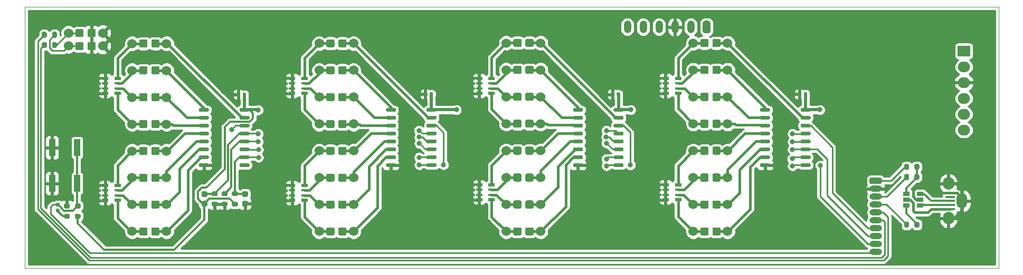
<source format=gbr>
%TF.GenerationSoftware,KiCad,Pcbnew,5.1.9-73d0e3b20d~88~ubuntu20.04.1*%
%TF.CreationDate,2021-03-03T11:26:58+04:00*%
%TF.ProjectId,interface_board,696e7465-7266-4616-9365-5f626f617264,rev?*%
%TF.SameCoordinates,Original*%
%TF.FileFunction,Copper,L1,Top*%
%TF.FilePolarity,Positive*%
%FSLAX46Y46*%
G04 Gerber Fmt 4.6, Leading zero omitted, Abs format (unit mm)*
G04 Created by KiCad (PCBNEW 5.1.9-73d0e3b20d~88~ubuntu20.04.1) date 2021-03-03 11:26:58*
%MOMM*%
%LPD*%
G01*
G04 APERTURE LIST*
%TA.AperFunction,Profile*%
%ADD10C,0.050000*%
%TD*%
%TA.AperFunction,Profile*%
%ADD11C,0.100000*%
%TD*%
%TA.AperFunction,ComponentPad*%
%ADD12C,1.524000*%
%TD*%
%TA.AperFunction,ComponentPad*%
%ADD13O,2.000000X1.000000*%
%TD*%
%TA.AperFunction,ComponentPad*%
%ADD14O,1.700000X2.500000*%
%TD*%
%TA.AperFunction,ComponentPad*%
%ADD15O,1.800000X2.100000*%
%TD*%
%TA.AperFunction,SMDPad,CuDef*%
%ADD16R,1.500000X0.450000*%
%TD*%
%TA.AperFunction,ComponentPad*%
%ADD17R,2.000000X1.700000*%
%TD*%
%TA.AperFunction,ComponentPad*%
%ADD18O,2.000000X1.700000*%
%TD*%
%TA.AperFunction,ComponentPad*%
%ADD19O,1.200000X2.000000*%
%TD*%
%TA.AperFunction,SMDPad,CuDef*%
%ADD20R,1.000000X0.500000*%
%TD*%
%TA.AperFunction,SMDPad,CuDef*%
%ADD21R,1.000000X0.400000*%
%TD*%
%TA.AperFunction,SMDPad,CuDef*%
%ADD22R,1.000000X2.750000*%
%TD*%
%TA.AperFunction,SMDPad,CuDef*%
%ADD23R,1.060000X0.650000*%
%TD*%
%TA.AperFunction,ViaPad*%
%ADD24C,0.800000*%
%TD*%
%TA.AperFunction,Conductor*%
%ADD25C,0.400000*%
%TD*%
%TA.AperFunction,Conductor*%
%ADD26C,0.500000*%
%TD*%
%TA.AperFunction,Conductor*%
%ADD27C,0.300000*%
%TD*%
%TA.AperFunction,Conductor*%
%ADD28C,0.250000*%
%TD*%
%TA.AperFunction,Conductor*%
%ADD29C,0.254000*%
%TD*%
%TA.AperFunction,Conductor*%
%ADD30C,0.150000*%
%TD*%
G04 APERTURE END LIST*
D10*
X222900000Y-88100000D02*
X66700000Y-88100000D01*
D11*
X222900000Y-46100000D02*
X222900000Y-88100000D01*
X66700000Y-88100000D02*
X66700000Y-46100000D01*
X66700000Y-46100000D02*
X222900000Y-46100000D01*
D12*
%TO.P,D32,1*%
%TO.N,Net-(D32-Pad1)*%
X173930000Y-82210000D03*
%TO.P,D32,2*%
%TO.N,Net-(D32-Pad2)*%
X179450000Y-82210000D03*
%TA.AperFunction,SMDPad,CuDef*%
G36*
G01*
X177000000Y-82600000D02*
X177000000Y-81800000D01*
G75*
G02*
X177250000Y-81550000I250000J0D01*
G01*
X178075000Y-81550000D01*
G75*
G02*
X178325000Y-81800000I0J-250000D01*
G01*
X178325000Y-82600000D01*
G75*
G02*
X178075000Y-82850000I-250000J0D01*
G01*
X177250000Y-82850000D01*
G75*
G02*
X177000000Y-82600000I0J250000D01*
G01*
G37*
%TD.AperFunction*%
%TO.P,D32,1*%
%TO.N,Net-(D32-Pad1)*%
%TA.AperFunction,SMDPad,CuDef*%
G36*
G01*
X175075000Y-82600000D02*
X175075000Y-81800000D01*
G75*
G02*
X175325000Y-81550000I250000J0D01*
G01*
X176150000Y-81550000D01*
G75*
G02*
X176400000Y-81800000I0J-250000D01*
G01*
X176400000Y-82600000D01*
G75*
G02*
X176150000Y-82850000I-250000J0D01*
G01*
X175325000Y-82850000D01*
G75*
G02*
X175075000Y-82600000I0J250000D01*
G01*
G37*
%TD.AperFunction*%
%TD*%
%TO.P,D31,1*%
%TO.N,Net-(D31-Pad1)*%
X173930000Y-77884652D03*
%TO.P,D31,2*%
%TO.N,Net-(D31-Pad2)*%
X179450000Y-77884652D03*
%TA.AperFunction,SMDPad,CuDef*%
G36*
G01*
X177000000Y-78274652D02*
X177000000Y-77474652D01*
G75*
G02*
X177250000Y-77224652I250000J0D01*
G01*
X178075000Y-77224652D01*
G75*
G02*
X178325000Y-77474652I0J-250000D01*
G01*
X178325000Y-78274652D01*
G75*
G02*
X178075000Y-78524652I-250000J0D01*
G01*
X177250000Y-78524652D01*
G75*
G02*
X177000000Y-78274652I0J250000D01*
G01*
G37*
%TD.AperFunction*%
%TO.P,D31,1*%
%TO.N,Net-(D31-Pad1)*%
%TA.AperFunction,SMDPad,CuDef*%
G36*
G01*
X175075000Y-78274652D02*
X175075000Y-77474652D01*
G75*
G02*
X175325000Y-77224652I250000J0D01*
G01*
X176150000Y-77224652D01*
G75*
G02*
X176400000Y-77474652I0J-250000D01*
G01*
X176400000Y-78274652D01*
G75*
G02*
X176150000Y-78524652I-250000J0D01*
G01*
X175325000Y-78524652D01*
G75*
G02*
X175075000Y-78274652I0J250000D01*
G01*
G37*
%TD.AperFunction*%
%TD*%
%TO.P,D30,1*%
%TO.N,Net-(D30-Pad1)*%
X173930000Y-73559306D03*
%TO.P,D30,2*%
%TO.N,Net-(D30-Pad2)*%
X179450000Y-73559306D03*
%TA.AperFunction,SMDPad,CuDef*%
G36*
G01*
X177000000Y-73949306D02*
X177000000Y-73149306D01*
G75*
G02*
X177250000Y-72899306I250000J0D01*
G01*
X178075000Y-72899306D01*
G75*
G02*
X178325000Y-73149306I0J-250000D01*
G01*
X178325000Y-73949306D01*
G75*
G02*
X178075000Y-74199306I-250000J0D01*
G01*
X177250000Y-74199306D01*
G75*
G02*
X177000000Y-73949306I0J250000D01*
G01*
G37*
%TD.AperFunction*%
%TO.P,D30,1*%
%TO.N,Net-(D30-Pad1)*%
%TA.AperFunction,SMDPad,CuDef*%
G36*
G01*
X175075000Y-73949306D02*
X175075000Y-73149306D01*
G75*
G02*
X175325000Y-72899306I250000J0D01*
G01*
X176150000Y-72899306D01*
G75*
G02*
X176400000Y-73149306I0J-250000D01*
G01*
X176400000Y-73949306D01*
G75*
G02*
X176150000Y-74199306I-250000J0D01*
G01*
X175325000Y-74199306D01*
G75*
G02*
X175075000Y-73949306I0J250000D01*
G01*
G37*
%TD.AperFunction*%
%TD*%
%TO.P,D29,1*%
%TO.N,Net-(D29-Pad1)*%
X173930000Y-69233960D03*
%TO.P,D29,2*%
%TO.N,Net-(D29-Pad2)*%
X179450000Y-69233960D03*
%TA.AperFunction,SMDPad,CuDef*%
G36*
G01*
X177000000Y-69623960D02*
X177000000Y-68823960D01*
G75*
G02*
X177250000Y-68573960I250000J0D01*
G01*
X178075000Y-68573960D01*
G75*
G02*
X178325000Y-68823960I0J-250000D01*
G01*
X178325000Y-69623960D01*
G75*
G02*
X178075000Y-69873960I-250000J0D01*
G01*
X177250000Y-69873960D01*
G75*
G02*
X177000000Y-69623960I0J250000D01*
G01*
G37*
%TD.AperFunction*%
%TO.P,D29,1*%
%TO.N,Net-(D29-Pad1)*%
%TA.AperFunction,SMDPad,CuDef*%
G36*
G01*
X175075000Y-69623960D02*
X175075000Y-68823960D01*
G75*
G02*
X175325000Y-68573960I250000J0D01*
G01*
X176150000Y-68573960D01*
G75*
G02*
X176400000Y-68823960I0J-250000D01*
G01*
X176400000Y-69623960D01*
G75*
G02*
X176150000Y-69873960I-250000J0D01*
G01*
X175325000Y-69873960D01*
G75*
G02*
X175075000Y-69623960I0J250000D01*
G01*
G37*
%TD.AperFunction*%
%TD*%
%TO.P,D28,1*%
%TO.N,Net-(D28-Pad1)*%
X173930000Y-64908614D03*
%TO.P,D28,2*%
%TO.N,Net-(D28-Pad2)*%
X179450000Y-64908614D03*
%TA.AperFunction,SMDPad,CuDef*%
G36*
G01*
X177000000Y-65298614D02*
X177000000Y-64498614D01*
G75*
G02*
X177250000Y-64248614I250000J0D01*
G01*
X178075000Y-64248614D01*
G75*
G02*
X178325000Y-64498614I0J-250000D01*
G01*
X178325000Y-65298614D01*
G75*
G02*
X178075000Y-65548614I-250000J0D01*
G01*
X177250000Y-65548614D01*
G75*
G02*
X177000000Y-65298614I0J250000D01*
G01*
G37*
%TD.AperFunction*%
%TO.P,D28,1*%
%TO.N,Net-(D28-Pad1)*%
%TA.AperFunction,SMDPad,CuDef*%
G36*
G01*
X175075000Y-65298614D02*
X175075000Y-64498614D01*
G75*
G02*
X175325000Y-64248614I250000J0D01*
G01*
X176150000Y-64248614D01*
G75*
G02*
X176400000Y-64498614I0J-250000D01*
G01*
X176400000Y-65298614D01*
G75*
G02*
X176150000Y-65548614I-250000J0D01*
G01*
X175325000Y-65548614D01*
G75*
G02*
X175075000Y-65298614I0J250000D01*
G01*
G37*
%TD.AperFunction*%
%TD*%
%TO.P,D27,1*%
%TO.N,Net-(D27-Pad1)*%
X173930000Y-60583268D03*
%TO.P,D27,2*%
%TO.N,Net-(D27-Pad2)*%
X179450000Y-60583268D03*
%TA.AperFunction,SMDPad,CuDef*%
G36*
G01*
X177000000Y-60973268D02*
X177000000Y-60173268D01*
G75*
G02*
X177250000Y-59923268I250000J0D01*
G01*
X178075000Y-59923268D01*
G75*
G02*
X178325000Y-60173268I0J-250000D01*
G01*
X178325000Y-60973268D01*
G75*
G02*
X178075000Y-61223268I-250000J0D01*
G01*
X177250000Y-61223268D01*
G75*
G02*
X177000000Y-60973268I0J250000D01*
G01*
G37*
%TD.AperFunction*%
%TO.P,D27,1*%
%TO.N,Net-(D27-Pad1)*%
%TA.AperFunction,SMDPad,CuDef*%
G36*
G01*
X175075000Y-60973268D02*
X175075000Y-60173268D01*
G75*
G02*
X175325000Y-59923268I250000J0D01*
G01*
X176150000Y-59923268D01*
G75*
G02*
X176400000Y-60173268I0J-250000D01*
G01*
X176400000Y-60973268D01*
G75*
G02*
X176150000Y-61223268I-250000J0D01*
G01*
X175325000Y-61223268D01*
G75*
G02*
X175075000Y-60973268I0J250000D01*
G01*
G37*
%TD.AperFunction*%
%TD*%
%TO.P,D26,1*%
%TO.N,Net-(D26-Pad1)*%
X173930000Y-56257922D03*
%TO.P,D26,2*%
%TO.N,Net-(D26-Pad2)*%
X179450000Y-56257922D03*
%TA.AperFunction,SMDPad,CuDef*%
G36*
G01*
X177000000Y-56647922D02*
X177000000Y-55847922D01*
G75*
G02*
X177250000Y-55597922I250000J0D01*
G01*
X178075000Y-55597922D01*
G75*
G02*
X178325000Y-55847922I0J-250000D01*
G01*
X178325000Y-56647922D01*
G75*
G02*
X178075000Y-56897922I-250000J0D01*
G01*
X177250000Y-56897922D01*
G75*
G02*
X177000000Y-56647922I0J250000D01*
G01*
G37*
%TD.AperFunction*%
%TO.P,D26,1*%
%TO.N,Net-(D26-Pad1)*%
%TA.AperFunction,SMDPad,CuDef*%
G36*
G01*
X175075000Y-56647922D02*
X175075000Y-55847922D01*
G75*
G02*
X175325000Y-55597922I250000J0D01*
G01*
X176150000Y-55597922D01*
G75*
G02*
X176400000Y-55847922I0J-250000D01*
G01*
X176400000Y-56647922D01*
G75*
G02*
X176150000Y-56897922I-250000J0D01*
G01*
X175325000Y-56897922D01*
G75*
G02*
X175075000Y-56647922I0J250000D01*
G01*
G37*
%TD.AperFunction*%
%TD*%
%TO.P,D25,1*%
%TO.N,Net-(D25-Pad1)*%
X173930000Y-51932576D03*
%TO.P,D25,2*%
%TO.N,Net-(D25-Pad2)*%
X179450000Y-51932576D03*
%TA.AperFunction,SMDPad,CuDef*%
G36*
G01*
X177000000Y-52322576D02*
X177000000Y-51522576D01*
G75*
G02*
X177250000Y-51272576I250000J0D01*
G01*
X178075000Y-51272576D01*
G75*
G02*
X178325000Y-51522576I0J-250000D01*
G01*
X178325000Y-52322576D01*
G75*
G02*
X178075000Y-52572576I-250000J0D01*
G01*
X177250000Y-52572576D01*
G75*
G02*
X177000000Y-52322576I0J250000D01*
G01*
G37*
%TD.AperFunction*%
%TO.P,D25,1*%
%TO.N,Net-(D25-Pad1)*%
%TA.AperFunction,SMDPad,CuDef*%
G36*
G01*
X175075000Y-52322576D02*
X175075000Y-51522576D01*
G75*
G02*
X175325000Y-51272576I250000J0D01*
G01*
X176150000Y-51272576D01*
G75*
G02*
X176400000Y-51522576I0J-250000D01*
G01*
X176400000Y-52322576D01*
G75*
G02*
X176150000Y-52572576I-250000J0D01*
G01*
X175325000Y-52572576D01*
G75*
G02*
X175075000Y-52322576I0J250000D01*
G01*
G37*
%TD.AperFunction*%
%TD*%
%TO.P,D24,1*%
%TO.N,Net-(D24-Pad1)*%
X143930000Y-82210000D03*
%TO.P,D24,2*%
%TO.N,Net-(D24-Pad2)*%
X149450000Y-82210000D03*
%TA.AperFunction,SMDPad,CuDef*%
G36*
G01*
X147000000Y-82600000D02*
X147000000Y-81800000D01*
G75*
G02*
X147250000Y-81550000I250000J0D01*
G01*
X148075000Y-81550000D01*
G75*
G02*
X148325000Y-81800000I0J-250000D01*
G01*
X148325000Y-82600000D01*
G75*
G02*
X148075000Y-82850000I-250000J0D01*
G01*
X147250000Y-82850000D01*
G75*
G02*
X147000000Y-82600000I0J250000D01*
G01*
G37*
%TD.AperFunction*%
%TO.P,D24,1*%
%TO.N,Net-(D24-Pad1)*%
%TA.AperFunction,SMDPad,CuDef*%
G36*
G01*
X145075000Y-82600000D02*
X145075000Y-81800000D01*
G75*
G02*
X145325000Y-81550000I250000J0D01*
G01*
X146150000Y-81550000D01*
G75*
G02*
X146400000Y-81800000I0J-250000D01*
G01*
X146400000Y-82600000D01*
G75*
G02*
X146150000Y-82850000I-250000J0D01*
G01*
X145325000Y-82850000D01*
G75*
G02*
X145075000Y-82600000I0J250000D01*
G01*
G37*
%TD.AperFunction*%
%TD*%
%TO.P,D23,1*%
%TO.N,Net-(D23-Pad1)*%
X143930000Y-77881426D03*
%TO.P,D23,2*%
%TO.N,Net-(D23-Pad2)*%
X149450000Y-77881426D03*
%TA.AperFunction,SMDPad,CuDef*%
G36*
G01*
X147000000Y-78271426D02*
X147000000Y-77471426D01*
G75*
G02*
X147250000Y-77221426I250000J0D01*
G01*
X148075000Y-77221426D01*
G75*
G02*
X148325000Y-77471426I0J-250000D01*
G01*
X148325000Y-78271426D01*
G75*
G02*
X148075000Y-78521426I-250000J0D01*
G01*
X147250000Y-78521426D01*
G75*
G02*
X147000000Y-78271426I0J250000D01*
G01*
G37*
%TD.AperFunction*%
%TO.P,D23,1*%
%TO.N,Net-(D23-Pad1)*%
%TA.AperFunction,SMDPad,CuDef*%
G36*
G01*
X145075000Y-78271426D02*
X145075000Y-77471426D01*
G75*
G02*
X145325000Y-77221426I250000J0D01*
G01*
X146150000Y-77221426D01*
G75*
G02*
X146400000Y-77471426I0J-250000D01*
G01*
X146400000Y-78271426D01*
G75*
G02*
X146150000Y-78521426I-250000J0D01*
G01*
X145325000Y-78521426D01*
G75*
G02*
X145075000Y-78271426I0J250000D01*
G01*
G37*
%TD.AperFunction*%
%TD*%
%TO.P,D22,1*%
%TO.N,Net-(D22-Pad1)*%
X143930000Y-73552855D03*
%TO.P,D22,2*%
%TO.N,Net-(D22-Pad2)*%
X149450000Y-73552855D03*
%TA.AperFunction,SMDPad,CuDef*%
G36*
G01*
X147000000Y-73942855D02*
X147000000Y-73142855D01*
G75*
G02*
X147250000Y-72892855I250000J0D01*
G01*
X148075000Y-72892855D01*
G75*
G02*
X148325000Y-73142855I0J-250000D01*
G01*
X148325000Y-73942855D01*
G75*
G02*
X148075000Y-74192855I-250000J0D01*
G01*
X147250000Y-74192855D01*
G75*
G02*
X147000000Y-73942855I0J250000D01*
G01*
G37*
%TD.AperFunction*%
%TO.P,D22,1*%
%TO.N,Net-(D22-Pad1)*%
%TA.AperFunction,SMDPad,CuDef*%
G36*
G01*
X145075000Y-73942855D02*
X145075000Y-73142855D01*
G75*
G02*
X145325000Y-72892855I250000J0D01*
G01*
X146150000Y-72892855D01*
G75*
G02*
X146400000Y-73142855I0J-250000D01*
G01*
X146400000Y-73942855D01*
G75*
G02*
X146150000Y-74192855I-250000J0D01*
G01*
X145325000Y-74192855D01*
G75*
G02*
X145075000Y-73942855I0J250000D01*
G01*
G37*
%TD.AperFunction*%
%TD*%
%TO.P,D21,1*%
%TO.N,Net-(D21-Pad1)*%
X143930000Y-69224284D03*
%TO.P,D21,2*%
%TO.N,Net-(D21-Pad2)*%
X149450000Y-69224284D03*
%TA.AperFunction,SMDPad,CuDef*%
G36*
G01*
X147000000Y-69614284D02*
X147000000Y-68814284D01*
G75*
G02*
X147250000Y-68564284I250000J0D01*
G01*
X148075000Y-68564284D01*
G75*
G02*
X148325000Y-68814284I0J-250000D01*
G01*
X148325000Y-69614284D01*
G75*
G02*
X148075000Y-69864284I-250000J0D01*
G01*
X147250000Y-69864284D01*
G75*
G02*
X147000000Y-69614284I0J250000D01*
G01*
G37*
%TD.AperFunction*%
%TO.P,D21,1*%
%TO.N,Net-(D21-Pad1)*%
%TA.AperFunction,SMDPad,CuDef*%
G36*
G01*
X145075000Y-69614284D02*
X145075000Y-68814284D01*
G75*
G02*
X145325000Y-68564284I250000J0D01*
G01*
X146150000Y-68564284D01*
G75*
G02*
X146400000Y-68814284I0J-250000D01*
G01*
X146400000Y-69614284D01*
G75*
G02*
X146150000Y-69864284I-250000J0D01*
G01*
X145325000Y-69864284D01*
G75*
G02*
X145075000Y-69614284I0J250000D01*
G01*
G37*
%TD.AperFunction*%
%TD*%
%TO.P,D20,1*%
%TO.N,Net-(D20-Pad1)*%
X143930000Y-64895713D03*
%TO.P,D20,2*%
%TO.N,Net-(D20-Pad2)*%
X149450000Y-64895713D03*
%TA.AperFunction,SMDPad,CuDef*%
G36*
G01*
X147000000Y-65285713D02*
X147000000Y-64485713D01*
G75*
G02*
X147250000Y-64235713I250000J0D01*
G01*
X148075000Y-64235713D01*
G75*
G02*
X148325000Y-64485713I0J-250000D01*
G01*
X148325000Y-65285713D01*
G75*
G02*
X148075000Y-65535713I-250000J0D01*
G01*
X147250000Y-65535713D01*
G75*
G02*
X147000000Y-65285713I0J250000D01*
G01*
G37*
%TD.AperFunction*%
%TO.P,D20,1*%
%TO.N,Net-(D20-Pad1)*%
%TA.AperFunction,SMDPad,CuDef*%
G36*
G01*
X145075000Y-65285713D02*
X145075000Y-64485713D01*
G75*
G02*
X145325000Y-64235713I250000J0D01*
G01*
X146150000Y-64235713D01*
G75*
G02*
X146400000Y-64485713I0J-250000D01*
G01*
X146400000Y-65285713D01*
G75*
G02*
X146150000Y-65535713I-250000J0D01*
G01*
X145325000Y-65535713D01*
G75*
G02*
X145075000Y-65285713I0J250000D01*
G01*
G37*
%TD.AperFunction*%
%TD*%
%TO.P,D19,1*%
%TO.N,Net-(D19-Pad1)*%
X143930000Y-60567142D03*
%TO.P,D19,2*%
%TO.N,Net-(D19-Pad2)*%
X149450000Y-60567142D03*
%TA.AperFunction,SMDPad,CuDef*%
G36*
G01*
X147000000Y-60957142D02*
X147000000Y-60157142D01*
G75*
G02*
X147250000Y-59907142I250000J0D01*
G01*
X148075000Y-59907142D01*
G75*
G02*
X148325000Y-60157142I0J-250000D01*
G01*
X148325000Y-60957142D01*
G75*
G02*
X148075000Y-61207142I-250000J0D01*
G01*
X147250000Y-61207142D01*
G75*
G02*
X147000000Y-60957142I0J250000D01*
G01*
G37*
%TD.AperFunction*%
%TO.P,D19,1*%
%TO.N,Net-(D19-Pad1)*%
%TA.AperFunction,SMDPad,CuDef*%
G36*
G01*
X145075000Y-60957142D02*
X145075000Y-60157142D01*
G75*
G02*
X145325000Y-59907142I250000J0D01*
G01*
X146150000Y-59907142D01*
G75*
G02*
X146400000Y-60157142I0J-250000D01*
G01*
X146400000Y-60957142D01*
G75*
G02*
X146150000Y-61207142I-250000J0D01*
G01*
X145325000Y-61207142D01*
G75*
G02*
X145075000Y-60957142I0J250000D01*
G01*
G37*
%TD.AperFunction*%
%TD*%
%TO.P,D18,1*%
%TO.N,Net-(D18-Pad1)*%
X143930000Y-56238571D03*
%TO.P,D18,2*%
%TO.N,Net-(D18-Pad2)*%
X149450000Y-56238571D03*
%TA.AperFunction,SMDPad,CuDef*%
G36*
G01*
X147000000Y-56628571D02*
X147000000Y-55828571D01*
G75*
G02*
X147250000Y-55578571I250000J0D01*
G01*
X148075000Y-55578571D01*
G75*
G02*
X148325000Y-55828571I0J-250000D01*
G01*
X148325000Y-56628571D01*
G75*
G02*
X148075000Y-56878571I-250000J0D01*
G01*
X147250000Y-56878571D01*
G75*
G02*
X147000000Y-56628571I0J250000D01*
G01*
G37*
%TD.AperFunction*%
%TO.P,D18,1*%
%TO.N,Net-(D18-Pad1)*%
%TA.AperFunction,SMDPad,CuDef*%
G36*
G01*
X145075000Y-56628571D02*
X145075000Y-55828571D01*
G75*
G02*
X145325000Y-55578571I250000J0D01*
G01*
X146150000Y-55578571D01*
G75*
G02*
X146400000Y-55828571I0J-250000D01*
G01*
X146400000Y-56628571D01*
G75*
G02*
X146150000Y-56878571I-250000J0D01*
G01*
X145325000Y-56878571D01*
G75*
G02*
X145075000Y-56628571I0J250000D01*
G01*
G37*
%TD.AperFunction*%
%TD*%
%TO.P,D17,1*%
%TO.N,Net-(D17-Pad1)*%
X143930000Y-51910000D03*
%TO.P,D17,2*%
%TO.N,Net-(D17-Pad2)*%
X149450000Y-51910000D03*
%TA.AperFunction,SMDPad,CuDef*%
G36*
G01*
X147000000Y-52300000D02*
X147000000Y-51500000D01*
G75*
G02*
X147250000Y-51250000I250000J0D01*
G01*
X148075000Y-51250000D01*
G75*
G02*
X148325000Y-51500000I0J-250000D01*
G01*
X148325000Y-52300000D01*
G75*
G02*
X148075000Y-52550000I-250000J0D01*
G01*
X147250000Y-52550000D01*
G75*
G02*
X147000000Y-52300000I0J250000D01*
G01*
G37*
%TD.AperFunction*%
%TO.P,D17,1*%
%TO.N,Net-(D17-Pad1)*%
%TA.AperFunction,SMDPad,CuDef*%
G36*
G01*
X145075000Y-52300000D02*
X145075000Y-51500000D01*
G75*
G02*
X145325000Y-51250000I250000J0D01*
G01*
X146150000Y-51250000D01*
G75*
G02*
X146400000Y-51500000I0J-250000D01*
G01*
X146400000Y-52300000D01*
G75*
G02*
X146150000Y-52550000I-250000J0D01*
G01*
X145325000Y-52550000D01*
G75*
G02*
X145075000Y-52300000I0J250000D01*
G01*
G37*
%TD.AperFunction*%
%TD*%
%TO.P,D16,1*%
%TO.N,Net-(D16-Pad1)*%
X113930000Y-82210000D03*
%TO.P,D16,2*%
%TO.N,Net-(D16-Pad2)*%
X119450000Y-82210000D03*
%TA.AperFunction,SMDPad,CuDef*%
G36*
G01*
X117000000Y-82600000D02*
X117000000Y-81800000D01*
G75*
G02*
X117250000Y-81550000I250000J0D01*
G01*
X118075000Y-81550000D01*
G75*
G02*
X118325000Y-81800000I0J-250000D01*
G01*
X118325000Y-82600000D01*
G75*
G02*
X118075000Y-82850000I-250000J0D01*
G01*
X117250000Y-82850000D01*
G75*
G02*
X117000000Y-82600000I0J250000D01*
G01*
G37*
%TD.AperFunction*%
%TO.P,D16,1*%
%TO.N,Net-(D16-Pad1)*%
%TA.AperFunction,SMDPad,CuDef*%
G36*
G01*
X115075000Y-82600000D02*
X115075000Y-81800000D01*
G75*
G02*
X115325000Y-81550000I250000J0D01*
G01*
X116150000Y-81550000D01*
G75*
G02*
X116400000Y-81800000I0J-250000D01*
G01*
X116400000Y-82600000D01*
G75*
G02*
X116150000Y-82850000I-250000J0D01*
G01*
X115325000Y-82850000D01*
G75*
G02*
X115075000Y-82600000I0J250000D01*
G01*
G37*
%TD.AperFunction*%
%TD*%
%TO.P,D15,1*%
%TO.N,Net-(D15-Pad1)*%
X113930000Y-77892024D03*
%TO.P,D15,2*%
%TO.N,Net-(D15-Pad2)*%
X119450000Y-77892024D03*
%TA.AperFunction,SMDPad,CuDef*%
G36*
G01*
X117000000Y-78282024D02*
X117000000Y-77482024D01*
G75*
G02*
X117250000Y-77232024I250000J0D01*
G01*
X118075000Y-77232024D01*
G75*
G02*
X118325000Y-77482024I0J-250000D01*
G01*
X118325000Y-78282024D01*
G75*
G02*
X118075000Y-78532024I-250000J0D01*
G01*
X117250000Y-78532024D01*
G75*
G02*
X117000000Y-78282024I0J250000D01*
G01*
G37*
%TD.AperFunction*%
%TO.P,D15,1*%
%TO.N,Net-(D15-Pad1)*%
%TA.AperFunction,SMDPad,CuDef*%
G36*
G01*
X115075000Y-78282024D02*
X115075000Y-77482024D01*
G75*
G02*
X115325000Y-77232024I250000J0D01*
G01*
X116150000Y-77232024D01*
G75*
G02*
X116400000Y-77482024I0J-250000D01*
G01*
X116400000Y-78282024D01*
G75*
G02*
X116150000Y-78532024I-250000J0D01*
G01*
X115325000Y-78532024D01*
G75*
G02*
X115075000Y-78282024I0J250000D01*
G01*
G37*
%TD.AperFunction*%
%TD*%
%TO.P,D14,1*%
%TO.N,Net-(D14-Pad1)*%
X113930000Y-73574052D03*
%TO.P,D14,2*%
%TO.N,Net-(D14-Pad2)*%
X119450000Y-73574052D03*
%TA.AperFunction,SMDPad,CuDef*%
G36*
G01*
X117000000Y-73964052D02*
X117000000Y-73164052D01*
G75*
G02*
X117250000Y-72914052I250000J0D01*
G01*
X118075000Y-72914052D01*
G75*
G02*
X118325000Y-73164052I0J-250000D01*
G01*
X118325000Y-73964052D01*
G75*
G02*
X118075000Y-74214052I-250000J0D01*
G01*
X117250000Y-74214052D01*
G75*
G02*
X117000000Y-73964052I0J250000D01*
G01*
G37*
%TD.AperFunction*%
%TO.P,D14,1*%
%TO.N,Net-(D14-Pad1)*%
%TA.AperFunction,SMDPad,CuDef*%
G36*
G01*
X115075000Y-73964052D02*
X115075000Y-73164052D01*
G75*
G02*
X115325000Y-72914052I250000J0D01*
G01*
X116150000Y-72914052D01*
G75*
G02*
X116400000Y-73164052I0J-250000D01*
G01*
X116400000Y-73964052D01*
G75*
G02*
X116150000Y-74214052I-250000J0D01*
G01*
X115325000Y-74214052D01*
G75*
G02*
X115075000Y-73964052I0J250000D01*
G01*
G37*
%TD.AperFunction*%
%TD*%
%TO.P,D13,1*%
%TO.N,Net-(D13-Pad1)*%
X113930000Y-69256080D03*
%TO.P,D13,2*%
%TO.N,Net-(D13-Pad2)*%
X119450000Y-69256080D03*
%TA.AperFunction,SMDPad,CuDef*%
G36*
G01*
X117000000Y-69646080D02*
X117000000Y-68846080D01*
G75*
G02*
X117250000Y-68596080I250000J0D01*
G01*
X118075000Y-68596080D01*
G75*
G02*
X118325000Y-68846080I0J-250000D01*
G01*
X118325000Y-69646080D01*
G75*
G02*
X118075000Y-69896080I-250000J0D01*
G01*
X117250000Y-69896080D01*
G75*
G02*
X117000000Y-69646080I0J250000D01*
G01*
G37*
%TD.AperFunction*%
%TO.P,D13,1*%
%TO.N,Net-(D13-Pad1)*%
%TA.AperFunction,SMDPad,CuDef*%
G36*
G01*
X115075000Y-69646080D02*
X115075000Y-68846080D01*
G75*
G02*
X115325000Y-68596080I250000J0D01*
G01*
X116150000Y-68596080D01*
G75*
G02*
X116400000Y-68846080I0J-250000D01*
G01*
X116400000Y-69646080D01*
G75*
G02*
X116150000Y-69896080I-250000J0D01*
G01*
X115325000Y-69896080D01*
G75*
G02*
X115075000Y-69646080I0J250000D01*
G01*
G37*
%TD.AperFunction*%
%TD*%
%TO.P,D12,1*%
%TO.N,Net-(D12-Pad1)*%
X113930000Y-64938108D03*
%TO.P,D12,2*%
%TO.N,Net-(D12-Pad2)*%
X119450000Y-64938108D03*
%TA.AperFunction,SMDPad,CuDef*%
G36*
G01*
X117000000Y-65328108D02*
X117000000Y-64528108D01*
G75*
G02*
X117250000Y-64278108I250000J0D01*
G01*
X118075000Y-64278108D01*
G75*
G02*
X118325000Y-64528108I0J-250000D01*
G01*
X118325000Y-65328108D01*
G75*
G02*
X118075000Y-65578108I-250000J0D01*
G01*
X117250000Y-65578108D01*
G75*
G02*
X117000000Y-65328108I0J250000D01*
G01*
G37*
%TD.AperFunction*%
%TO.P,D12,1*%
%TO.N,Net-(D12-Pad1)*%
%TA.AperFunction,SMDPad,CuDef*%
G36*
G01*
X115075000Y-65328108D02*
X115075000Y-64528108D01*
G75*
G02*
X115325000Y-64278108I250000J0D01*
G01*
X116150000Y-64278108D01*
G75*
G02*
X116400000Y-64528108I0J-250000D01*
G01*
X116400000Y-65328108D01*
G75*
G02*
X116150000Y-65578108I-250000J0D01*
G01*
X115325000Y-65578108D01*
G75*
G02*
X115075000Y-65328108I0J250000D01*
G01*
G37*
%TD.AperFunction*%
%TD*%
%TO.P,D11,1*%
%TO.N,Net-(D11-Pad1)*%
X113930000Y-60620136D03*
%TO.P,D11,2*%
%TO.N,Net-(D11-Pad2)*%
X119450000Y-60620136D03*
%TA.AperFunction,SMDPad,CuDef*%
G36*
G01*
X117000000Y-61010136D02*
X117000000Y-60210136D01*
G75*
G02*
X117250000Y-59960136I250000J0D01*
G01*
X118075000Y-59960136D01*
G75*
G02*
X118325000Y-60210136I0J-250000D01*
G01*
X118325000Y-61010136D01*
G75*
G02*
X118075000Y-61260136I-250000J0D01*
G01*
X117250000Y-61260136D01*
G75*
G02*
X117000000Y-61010136I0J250000D01*
G01*
G37*
%TD.AperFunction*%
%TO.P,D11,1*%
%TO.N,Net-(D11-Pad1)*%
%TA.AperFunction,SMDPad,CuDef*%
G36*
G01*
X115075000Y-61010136D02*
X115075000Y-60210136D01*
G75*
G02*
X115325000Y-59960136I250000J0D01*
G01*
X116150000Y-59960136D01*
G75*
G02*
X116400000Y-60210136I0J-250000D01*
G01*
X116400000Y-61010136D01*
G75*
G02*
X116150000Y-61260136I-250000J0D01*
G01*
X115325000Y-61260136D01*
G75*
G02*
X115075000Y-61010136I0J250000D01*
G01*
G37*
%TD.AperFunction*%
%TD*%
%TO.P,D10,1*%
%TO.N,Net-(D10-Pad1)*%
X113930000Y-56302164D03*
%TO.P,D10,2*%
%TO.N,Net-(D10-Pad2)*%
X119450000Y-56302164D03*
%TA.AperFunction,SMDPad,CuDef*%
G36*
G01*
X117000000Y-56692164D02*
X117000000Y-55892164D01*
G75*
G02*
X117250000Y-55642164I250000J0D01*
G01*
X118075000Y-55642164D01*
G75*
G02*
X118325000Y-55892164I0J-250000D01*
G01*
X118325000Y-56692164D01*
G75*
G02*
X118075000Y-56942164I-250000J0D01*
G01*
X117250000Y-56942164D01*
G75*
G02*
X117000000Y-56692164I0J250000D01*
G01*
G37*
%TD.AperFunction*%
%TO.P,D10,1*%
%TO.N,Net-(D10-Pad1)*%
%TA.AperFunction,SMDPad,CuDef*%
G36*
G01*
X115075000Y-56692164D02*
X115075000Y-55892164D01*
G75*
G02*
X115325000Y-55642164I250000J0D01*
G01*
X116150000Y-55642164D01*
G75*
G02*
X116400000Y-55892164I0J-250000D01*
G01*
X116400000Y-56692164D01*
G75*
G02*
X116150000Y-56942164I-250000J0D01*
G01*
X115325000Y-56942164D01*
G75*
G02*
X115075000Y-56692164I0J250000D01*
G01*
G37*
%TD.AperFunction*%
%TD*%
%TO.P,D9,1*%
%TO.N,Net-(D9-Pad1)*%
X113930000Y-51984192D03*
%TO.P,D9,2*%
%TO.N,Net-(D9-Pad2)*%
X119450000Y-51984192D03*
%TA.AperFunction,SMDPad,CuDef*%
G36*
G01*
X117000000Y-52374192D02*
X117000000Y-51574192D01*
G75*
G02*
X117250000Y-51324192I250000J0D01*
G01*
X118075000Y-51324192D01*
G75*
G02*
X118325000Y-51574192I0J-250000D01*
G01*
X118325000Y-52374192D01*
G75*
G02*
X118075000Y-52624192I-250000J0D01*
G01*
X117250000Y-52624192D01*
G75*
G02*
X117000000Y-52374192I0J250000D01*
G01*
G37*
%TD.AperFunction*%
%TO.P,D9,1*%
%TO.N,Net-(D9-Pad1)*%
%TA.AperFunction,SMDPad,CuDef*%
G36*
G01*
X115075000Y-52374192D02*
X115075000Y-51574192D01*
G75*
G02*
X115325000Y-51324192I250000J0D01*
G01*
X116150000Y-51324192D01*
G75*
G02*
X116400000Y-51574192I0J-250000D01*
G01*
X116400000Y-52374192D01*
G75*
G02*
X116150000Y-52624192I-250000J0D01*
G01*
X115325000Y-52624192D01*
G75*
G02*
X115075000Y-52374192I0J250000D01*
G01*
G37*
%TD.AperFunction*%
%TD*%
%TO.P,D8,1*%
%TO.N,Net-(D8-Pad1)*%
X83930000Y-82210000D03*
%TO.P,D8,2*%
%TO.N,Net-(D8-Pad2)*%
X89450000Y-82210000D03*
%TA.AperFunction,SMDPad,CuDef*%
G36*
G01*
X87000000Y-82600000D02*
X87000000Y-81800000D01*
G75*
G02*
X87250000Y-81550000I250000J0D01*
G01*
X88075000Y-81550000D01*
G75*
G02*
X88325000Y-81800000I0J-250000D01*
G01*
X88325000Y-82600000D01*
G75*
G02*
X88075000Y-82850000I-250000J0D01*
G01*
X87250000Y-82850000D01*
G75*
G02*
X87000000Y-82600000I0J250000D01*
G01*
G37*
%TD.AperFunction*%
%TO.P,D8,1*%
%TO.N,Net-(D8-Pad1)*%
%TA.AperFunction,SMDPad,CuDef*%
G36*
G01*
X85075000Y-82600000D02*
X85075000Y-81800000D01*
G75*
G02*
X85325000Y-81550000I250000J0D01*
G01*
X86150000Y-81550000D01*
G75*
G02*
X86400000Y-81800000I0J-250000D01*
G01*
X86400000Y-82600000D01*
G75*
G02*
X86150000Y-82850000I-250000J0D01*
G01*
X85325000Y-82850000D01*
G75*
G02*
X85075000Y-82600000I0J250000D01*
G01*
G37*
%TD.AperFunction*%
%TD*%
%TO.P,D7,1*%
%TO.N,Net-(D7-Pad1)*%
X83930000Y-77895710D03*
%TO.P,D7,2*%
%TO.N,Net-(D7-Pad2)*%
X89450000Y-77895710D03*
%TA.AperFunction,SMDPad,CuDef*%
G36*
G01*
X87000000Y-78285710D02*
X87000000Y-77485710D01*
G75*
G02*
X87250000Y-77235710I250000J0D01*
G01*
X88075000Y-77235710D01*
G75*
G02*
X88325000Y-77485710I0J-250000D01*
G01*
X88325000Y-78285710D01*
G75*
G02*
X88075000Y-78535710I-250000J0D01*
G01*
X87250000Y-78535710D01*
G75*
G02*
X87000000Y-78285710I0J250000D01*
G01*
G37*
%TD.AperFunction*%
%TO.P,D7,1*%
%TO.N,Net-(D7-Pad1)*%
%TA.AperFunction,SMDPad,CuDef*%
G36*
G01*
X85075000Y-78285710D02*
X85075000Y-77485710D01*
G75*
G02*
X85325000Y-77235710I250000J0D01*
G01*
X86150000Y-77235710D01*
G75*
G02*
X86400000Y-77485710I0J-250000D01*
G01*
X86400000Y-78285710D01*
G75*
G02*
X86150000Y-78535710I-250000J0D01*
G01*
X85325000Y-78535710D01*
G75*
G02*
X85075000Y-78285710I0J250000D01*
G01*
G37*
%TD.AperFunction*%
%TD*%
%TO.P,D6,1*%
%TO.N,Net-(D6-Pad1)*%
X83930000Y-73581425D03*
%TO.P,D6,2*%
%TO.N,Net-(D6-Pad2)*%
X89450000Y-73581425D03*
%TA.AperFunction,SMDPad,CuDef*%
G36*
G01*
X87000000Y-73971425D02*
X87000000Y-73171425D01*
G75*
G02*
X87250000Y-72921425I250000J0D01*
G01*
X88075000Y-72921425D01*
G75*
G02*
X88325000Y-73171425I0J-250000D01*
G01*
X88325000Y-73971425D01*
G75*
G02*
X88075000Y-74221425I-250000J0D01*
G01*
X87250000Y-74221425D01*
G75*
G02*
X87000000Y-73971425I0J250000D01*
G01*
G37*
%TD.AperFunction*%
%TO.P,D6,1*%
%TO.N,Net-(D6-Pad1)*%
%TA.AperFunction,SMDPad,CuDef*%
G36*
G01*
X85075000Y-73971425D02*
X85075000Y-73171425D01*
G75*
G02*
X85325000Y-72921425I250000J0D01*
G01*
X86150000Y-72921425D01*
G75*
G02*
X86400000Y-73171425I0J-250000D01*
G01*
X86400000Y-73971425D01*
G75*
G02*
X86150000Y-74221425I-250000J0D01*
G01*
X85325000Y-74221425D01*
G75*
G02*
X85075000Y-73971425I0J250000D01*
G01*
G37*
%TD.AperFunction*%
%TD*%
%TO.P,D5,1*%
%TO.N,Net-(D5-Pad1)*%
X83930000Y-69267140D03*
%TO.P,D5,2*%
%TO.N,Net-(D5-Pad2)*%
X89450000Y-69267140D03*
%TA.AperFunction,SMDPad,CuDef*%
G36*
G01*
X87000000Y-69657140D02*
X87000000Y-68857140D01*
G75*
G02*
X87250000Y-68607140I250000J0D01*
G01*
X88075000Y-68607140D01*
G75*
G02*
X88325000Y-68857140I0J-250000D01*
G01*
X88325000Y-69657140D01*
G75*
G02*
X88075000Y-69907140I-250000J0D01*
G01*
X87250000Y-69907140D01*
G75*
G02*
X87000000Y-69657140I0J250000D01*
G01*
G37*
%TD.AperFunction*%
%TO.P,D5,1*%
%TO.N,Net-(D5-Pad1)*%
%TA.AperFunction,SMDPad,CuDef*%
G36*
G01*
X85075000Y-69657140D02*
X85075000Y-68857140D01*
G75*
G02*
X85325000Y-68607140I250000J0D01*
G01*
X86150000Y-68607140D01*
G75*
G02*
X86400000Y-68857140I0J-250000D01*
G01*
X86400000Y-69657140D01*
G75*
G02*
X86150000Y-69907140I-250000J0D01*
G01*
X85325000Y-69907140D01*
G75*
G02*
X85075000Y-69657140I0J250000D01*
G01*
G37*
%TD.AperFunction*%
%TD*%
%TO.P,D4,1*%
%TO.N,Net-(D4-Pad1)*%
X83930000Y-64952855D03*
%TO.P,D4,2*%
%TO.N,Net-(D4-Pad2)*%
X89450000Y-64952855D03*
%TA.AperFunction,SMDPad,CuDef*%
G36*
G01*
X87000000Y-65342855D02*
X87000000Y-64542855D01*
G75*
G02*
X87250000Y-64292855I250000J0D01*
G01*
X88075000Y-64292855D01*
G75*
G02*
X88325000Y-64542855I0J-250000D01*
G01*
X88325000Y-65342855D01*
G75*
G02*
X88075000Y-65592855I-250000J0D01*
G01*
X87250000Y-65592855D01*
G75*
G02*
X87000000Y-65342855I0J250000D01*
G01*
G37*
%TD.AperFunction*%
%TO.P,D4,1*%
%TO.N,Net-(D4-Pad1)*%
%TA.AperFunction,SMDPad,CuDef*%
G36*
G01*
X85075000Y-65342855D02*
X85075000Y-64542855D01*
G75*
G02*
X85325000Y-64292855I250000J0D01*
G01*
X86150000Y-64292855D01*
G75*
G02*
X86400000Y-64542855I0J-250000D01*
G01*
X86400000Y-65342855D01*
G75*
G02*
X86150000Y-65592855I-250000J0D01*
G01*
X85325000Y-65592855D01*
G75*
G02*
X85075000Y-65342855I0J250000D01*
G01*
G37*
%TD.AperFunction*%
%TD*%
%TO.P,D3,1*%
%TO.N,Net-(D3-Pad1)*%
X83930000Y-60638570D03*
%TO.P,D3,2*%
%TO.N,Net-(D3-Pad2)*%
X89450000Y-60638570D03*
%TA.AperFunction,SMDPad,CuDef*%
G36*
G01*
X87000000Y-61028570D02*
X87000000Y-60228570D01*
G75*
G02*
X87250000Y-59978570I250000J0D01*
G01*
X88075000Y-59978570D01*
G75*
G02*
X88325000Y-60228570I0J-250000D01*
G01*
X88325000Y-61028570D01*
G75*
G02*
X88075000Y-61278570I-250000J0D01*
G01*
X87250000Y-61278570D01*
G75*
G02*
X87000000Y-61028570I0J250000D01*
G01*
G37*
%TD.AperFunction*%
%TO.P,D3,1*%
%TO.N,Net-(D3-Pad1)*%
%TA.AperFunction,SMDPad,CuDef*%
G36*
G01*
X85075000Y-61028570D02*
X85075000Y-60228570D01*
G75*
G02*
X85325000Y-59978570I250000J0D01*
G01*
X86150000Y-59978570D01*
G75*
G02*
X86400000Y-60228570I0J-250000D01*
G01*
X86400000Y-61028570D01*
G75*
G02*
X86150000Y-61278570I-250000J0D01*
G01*
X85325000Y-61278570D01*
G75*
G02*
X85075000Y-61028570I0J250000D01*
G01*
G37*
%TD.AperFunction*%
%TD*%
%TO.P,D2,1*%
%TO.N,Net-(D2-Pad1)*%
X83930000Y-56324285D03*
%TO.P,D2,2*%
%TO.N,Net-(D2-Pad2)*%
X89450000Y-56324285D03*
%TA.AperFunction,SMDPad,CuDef*%
G36*
G01*
X87000000Y-56714285D02*
X87000000Y-55914285D01*
G75*
G02*
X87250000Y-55664285I250000J0D01*
G01*
X88075000Y-55664285D01*
G75*
G02*
X88325000Y-55914285I0J-250000D01*
G01*
X88325000Y-56714285D01*
G75*
G02*
X88075000Y-56964285I-250000J0D01*
G01*
X87250000Y-56964285D01*
G75*
G02*
X87000000Y-56714285I0J250000D01*
G01*
G37*
%TD.AperFunction*%
%TO.P,D2,1*%
%TO.N,Net-(D2-Pad1)*%
%TA.AperFunction,SMDPad,CuDef*%
G36*
G01*
X85075000Y-56714285D02*
X85075000Y-55914285D01*
G75*
G02*
X85325000Y-55664285I250000J0D01*
G01*
X86150000Y-55664285D01*
G75*
G02*
X86400000Y-55914285I0J-250000D01*
G01*
X86400000Y-56714285D01*
G75*
G02*
X86150000Y-56964285I-250000J0D01*
G01*
X85325000Y-56964285D01*
G75*
G02*
X85075000Y-56714285I0J250000D01*
G01*
G37*
%TD.AperFunction*%
%TD*%
%TO.P,D1,1*%
%TO.N,Net-(D1-Pad1)*%
X83930000Y-52010000D03*
%TO.P,D1,2*%
%TO.N,Net-(D1-Pad2)*%
X89450000Y-52010000D03*
%TA.AperFunction,SMDPad,CuDef*%
G36*
G01*
X87000000Y-52400000D02*
X87000000Y-51600000D01*
G75*
G02*
X87250000Y-51350000I250000J0D01*
G01*
X88075000Y-51350000D01*
G75*
G02*
X88325000Y-51600000I0J-250000D01*
G01*
X88325000Y-52400000D01*
G75*
G02*
X88075000Y-52650000I-250000J0D01*
G01*
X87250000Y-52650000D01*
G75*
G02*
X87000000Y-52400000I0J250000D01*
G01*
G37*
%TD.AperFunction*%
%TO.P,D1,1*%
%TO.N,Net-(D1-Pad1)*%
%TA.AperFunction,SMDPad,CuDef*%
G36*
G01*
X85075000Y-52400000D02*
X85075000Y-51600000D01*
G75*
G02*
X85325000Y-51350000I250000J0D01*
G01*
X86150000Y-51350000D01*
G75*
G02*
X86400000Y-51600000I0J-250000D01*
G01*
X86400000Y-52400000D01*
G75*
G02*
X86150000Y-52650000I-250000J0D01*
G01*
X85325000Y-52650000D01*
G75*
G02*
X85075000Y-52400000I0J250000D01*
G01*
G37*
%TD.AperFunction*%
%TD*%
%TO.P,D34,1*%
%TO.N,GND*%
X79230000Y-52410000D03*
%TO.P,D34,2*%
%TO.N,Net-(D34-Pad2)*%
X73710000Y-52410000D03*
%TA.AperFunction,SMDPad,CuDef*%
G36*
G01*
X76160000Y-52020000D02*
X76160000Y-52820000D01*
G75*
G02*
X75910000Y-53070000I-250000J0D01*
G01*
X75085000Y-53070000D01*
G75*
G02*
X74835000Y-52820000I0J250000D01*
G01*
X74835000Y-52020000D01*
G75*
G02*
X75085000Y-51770000I250000J0D01*
G01*
X75910000Y-51770000D01*
G75*
G02*
X76160000Y-52020000I0J-250000D01*
G01*
G37*
%TD.AperFunction*%
%TO.P,D34,1*%
%TO.N,GND*%
%TA.AperFunction,SMDPad,CuDef*%
G36*
G01*
X78085000Y-52020000D02*
X78085000Y-52820000D01*
G75*
G02*
X77835000Y-53070000I-250000J0D01*
G01*
X77010000Y-53070000D01*
G75*
G02*
X76760000Y-52820000I0J250000D01*
G01*
X76760000Y-52020000D01*
G75*
G02*
X77010000Y-51770000I250000J0D01*
G01*
X77835000Y-51770000D01*
G75*
G02*
X78085000Y-52020000I0J-250000D01*
G01*
G37*
%TD.AperFunction*%
%TD*%
%TO.P,D33,1*%
%TO.N,GND*%
X79230000Y-50300000D03*
%TO.P,D33,2*%
%TO.N,Net-(D33-Pad2)*%
X73710000Y-50300000D03*
%TA.AperFunction,SMDPad,CuDef*%
G36*
G01*
X76160000Y-49910000D02*
X76160000Y-50710000D01*
G75*
G02*
X75910000Y-50960000I-250000J0D01*
G01*
X75085000Y-50960000D01*
G75*
G02*
X74835000Y-50710000I0J250000D01*
G01*
X74835000Y-49910000D01*
G75*
G02*
X75085000Y-49660000I250000J0D01*
G01*
X75910000Y-49660000D01*
G75*
G02*
X76160000Y-49910000I0J-250000D01*
G01*
G37*
%TD.AperFunction*%
%TO.P,D33,1*%
%TO.N,GND*%
%TA.AperFunction,SMDPad,CuDef*%
G36*
G01*
X78085000Y-49910000D02*
X78085000Y-50710000D01*
G75*
G02*
X77835000Y-50960000I-250000J0D01*
G01*
X77010000Y-50960000D01*
G75*
G02*
X76760000Y-50710000I0J250000D01*
G01*
X76760000Y-49910000D01*
G75*
G02*
X77010000Y-49660000I250000J0D01*
G01*
X77835000Y-49660000D01*
G75*
G02*
X78085000Y-49910000I0J-250000D01*
G01*
G37*
%TD.AperFunction*%
%TD*%
D13*
%TO.P,J3,10*%
%TO.N,BTN*%
X203180000Y-85492000D03*
%TO.P,J3,9*%
%TO.N,OLEDS_PUSH_DATA*%
X203180000Y-84222000D03*
%TO.P,J3,8*%
%TO.N,SPICLK*%
X203180000Y-82952000D03*
%TO.P,J3,7*%
%TO.N,SPIMOSI*%
X203180000Y-81682000D03*
%TO.P,J3,6*%
%TO.N,LED_GREEN*%
X203180000Y-80412000D03*
%TO.P,J3,5*%
%TO.N,LED_RED*%
X203180000Y-79142000D03*
%TO.P,J3,4*%
%TO.N,USB-*%
X203180000Y-77872000D03*
%TO.P,J3,3*%
%TO.N,USB+*%
X203180000Y-76602000D03*
%TO.P,J3,2*%
%TO.N,GND*%
X203180000Y-75332000D03*
%TO.P,J3,1*%
%TO.N,VCC*%
%TA.AperFunction,ComponentPad*%
G36*
G01*
X202430000Y-73562000D02*
X203930000Y-73562000D01*
G75*
G02*
X204180000Y-73812000I0J-250000D01*
G01*
X204180000Y-74312000D01*
G75*
G02*
X203930000Y-74562000I-250000J0D01*
G01*
X202430000Y-74562000D01*
G75*
G02*
X202180000Y-74312000I0J250000D01*
G01*
X202180000Y-73812000D01*
G75*
G02*
X202430000Y-73562000I250000J0D01*
G01*
G37*
%TD.AperFunction*%
%TD*%
%TO.P,R5,2*%
%TO.N,Net-(D34-Pad2)*%
%TA.AperFunction,SMDPad,CuDef*%
G36*
G01*
X71085000Y-50875000D02*
X71085000Y-50325000D01*
G75*
G02*
X71285000Y-50125000I200000J0D01*
G01*
X71685000Y-50125000D01*
G75*
G02*
X71885000Y-50325000I0J-200000D01*
G01*
X71885000Y-50875000D01*
G75*
G02*
X71685000Y-51075000I-200000J0D01*
G01*
X71285000Y-51075000D01*
G75*
G02*
X71085000Y-50875000I0J200000D01*
G01*
G37*
%TD.AperFunction*%
%TO.P,R5,1*%
%TO.N,LED_RED*%
%TA.AperFunction,SMDPad,CuDef*%
G36*
G01*
X69435000Y-50875000D02*
X69435000Y-50325000D01*
G75*
G02*
X69635000Y-50125000I200000J0D01*
G01*
X70035000Y-50125000D01*
G75*
G02*
X70235000Y-50325000I0J-200000D01*
G01*
X70235000Y-50875000D01*
G75*
G02*
X70035000Y-51075000I-200000J0D01*
G01*
X69635000Y-51075000D01*
G75*
G02*
X69435000Y-50875000I0J200000D01*
G01*
G37*
%TD.AperFunction*%
%TD*%
%TO.P,U4,16*%
%TO.N,VCC*%
%TA.AperFunction,SMDPad,CuDef*%
G36*
G01*
X191150000Y-62792500D02*
X191150000Y-62517500D01*
G75*
G02*
X191287500Y-62380000I137500J0D01*
G01*
X192612500Y-62380000D01*
G75*
G02*
X192750000Y-62517500I0J-137500D01*
G01*
X192750000Y-62792500D01*
G75*
G02*
X192612500Y-62930000I-137500J0D01*
G01*
X191287500Y-62930000D01*
G75*
G02*
X191150000Y-62792500I0J137500D01*
G01*
G37*
%TD.AperFunction*%
%TO.P,U4,15*%
%TO.N,Net-(D25-Pad2)*%
%TA.AperFunction,SMDPad,CuDef*%
G36*
G01*
X191150000Y-64062500D02*
X191150000Y-63787500D01*
G75*
G02*
X191287500Y-63650000I137500J0D01*
G01*
X192612500Y-63650000D01*
G75*
G02*
X192750000Y-63787500I0J-137500D01*
G01*
X192750000Y-64062500D01*
G75*
G02*
X192612500Y-64200000I-137500J0D01*
G01*
X191287500Y-64200000D01*
G75*
G02*
X191150000Y-64062500I0J137500D01*
G01*
G37*
%TD.AperFunction*%
%TO.P,U4,14*%
%TO.N,SPIMOSI*%
%TA.AperFunction,SMDPad,CuDef*%
G36*
G01*
X191150000Y-65332500D02*
X191150000Y-65057500D01*
G75*
G02*
X191287500Y-64920000I137500J0D01*
G01*
X192612500Y-64920000D01*
G75*
G02*
X192750000Y-65057500I0J-137500D01*
G01*
X192750000Y-65332500D01*
G75*
G02*
X192612500Y-65470000I-137500J0D01*
G01*
X191287500Y-65470000D01*
G75*
G02*
X191150000Y-65332500I0J137500D01*
G01*
G37*
%TD.AperFunction*%
%TO.P,U4,13*%
%TO.N,/Output Leds/OEnable*%
%TA.AperFunction,SMDPad,CuDef*%
G36*
G01*
X191150000Y-66602500D02*
X191150000Y-66327500D01*
G75*
G02*
X191287500Y-66190000I137500J0D01*
G01*
X192612500Y-66190000D01*
G75*
G02*
X192750000Y-66327500I0J-137500D01*
G01*
X192750000Y-66602500D01*
G75*
G02*
X192612500Y-66740000I-137500J0D01*
G01*
X191287500Y-66740000D01*
G75*
G02*
X191150000Y-66602500I0J137500D01*
G01*
G37*
%TD.AperFunction*%
%TO.P,U4,12*%
%TO.N,OLEDS_PUSH_DATA*%
%TA.AperFunction,SMDPad,CuDef*%
G36*
G01*
X191150000Y-67872500D02*
X191150000Y-67597500D01*
G75*
G02*
X191287500Y-67460000I137500J0D01*
G01*
X192612500Y-67460000D01*
G75*
G02*
X192750000Y-67597500I0J-137500D01*
G01*
X192750000Y-67872500D01*
G75*
G02*
X192612500Y-68010000I-137500J0D01*
G01*
X191287500Y-68010000D01*
G75*
G02*
X191150000Y-67872500I0J137500D01*
G01*
G37*
%TD.AperFunction*%
%TO.P,U4,11*%
%TO.N,SPICLK*%
%TA.AperFunction,SMDPad,CuDef*%
G36*
G01*
X191150000Y-69142500D02*
X191150000Y-68867500D01*
G75*
G02*
X191287500Y-68730000I137500J0D01*
G01*
X192612500Y-68730000D01*
G75*
G02*
X192750000Y-68867500I0J-137500D01*
G01*
X192750000Y-69142500D01*
G75*
G02*
X192612500Y-69280000I-137500J0D01*
G01*
X191287500Y-69280000D01*
G75*
G02*
X191150000Y-69142500I0J137500D01*
G01*
G37*
%TD.AperFunction*%
%TO.P,U4,10*%
%TO.N,/Output Leds/Reset*%
%TA.AperFunction,SMDPad,CuDef*%
G36*
G01*
X191150000Y-70412500D02*
X191150000Y-70137500D01*
G75*
G02*
X191287500Y-70000000I137500J0D01*
G01*
X192612500Y-70000000D01*
G75*
G02*
X192750000Y-70137500I0J-137500D01*
G01*
X192750000Y-70412500D01*
G75*
G02*
X192612500Y-70550000I-137500J0D01*
G01*
X191287500Y-70550000D01*
G75*
G02*
X191150000Y-70412500I0J137500D01*
G01*
G37*
%TD.AperFunction*%
%TO.P,U4,9*%
%TO.N,/Output Leds/ONReg3*%
%TA.AperFunction,SMDPad,CuDef*%
G36*
G01*
X191150000Y-71682500D02*
X191150000Y-71407500D01*
G75*
G02*
X191287500Y-71270000I137500J0D01*
G01*
X192612500Y-71270000D01*
G75*
G02*
X192750000Y-71407500I0J-137500D01*
G01*
X192750000Y-71682500D01*
G75*
G02*
X192612500Y-71820000I-137500J0D01*
G01*
X191287500Y-71820000D01*
G75*
G02*
X191150000Y-71682500I0J137500D01*
G01*
G37*
%TD.AperFunction*%
%TO.P,U4,8*%
%TO.N,GND*%
%TA.AperFunction,SMDPad,CuDef*%
G36*
G01*
X184650000Y-71682500D02*
X184650000Y-71407500D01*
G75*
G02*
X184787500Y-71270000I137500J0D01*
G01*
X186112500Y-71270000D01*
G75*
G02*
X186250000Y-71407500I0J-137500D01*
G01*
X186250000Y-71682500D01*
G75*
G02*
X186112500Y-71820000I-137500J0D01*
G01*
X184787500Y-71820000D01*
G75*
G02*
X184650000Y-71682500I0J137500D01*
G01*
G37*
%TD.AperFunction*%
%TO.P,U4,7*%
%TO.N,Net-(D32-Pad2)*%
%TA.AperFunction,SMDPad,CuDef*%
G36*
G01*
X184650000Y-70412500D02*
X184650000Y-70137500D01*
G75*
G02*
X184787500Y-70000000I137500J0D01*
G01*
X186112500Y-70000000D01*
G75*
G02*
X186250000Y-70137500I0J-137500D01*
G01*
X186250000Y-70412500D01*
G75*
G02*
X186112500Y-70550000I-137500J0D01*
G01*
X184787500Y-70550000D01*
G75*
G02*
X184650000Y-70412500I0J137500D01*
G01*
G37*
%TD.AperFunction*%
%TO.P,U4,6*%
%TO.N,Net-(D31-Pad2)*%
%TA.AperFunction,SMDPad,CuDef*%
G36*
G01*
X184650000Y-69142500D02*
X184650000Y-68867500D01*
G75*
G02*
X184787500Y-68730000I137500J0D01*
G01*
X186112500Y-68730000D01*
G75*
G02*
X186250000Y-68867500I0J-137500D01*
G01*
X186250000Y-69142500D01*
G75*
G02*
X186112500Y-69280000I-137500J0D01*
G01*
X184787500Y-69280000D01*
G75*
G02*
X184650000Y-69142500I0J137500D01*
G01*
G37*
%TD.AperFunction*%
%TO.P,U4,5*%
%TO.N,Net-(D30-Pad2)*%
%TA.AperFunction,SMDPad,CuDef*%
G36*
G01*
X184650000Y-67872500D02*
X184650000Y-67597500D01*
G75*
G02*
X184787500Y-67460000I137500J0D01*
G01*
X186112500Y-67460000D01*
G75*
G02*
X186250000Y-67597500I0J-137500D01*
G01*
X186250000Y-67872500D01*
G75*
G02*
X186112500Y-68010000I-137500J0D01*
G01*
X184787500Y-68010000D01*
G75*
G02*
X184650000Y-67872500I0J137500D01*
G01*
G37*
%TD.AperFunction*%
%TO.P,U4,4*%
%TO.N,Net-(D29-Pad2)*%
%TA.AperFunction,SMDPad,CuDef*%
G36*
G01*
X184650000Y-66602500D02*
X184650000Y-66327500D01*
G75*
G02*
X184787500Y-66190000I137500J0D01*
G01*
X186112500Y-66190000D01*
G75*
G02*
X186250000Y-66327500I0J-137500D01*
G01*
X186250000Y-66602500D01*
G75*
G02*
X186112500Y-66740000I-137500J0D01*
G01*
X184787500Y-66740000D01*
G75*
G02*
X184650000Y-66602500I0J137500D01*
G01*
G37*
%TD.AperFunction*%
%TO.P,U4,3*%
%TO.N,Net-(D28-Pad2)*%
%TA.AperFunction,SMDPad,CuDef*%
G36*
G01*
X184650000Y-65332500D02*
X184650000Y-65057500D01*
G75*
G02*
X184787500Y-64920000I137500J0D01*
G01*
X186112500Y-64920000D01*
G75*
G02*
X186250000Y-65057500I0J-137500D01*
G01*
X186250000Y-65332500D01*
G75*
G02*
X186112500Y-65470000I-137500J0D01*
G01*
X184787500Y-65470000D01*
G75*
G02*
X184650000Y-65332500I0J137500D01*
G01*
G37*
%TD.AperFunction*%
%TO.P,U4,2*%
%TO.N,Net-(D27-Pad2)*%
%TA.AperFunction,SMDPad,CuDef*%
G36*
G01*
X184650000Y-64062500D02*
X184650000Y-63787500D01*
G75*
G02*
X184787500Y-63650000I137500J0D01*
G01*
X186112500Y-63650000D01*
G75*
G02*
X186250000Y-63787500I0J-137500D01*
G01*
X186250000Y-64062500D01*
G75*
G02*
X186112500Y-64200000I-137500J0D01*
G01*
X184787500Y-64200000D01*
G75*
G02*
X184650000Y-64062500I0J137500D01*
G01*
G37*
%TD.AperFunction*%
%TO.P,U4,1*%
%TO.N,Net-(D26-Pad2)*%
%TA.AperFunction,SMDPad,CuDef*%
G36*
G01*
X184650000Y-62792500D02*
X184650000Y-62517500D01*
G75*
G02*
X184787500Y-62380000I137500J0D01*
G01*
X186112500Y-62380000D01*
G75*
G02*
X186250000Y-62517500I0J-137500D01*
G01*
X186250000Y-62792500D01*
G75*
G02*
X186112500Y-62930000I-137500J0D01*
G01*
X184787500Y-62930000D01*
G75*
G02*
X184650000Y-62792500I0J137500D01*
G01*
G37*
%TD.AperFunction*%
%TD*%
%TO.P,U3,16*%
%TO.N,VCC*%
%TA.AperFunction,SMDPad,CuDef*%
G36*
G01*
X161150000Y-62792500D02*
X161150000Y-62517500D01*
G75*
G02*
X161287500Y-62380000I137500J0D01*
G01*
X162612500Y-62380000D01*
G75*
G02*
X162750000Y-62517500I0J-137500D01*
G01*
X162750000Y-62792500D01*
G75*
G02*
X162612500Y-62930000I-137500J0D01*
G01*
X161287500Y-62930000D01*
G75*
G02*
X161150000Y-62792500I0J137500D01*
G01*
G37*
%TD.AperFunction*%
%TO.P,U3,15*%
%TO.N,Net-(D17-Pad2)*%
%TA.AperFunction,SMDPad,CuDef*%
G36*
G01*
X161150000Y-64062500D02*
X161150000Y-63787500D01*
G75*
G02*
X161287500Y-63650000I137500J0D01*
G01*
X162612500Y-63650000D01*
G75*
G02*
X162750000Y-63787500I0J-137500D01*
G01*
X162750000Y-64062500D01*
G75*
G02*
X162612500Y-64200000I-137500J0D01*
G01*
X161287500Y-64200000D01*
G75*
G02*
X161150000Y-64062500I0J137500D01*
G01*
G37*
%TD.AperFunction*%
%TO.P,U3,14*%
%TO.N,/Output Leds/ONReg3*%
%TA.AperFunction,SMDPad,CuDef*%
G36*
G01*
X161150000Y-65332500D02*
X161150000Y-65057500D01*
G75*
G02*
X161287500Y-64920000I137500J0D01*
G01*
X162612500Y-64920000D01*
G75*
G02*
X162750000Y-65057500I0J-137500D01*
G01*
X162750000Y-65332500D01*
G75*
G02*
X162612500Y-65470000I-137500J0D01*
G01*
X161287500Y-65470000D01*
G75*
G02*
X161150000Y-65332500I0J137500D01*
G01*
G37*
%TD.AperFunction*%
%TO.P,U3,13*%
%TO.N,/Output Leds/OEnable*%
%TA.AperFunction,SMDPad,CuDef*%
G36*
G01*
X161150000Y-66602500D02*
X161150000Y-66327500D01*
G75*
G02*
X161287500Y-66190000I137500J0D01*
G01*
X162612500Y-66190000D01*
G75*
G02*
X162750000Y-66327500I0J-137500D01*
G01*
X162750000Y-66602500D01*
G75*
G02*
X162612500Y-66740000I-137500J0D01*
G01*
X161287500Y-66740000D01*
G75*
G02*
X161150000Y-66602500I0J137500D01*
G01*
G37*
%TD.AperFunction*%
%TO.P,U3,12*%
%TO.N,OLEDS_PUSH_DATA*%
%TA.AperFunction,SMDPad,CuDef*%
G36*
G01*
X161150000Y-67872500D02*
X161150000Y-67597500D01*
G75*
G02*
X161287500Y-67460000I137500J0D01*
G01*
X162612500Y-67460000D01*
G75*
G02*
X162750000Y-67597500I0J-137500D01*
G01*
X162750000Y-67872500D01*
G75*
G02*
X162612500Y-68010000I-137500J0D01*
G01*
X161287500Y-68010000D01*
G75*
G02*
X161150000Y-67872500I0J137500D01*
G01*
G37*
%TD.AperFunction*%
%TO.P,U3,11*%
%TO.N,SPICLK*%
%TA.AperFunction,SMDPad,CuDef*%
G36*
G01*
X161150000Y-69142500D02*
X161150000Y-68867500D01*
G75*
G02*
X161287500Y-68730000I137500J0D01*
G01*
X162612500Y-68730000D01*
G75*
G02*
X162750000Y-68867500I0J-137500D01*
G01*
X162750000Y-69142500D01*
G75*
G02*
X162612500Y-69280000I-137500J0D01*
G01*
X161287500Y-69280000D01*
G75*
G02*
X161150000Y-69142500I0J137500D01*
G01*
G37*
%TD.AperFunction*%
%TO.P,U3,10*%
%TO.N,/Output Leds/Reset*%
%TA.AperFunction,SMDPad,CuDef*%
G36*
G01*
X161150000Y-70412500D02*
X161150000Y-70137500D01*
G75*
G02*
X161287500Y-70000000I137500J0D01*
G01*
X162612500Y-70000000D01*
G75*
G02*
X162750000Y-70137500I0J-137500D01*
G01*
X162750000Y-70412500D01*
G75*
G02*
X162612500Y-70550000I-137500J0D01*
G01*
X161287500Y-70550000D01*
G75*
G02*
X161150000Y-70412500I0J137500D01*
G01*
G37*
%TD.AperFunction*%
%TO.P,U3,9*%
%TO.N,/Output Leds/ONReg2*%
%TA.AperFunction,SMDPad,CuDef*%
G36*
G01*
X161150000Y-71682500D02*
X161150000Y-71407500D01*
G75*
G02*
X161287500Y-71270000I137500J0D01*
G01*
X162612500Y-71270000D01*
G75*
G02*
X162750000Y-71407500I0J-137500D01*
G01*
X162750000Y-71682500D01*
G75*
G02*
X162612500Y-71820000I-137500J0D01*
G01*
X161287500Y-71820000D01*
G75*
G02*
X161150000Y-71682500I0J137500D01*
G01*
G37*
%TD.AperFunction*%
%TO.P,U3,8*%
%TO.N,GND*%
%TA.AperFunction,SMDPad,CuDef*%
G36*
G01*
X154650000Y-71682500D02*
X154650000Y-71407500D01*
G75*
G02*
X154787500Y-71270000I137500J0D01*
G01*
X156112500Y-71270000D01*
G75*
G02*
X156250000Y-71407500I0J-137500D01*
G01*
X156250000Y-71682500D01*
G75*
G02*
X156112500Y-71820000I-137500J0D01*
G01*
X154787500Y-71820000D01*
G75*
G02*
X154650000Y-71682500I0J137500D01*
G01*
G37*
%TD.AperFunction*%
%TO.P,U3,7*%
%TO.N,Net-(D24-Pad2)*%
%TA.AperFunction,SMDPad,CuDef*%
G36*
G01*
X154650000Y-70412500D02*
X154650000Y-70137500D01*
G75*
G02*
X154787500Y-70000000I137500J0D01*
G01*
X156112500Y-70000000D01*
G75*
G02*
X156250000Y-70137500I0J-137500D01*
G01*
X156250000Y-70412500D01*
G75*
G02*
X156112500Y-70550000I-137500J0D01*
G01*
X154787500Y-70550000D01*
G75*
G02*
X154650000Y-70412500I0J137500D01*
G01*
G37*
%TD.AperFunction*%
%TO.P,U3,6*%
%TO.N,Net-(D23-Pad2)*%
%TA.AperFunction,SMDPad,CuDef*%
G36*
G01*
X154650000Y-69142500D02*
X154650000Y-68867500D01*
G75*
G02*
X154787500Y-68730000I137500J0D01*
G01*
X156112500Y-68730000D01*
G75*
G02*
X156250000Y-68867500I0J-137500D01*
G01*
X156250000Y-69142500D01*
G75*
G02*
X156112500Y-69280000I-137500J0D01*
G01*
X154787500Y-69280000D01*
G75*
G02*
X154650000Y-69142500I0J137500D01*
G01*
G37*
%TD.AperFunction*%
%TO.P,U3,5*%
%TO.N,Net-(D22-Pad2)*%
%TA.AperFunction,SMDPad,CuDef*%
G36*
G01*
X154650000Y-67872500D02*
X154650000Y-67597500D01*
G75*
G02*
X154787500Y-67460000I137500J0D01*
G01*
X156112500Y-67460000D01*
G75*
G02*
X156250000Y-67597500I0J-137500D01*
G01*
X156250000Y-67872500D01*
G75*
G02*
X156112500Y-68010000I-137500J0D01*
G01*
X154787500Y-68010000D01*
G75*
G02*
X154650000Y-67872500I0J137500D01*
G01*
G37*
%TD.AperFunction*%
%TO.P,U3,4*%
%TO.N,Net-(D21-Pad2)*%
%TA.AperFunction,SMDPad,CuDef*%
G36*
G01*
X154650000Y-66602500D02*
X154650000Y-66327500D01*
G75*
G02*
X154787500Y-66190000I137500J0D01*
G01*
X156112500Y-66190000D01*
G75*
G02*
X156250000Y-66327500I0J-137500D01*
G01*
X156250000Y-66602500D01*
G75*
G02*
X156112500Y-66740000I-137500J0D01*
G01*
X154787500Y-66740000D01*
G75*
G02*
X154650000Y-66602500I0J137500D01*
G01*
G37*
%TD.AperFunction*%
%TO.P,U3,3*%
%TO.N,Net-(D20-Pad2)*%
%TA.AperFunction,SMDPad,CuDef*%
G36*
G01*
X154650000Y-65332500D02*
X154650000Y-65057500D01*
G75*
G02*
X154787500Y-64920000I137500J0D01*
G01*
X156112500Y-64920000D01*
G75*
G02*
X156250000Y-65057500I0J-137500D01*
G01*
X156250000Y-65332500D01*
G75*
G02*
X156112500Y-65470000I-137500J0D01*
G01*
X154787500Y-65470000D01*
G75*
G02*
X154650000Y-65332500I0J137500D01*
G01*
G37*
%TD.AperFunction*%
%TO.P,U3,2*%
%TO.N,Net-(D19-Pad2)*%
%TA.AperFunction,SMDPad,CuDef*%
G36*
G01*
X154650000Y-64062500D02*
X154650000Y-63787500D01*
G75*
G02*
X154787500Y-63650000I137500J0D01*
G01*
X156112500Y-63650000D01*
G75*
G02*
X156250000Y-63787500I0J-137500D01*
G01*
X156250000Y-64062500D01*
G75*
G02*
X156112500Y-64200000I-137500J0D01*
G01*
X154787500Y-64200000D01*
G75*
G02*
X154650000Y-64062500I0J137500D01*
G01*
G37*
%TD.AperFunction*%
%TO.P,U3,1*%
%TO.N,Net-(D18-Pad2)*%
%TA.AperFunction,SMDPad,CuDef*%
G36*
G01*
X154650000Y-62792500D02*
X154650000Y-62517500D01*
G75*
G02*
X154787500Y-62380000I137500J0D01*
G01*
X156112500Y-62380000D01*
G75*
G02*
X156250000Y-62517500I0J-137500D01*
G01*
X156250000Y-62792500D01*
G75*
G02*
X156112500Y-62930000I-137500J0D01*
G01*
X154787500Y-62930000D01*
G75*
G02*
X154650000Y-62792500I0J137500D01*
G01*
G37*
%TD.AperFunction*%
%TD*%
%TO.P,U2,16*%
%TO.N,VCC*%
%TA.AperFunction,SMDPad,CuDef*%
G36*
G01*
X131150000Y-62792500D02*
X131150000Y-62517500D01*
G75*
G02*
X131287500Y-62380000I137500J0D01*
G01*
X132612500Y-62380000D01*
G75*
G02*
X132750000Y-62517500I0J-137500D01*
G01*
X132750000Y-62792500D01*
G75*
G02*
X132612500Y-62930000I-137500J0D01*
G01*
X131287500Y-62930000D01*
G75*
G02*
X131150000Y-62792500I0J137500D01*
G01*
G37*
%TD.AperFunction*%
%TO.P,U2,15*%
%TO.N,Net-(D9-Pad2)*%
%TA.AperFunction,SMDPad,CuDef*%
G36*
G01*
X131150000Y-64062500D02*
X131150000Y-63787500D01*
G75*
G02*
X131287500Y-63650000I137500J0D01*
G01*
X132612500Y-63650000D01*
G75*
G02*
X132750000Y-63787500I0J-137500D01*
G01*
X132750000Y-64062500D01*
G75*
G02*
X132612500Y-64200000I-137500J0D01*
G01*
X131287500Y-64200000D01*
G75*
G02*
X131150000Y-64062500I0J137500D01*
G01*
G37*
%TD.AperFunction*%
%TO.P,U2,14*%
%TO.N,/Output Leds/ONReg2*%
%TA.AperFunction,SMDPad,CuDef*%
G36*
G01*
X131150000Y-65332500D02*
X131150000Y-65057500D01*
G75*
G02*
X131287500Y-64920000I137500J0D01*
G01*
X132612500Y-64920000D01*
G75*
G02*
X132750000Y-65057500I0J-137500D01*
G01*
X132750000Y-65332500D01*
G75*
G02*
X132612500Y-65470000I-137500J0D01*
G01*
X131287500Y-65470000D01*
G75*
G02*
X131150000Y-65332500I0J137500D01*
G01*
G37*
%TD.AperFunction*%
%TO.P,U2,13*%
%TO.N,/Output Leds/OEnable*%
%TA.AperFunction,SMDPad,CuDef*%
G36*
G01*
X131150000Y-66602500D02*
X131150000Y-66327500D01*
G75*
G02*
X131287500Y-66190000I137500J0D01*
G01*
X132612500Y-66190000D01*
G75*
G02*
X132750000Y-66327500I0J-137500D01*
G01*
X132750000Y-66602500D01*
G75*
G02*
X132612500Y-66740000I-137500J0D01*
G01*
X131287500Y-66740000D01*
G75*
G02*
X131150000Y-66602500I0J137500D01*
G01*
G37*
%TD.AperFunction*%
%TO.P,U2,12*%
%TO.N,OLEDS_PUSH_DATA*%
%TA.AperFunction,SMDPad,CuDef*%
G36*
G01*
X131150000Y-67872500D02*
X131150000Y-67597500D01*
G75*
G02*
X131287500Y-67460000I137500J0D01*
G01*
X132612500Y-67460000D01*
G75*
G02*
X132750000Y-67597500I0J-137500D01*
G01*
X132750000Y-67872500D01*
G75*
G02*
X132612500Y-68010000I-137500J0D01*
G01*
X131287500Y-68010000D01*
G75*
G02*
X131150000Y-67872500I0J137500D01*
G01*
G37*
%TD.AperFunction*%
%TO.P,U2,11*%
%TO.N,SPICLK*%
%TA.AperFunction,SMDPad,CuDef*%
G36*
G01*
X131150000Y-69142500D02*
X131150000Y-68867500D01*
G75*
G02*
X131287500Y-68730000I137500J0D01*
G01*
X132612500Y-68730000D01*
G75*
G02*
X132750000Y-68867500I0J-137500D01*
G01*
X132750000Y-69142500D01*
G75*
G02*
X132612500Y-69280000I-137500J0D01*
G01*
X131287500Y-69280000D01*
G75*
G02*
X131150000Y-69142500I0J137500D01*
G01*
G37*
%TD.AperFunction*%
%TO.P,U2,10*%
%TO.N,/Output Leds/Reset*%
%TA.AperFunction,SMDPad,CuDef*%
G36*
G01*
X131150000Y-70412500D02*
X131150000Y-70137500D01*
G75*
G02*
X131287500Y-70000000I137500J0D01*
G01*
X132612500Y-70000000D01*
G75*
G02*
X132750000Y-70137500I0J-137500D01*
G01*
X132750000Y-70412500D01*
G75*
G02*
X132612500Y-70550000I-137500J0D01*
G01*
X131287500Y-70550000D01*
G75*
G02*
X131150000Y-70412500I0J137500D01*
G01*
G37*
%TD.AperFunction*%
%TO.P,U2,9*%
%TO.N,/Output Leds/ONReg1*%
%TA.AperFunction,SMDPad,CuDef*%
G36*
G01*
X131150000Y-71682500D02*
X131150000Y-71407500D01*
G75*
G02*
X131287500Y-71270000I137500J0D01*
G01*
X132612500Y-71270000D01*
G75*
G02*
X132750000Y-71407500I0J-137500D01*
G01*
X132750000Y-71682500D01*
G75*
G02*
X132612500Y-71820000I-137500J0D01*
G01*
X131287500Y-71820000D01*
G75*
G02*
X131150000Y-71682500I0J137500D01*
G01*
G37*
%TD.AperFunction*%
%TO.P,U2,8*%
%TO.N,GND*%
%TA.AperFunction,SMDPad,CuDef*%
G36*
G01*
X124650000Y-71682500D02*
X124650000Y-71407500D01*
G75*
G02*
X124787500Y-71270000I137500J0D01*
G01*
X126112500Y-71270000D01*
G75*
G02*
X126250000Y-71407500I0J-137500D01*
G01*
X126250000Y-71682500D01*
G75*
G02*
X126112500Y-71820000I-137500J0D01*
G01*
X124787500Y-71820000D01*
G75*
G02*
X124650000Y-71682500I0J137500D01*
G01*
G37*
%TD.AperFunction*%
%TO.P,U2,7*%
%TO.N,Net-(D16-Pad2)*%
%TA.AperFunction,SMDPad,CuDef*%
G36*
G01*
X124650000Y-70412500D02*
X124650000Y-70137500D01*
G75*
G02*
X124787500Y-70000000I137500J0D01*
G01*
X126112500Y-70000000D01*
G75*
G02*
X126250000Y-70137500I0J-137500D01*
G01*
X126250000Y-70412500D01*
G75*
G02*
X126112500Y-70550000I-137500J0D01*
G01*
X124787500Y-70550000D01*
G75*
G02*
X124650000Y-70412500I0J137500D01*
G01*
G37*
%TD.AperFunction*%
%TO.P,U2,6*%
%TO.N,Net-(D15-Pad2)*%
%TA.AperFunction,SMDPad,CuDef*%
G36*
G01*
X124650000Y-69142500D02*
X124650000Y-68867500D01*
G75*
G02*
X124787500Y-68730000I137500J0D01*
G01*
X126112500Y-68730000D01*
G75*
G02*
X126250000Y-68867500I0J-137500D01*
G01*
X126250000Y-69142500D01*
G75*
G02*
X126112500Y-69280000I-137500J0D01*
G01*
X124787500Y-69280000D01*
G75*
G02*
X124650000Y-69142500I0J137500D01*
G01*
G37*
%TD.AperFunction*%
%TO.P,U2,5*%
%TO.N,Net-(D14-Pad2)*%
%TA.AperFunction,SMDPad,CuDef*%
G36*
G01*
X124650000Y-67872500D02*
X124650000Y-67597500D01*
G75*
G02*
X124787500Y-67460000I137500J0D01*
G01*
X126112500Y-67460000D01*
G75*
G02*
X126250000Y-67597500I0J-137500D01*
G01*
X126250000Y-67872500D01*
G75*
G02*
X126112500Y-68010000I-137500J0D01*
G01*
X124787500Y-68010000D01*
G75*
G02*
X124650000Y-67872500I0J137500D01*
G01*
G37*
%TD.AperFunction*%
%TO.P,U2,4*%
%TO.N,Net-(D13-Pad2)*%
%TA.AperFunction,SMDPad,CuDef*%
G36*
G01*
X124650000Y-66602500D02*
X124650000Y-66327500D01*
G75*
G02*
X124787500Y-66190000I137500J0D01*
G01*
X126112500Y-66190000D01*
G75*
G02*
X126250000Y-66327500I0J-137500D01*
G01*
X126250000Y-66602500D01*
G75*
G02*
X126112500Y-66740000I-137500J0D01*
G01*
X124787500Y-66740000D01*
G75*
G02*
X124650000Y-66602500I0J137500D01*
G01*
G37*
%TD.AperFunction*%
%TO.P,U2,3*%
%TO.N,Net-(D12-Pad2)*%
%TA.AperFunction,SMDPad,CuDef*%
G36*
G01*
X124650000Y-65332500D02*
X124650000Y-65057500D01*
G75*
G02*
X124787500Y-64920000I137500J0D01*
G01*
X126112500Y-64920000D01*
G75*
G02*
X126250000Y-65057500I0J-137500D01*
G01*
X126250000Y-65332500D01*
G75*
G02*
X126112500Y-65470000I-137500J0D01*
G01*
X124787500Y-65470000D01*
G75*
G02*
X124650000Y-65332500I0J137500D01*
G01*
G37*
%TD.AperFunction*%
%TO.P,U2,2*%
%TO.N,Net-(D11-Pad2)*%
%TA.AperFunction,SMDPad,CuDef*%
G36*
G01*
X124650000Y-64062500D02*
X124650000Y-63787500D01*
G75*
G02*
X124787500Y-63650000I137500J0D01*
G01*
X126112500Y-63650000D01*
G75*
G02*
X126250000Y-63787500I0J-137500D01*
G01*
X126250000Y-64062500D01*
G75*
G02*
X126112500Y-64200000I-137500J0D01*
G01*
X124787500Y-64200000D01*
G75*
G02*
X124650000Y-64062500I0J137500D01*
G01*
G37*
%TD.AperFunction*%
%TO.P,U2,1*%
%TO.N,Net-(D10-Pad2)*%
%TA.AperFunction,SMDPad,CuDef*%
G36*
G01*
X124650000Y-62792500D02*
X124650000Y-62517500D01*
G75*
G02*
X124787500Y-62380000I137500J0D01*
G01*
X126112500Y-62380000D01*
G75*
G02*
X126250000Y-62517500I0J-137500D01*
G01*
X126250000Y-62792500D01*
G75*
G02*
X126112500Y-62930000I-137500J0D01*
G01*
X124787500Y-62930000D01*
G75*
G02*
X124650000Y-62792500I0J137500D01*
G01*
G37*
%TD.AperFunction*%
%TD*%
%TO.P,U1,16*%
%TO.N,VCC*%
%TA.AperFunction,SMDPad,CuDef*%
G36*
G01*
X101150000Y-62792500D02*
X101150000Y-62517500D01*
G75*
G02*
X101287500Y-62380000I137500J0D01*
G01*
X102612500Y-62380000D01*
G75*
G02*
X102750000Y-62517500I0J-137500D01*
G01*
X102750000Y-62792500D01*
G75*
G02*
X102612500Y-62930000I-137500J0D01*
G01*
X101287500Y-62930000D01*
G75*
G02*
X101150000Y-62792500I0J137500D01*
G01*
G37*
%TD.AperFunction*%
%TO.P,U1,15*%
%TO.N,Net-(D1-Pad2)*%
%TA.AperFunction,SMDPad,CuDef*%
G36*
G01*
X101150000Y-64062500D02*
X101150000Y-63787500D01*
G75*
G02*
X101287500Y-63650000I137500J0D01*
G01*
X102612500Y-63650000D01*
G75*
G02*
X102750000Y-63787500I0J-137500D01*
G01*
X102750000Y-64062500D01*
G75*
G02*
X102612500Y-64200000I-137500J0D01*
G01*
X101287500Y-64200000D01*
G75*
G02*
X101150000Y-64062500I0J137500D01*
G01*
G37*
%TD.AperFunction*%
%TO.P,U1,14*%
%TO.N,/Output Leds/ONReg1*%
%TA.AperFunction,SMDPad,CuDef*%
G36*
G01*
X101150000Y-65332500D02*
X101150000Y-65057500D01*
G75*
G02*
X101287500Y-64920000I137500J0D01*
G01*
X102612500Y-64920000D01*
G75*
G02*
X102750000Y-65057500I0J-137500D01*
G01*
X102750000Y-65332500D01*
G75*
G02*
X102612500Y-65470000I-137500J0D01*
G01*
X101287500Y-65470000D01*
G75*
G02*
X101150000Y-65332500I0J137500D01*
G01*
G37*
%TD.AperFunction*%
%TO.P,U1,13*%
%TO.N,/Output Leds/OEnable*%
%TA.AperFunction,SMDPad,CuDef*%
G36*
G01*
X101150000Y-66602500D02*
X101150000Y-66327500D01*
G75*
G02*
X101287500Y-66190000I137500J0D01*
G01*
X102612500Y-66190000D01*
G75*
G02*
X102750000Y-66327500I0J-137500D01*
G01*
X102750000Y-66602500D01*
G75*
G02*
X102612500Y-66740000I-137500J0D01*
G01*
X101287500Y-66740000D01*
G75*
G02*
X101150000Y-66602500I0J137500D01*
G01*
G37*
%TD.AperFunction*%
%TO.P,U1,12*%
%TO.N,OLEDS_PUSH_DATA*%
%TA.AperFunction,SMDPad,CuDef*%
G36*
G01*
X101150000Y-67872500D02*
X101150000Y-67597500D01*
G75*
G02*
X101287500Y-67460000I137500J0D01*
G01*
X102612500Y-67460000D01*
G75*
G02*
X102750000Y-67597500I0J-137500D01*
G01*
X102750000Y-67872500D01*
G75*
G02*
X102612500Y-68010000I-137500J0D01*
G01*
X101287500Y-68010000D01*
G75*
G02*
X101150000Y-67872500I0J137500D01*
G01*
G37*
%TD.AperFunction*%
%TO.P,U1,11*%
%TO.N,SPICLK*%
%TA.AperFunction,SMDPad,CuDef*%
G36*
G01*
X101150000Y-69142500D02*
X101150000Y-68867500D01*
G75*
G02*
X101287500Y-68730000I137500J0D01*
G01*
X102612500Y-68730000D01*
G75*
G02*
X102750000Y-68867500I0J-137500D01*
G01*
X102750000Y-69142500D01*
G75*
G02*
X102612500Y-69280000I-137500J0D01*
G01*
X101287500Y-69280000D01*
G75*
G02*
X101150000Y-69142500I0J137500D01*
G01*
G37*
%TD.AperFunction*%
%TO.P,U1,10*%
%TO.N,/Output Leds/Reset*%
%TA.AperFunction,SMDPad,CuDef*%
G36*
G01*
X101150000Y-70412500D02*
X101150000Y-70137500D01*
G75*
G02*
X101287500Y-70000000I137500J0D01*
G01*
X102612500Y-70000000D01*
G75*
G02*
X102750000Y-70137500I0J-137500D01*
G01*
X102750000Y-70412500D01*
G75*
G02*
X102612500Y-70550000I-137500J0D01*
G01*
X101287500Y-70550000D01*
G75*
G02*
X101150000Y-70412500I0J137500D01*
G01*
G37*
%TD.AperFunction*%
%TO.P,U1,9*%
%TO.N,N/C*%
%TA.AperFunction,SMDPad,CuDef*%
G36*
G01*
X101150000Y-71682500D02*
X101150000Y-71407500D01*
G75*
G02*
X101287500Y-71270000I137500J0D01*
G01*
X102612500Y-71270000D01*
G75*
G02*
X102750000Y-71407500I0J-137500D01*
G01*
X102750000Y-71682500D01*
G75*
G02*
X102612500Y-71820000I-137500J0D01*
G01*
X101287500Y-71820000D01*
G75*
G02*
X101150000Y-71682500I0J137500D01*
G01*
G37*
%TD.AperFunction*%
%TO.P,U1,8*%
%TO.N,GND*%
%TA.AperFunction,SMDPad,CuDef*%
G36*
G01*
X94650000Y-71682500D02*
X94650000Y-71407500D01*
G75*
G02*
X94787500Y-71270000I137500J0D01*
G01*
X96112500Y-71270000D01*
G75*
G02*
X96250000Y-71407500I0J-137500D01*
G01*
X96250000Y-71682500D01*
G75*
G02*
X96112500Y-71820000I-137500J0D01*
G01*
X94787500Y-71820000D01*
G75*
G02*
X94650000Y-71682500I0J137500D01*
G01*
G37*
%TD.AperFunction*%
%TO.P,U1,7*%
%TO.N,Net-(D8-Pad2)*%
%TA.AperFunction,SMDPad,CuDef*%
G36*
G01*
X94650000Y-70412500D02*
X94650000Y-70137500D01*
G75*
G02*
X94787500Y-70000000I137500J0D01*
G01*
X96112500Y-70000000D01*
G75*
G02*
X96250000Y-70137500I0J-137500D01*
G01*
X96250000Y-70412500D01*
G75*
G02*
X96112500Y-70550000I-137500J0D01*
G01*
X94787500Y-70550000D01*
G75*
G02*
X94650000Y-70412500I0J137500D01*
G01*
G37*
%TD.AperFunction*%
%TO.P,U1,6*%
%TO.N,Net-(D7-Pad2)*%
%TA.AperFunction,SMDPad,CuDef*%
G36*
G01*
X94650000Y-69142500D02*
X94650000Y-68867500D01*
G75*
G02*
X94787500Y-68730000I137500J0D01*
G01*
X96112500Y-68730000D01*
G75*
G02*
X96250000Y-68867500I0J-137500D01*
G01*
X96250000Y-69142500D01*
G75*
G02*
X96112500Y-69280000I-137500J0D01*
G01*
X94787500Y-69280000D01*
G75*
G02*
X94650000Y-69142500I0J137500D01*
G01*
G37*
%TD.AperFunction*%
%TO.P,U1,5*%
%TO.N,Net-(D6-Pad2)*%
%TA.AperFunction,SMDPad,CuDef*%
G36*
G01*
X94650000Y-67872500D02*
X94650000Y-67597500D01*
G75*
G02*
X94787500Y-67460000I137500J0D01*
G01*
X96112500Y-67460000D01*
G75*
G02*
X96250000Y-67597500I0J-137500D01*
G01*
X96250000Y-67872500D01*
G75*
G02*
X96112500Y-68010000I-137500J0D01*
G01*
X94787500Y-68010000D01*
G75*
G02*
X94650000Y-67872500I0J137500D01*
G01*
G37*
%TD.AperFunction*%
%TO.P,U1,4*%
%TO.N,Net-(D5-Pad2)*%
%TA.AperFunction,SMDPad,CuDef*%
G36*
G01*
X94650000Y-66602500D02*
X94650000Y-66327500D01*
G75*
G02*
X94787500Y-66190000I137500J0D01*
G01*
X96112500Y-66190000D01*
G75*
G02*
X96250000Y-66327500I0J-137500D01*
G01*
X96250000Y-66602500D01*
G75*
G02*
X96112500Y-66740000I-137500J0D01*
G01*
X94787500Y-66740000D01*
G75*
G02*
X94650000Y-66602500I0J137500D01*
G01*
G37*
%TD.AperFunction*%
%TO.P,U1,3*%
%TO.N,Net-(D4-Pad2)*%
%TA.AperFunction,SMDPad,CuDef*%
G36*
G01*
X94650000Y-65332500D02*
X94650000Y-65057500D01*
G75*
G02*
X94787500Y-64920000I137500J0D01*
G01*
X96112500Y-64920000D01*
G75*
G02*
X96250000Y-65057500I0J-137500D01*
G01*
X96250000Y-65332500D01*
G75*
G02*
X96112500Y-65470000I-137500J0D01*
G01*
X94787500Y-65470000D01*
G75*
G02*
X94650000Y-65332500I0J137500D01*
G01*
G37*
%TD.AperFunction*%
%TO.P,U1,2*%
%TO.N,Net-(D3-Pad2)*%
%TA.AperFunction,SMDPad,CuDef*%
G36*
G01*
X94650000Y-64062500D02*
X94650000Y-63787500D01*
G75*
G02*
X94787500Y-63650000I137500J0D01*
G01*
X96112500Y-63650000D01*
G75*
G02*
X96250000Y-63787500I0J-137500D01*
G01*
X96250000Y-64062500D01*
G75*
G02*
X96112500Y-64200000I-137500J0D01*
G01*
X94787500Y-64200000D01*
G75*
G02*
X94650000Y-64062500I0J137500D01*
G01*
G37*
%TD.AperFunction*%
%TO.P,U1,1*%
%TO.N,Net-(D2-Pad2)*%
%TA.AperFunction,SMDPad,CuDef*%
G36*
G01*
X94650000Y-62792500D02*
X94650000Y-62517500D01*
G75*
G02*
X94787500Y-62380000I137500J0D01*
G01*
X96112500Y-62380000D01*
G75*
G02*
X96250000Y-62517500I0J-137500D01*
G01*
X96250000Y-62792500D01*
G75*
G02*
X96112500Y-62930000I-137500J0D01*
G01*
X94787500Y-62930000D01*
G75*
G02*
X94650000Y-62792500I0J137500D01*
G01*
G37*
%TD.AperFunction*%
%TD*%
%TO.P,R10,2*%
%TO.N,Net-(R10-Pad2)*%
%TA.AperFunction,SMDPad,CuDef*%
G36*
G01*
X209412500Y-81375000D02*
X209412500Y-80825000D01*
G75*
G02*
X209612500Y-80625000I200000J0D01*
G01*
X210012500Y-80625000D01*
G75*
G02*
X210212500Y-80825000I0J-200000D01*
G01*
X210212500Y-81375000D01*
G75*
G02*
X210012500Y-81575000I-200000J0D01*
G01*
X209612500Y-81575000D01*
G75*
G02*
X209412500Y-81375000I0J200000D01*
G01*
G37*
%TD.AperFunction*%
%TO.P,R10,1*%
%TO.N,USB-*%
%TA.AperFunction,SMDPad,CuDef*%
G36*
G01*
X207762500Y-81375000D02*
X207762500Y-80825000D01*
G75*
G02*
X207962500Y-80625000I200000J0D01*
G01*
X208362500Y-80625000D01*
G75*
G02*
X208562500Y-80825000I0J-200000D01*
G01*
X208562500Y-81375000D01*
G75*
G02*
X208362500Y-81575000I-200000J0D01*
G01*
X207962500Y-81575000D01*
G75*
G02*
X207762500Y-81375000I0J200000D01*
G01*
G37*
%TD.AperFunction*%
%TD*%
%TO.P,R9,2*%
%TO.N,Net-(R8-Pad1)*%
%TA.AperFunction,SMDPad,CuDef*%
G36*
G01*
X209400000Y-73725000D02*
X209400000Y-73175000D01*
G75*
G02*
X209600000Y-72975000I200000J0D01*
G01*
X210000000Y-72975000D01*
G75*
G02*
X210200000Y-73175000I0J-200000D01*
G01*
X210200000Y-73725000D01*
G75*
G02*
X210000000Y-73925000I-200000J0D01*
G01*
X209600000Y-73925000D01*
G75*
G02*
X209400000Y-73725000I0J200000D01*
G01*
G37*
%TD.AperFunction*%
%TO.P,R9,1*%
%TO.N,USB+*%
%TA.AperFunction,SMDPad,CuDef*%
G36*
G01*
X207750000Y-73725000D02*
X207750000Y-73175000D01*
G75*
G02*
X207950000Y-72975000I200000J0D01*
G01*
X208350000Y-72975000D01*
G75*
G02*
X208550000Y-73175000I0J-200000D01*
G01*
X208550000Y-73725000D01*
G75*
G02*
X208350000Y-73925000I-200000J0D01*
G01*
X207950000Y-73925000D01*
G75*
G02*
X207750000Y-73725000I0J200000D01*
G01*
G37*
%TD.AperFunction*%
%TD*%
%TO.P,R8,2*%
%TO.N,VCC*%
%TA.AperFunction,SMDPad,CuDef*%
G36*
G01*
X208550000Y-71550000D02*
X208550000Y-72100000D01*
G75*
G02*
X208350000Y-72300000I-200000J0D01*
G01*
X207950000Y-72300000D01*
G75*
G02*
X207750000Y-72100000I0J200000D01*
G01*
X207750000Y-71550000D01*
G75*
G02*
X207950000Y-71350000I200000J0D01*
G01*
X208350000Y-71350000D01*
G75*
G02*
X208550000Y-71550000I0J-200000D01*
G01*
G37*
%TD.AperFunction*%
%TO.P,R8,1*%
%TO.N,Net-(R8-Pad1)*%
%TA.AperFunction,SMDPad,CuDef*%
G36*
G01*
X210200000Y-71550000D02*
X210200000Y-72100000D01*
G75*
G02*
X210000000Y-72300000I-200000J0D01*
G01*
X209600000Y-72300000D01*
G75*
G02*
X209400000Y-72100000I0J200000D01*
G01*
X209400000Y-71550000D01*
G75*
G02*
X209600000Y-71350000I200000J0D01*
G01*
X210000000Y-71350000D01*
G75*
G02*
X210200000Y-71550000I0J-200000D01*
G01*
G37*
%TD.AperFunction*%
%TD*%
%TO.P,R7,2*%
%TO.N,Net-(C7-Pad2)*%
%TA.AperFunction,SMDPad,CuDef*%
G36*
G01*
X73190000Y-79355000D02*
X73740000Y-79355000D01*
G75*
G02*
X73940000Y-79555000I0J-200000D01*
G01*
X73940000Y-79955000D01*
G75*
G02*
X73740000Y-80155000I-200000J0D01*
G01*
X73190000Y-80155000D01*
G75*
G02*
X72990000Y-79955000I0J200000D01*
G01*
X72990000Y-79555000D01*
G75*
G02*
X73190000Y-79355000I200000J0D01*
G01*
G37*
%TD.AperFunction*%
%TO.P,R7,1*%
%TO.N,GND*%
%TA.AperFunction,SMDPad,CuDef*%
G36*
G01*
X73190000Y-77705000D02*
X73740000Y-77705000D01*
G75*
G02*
X73940000Y-77905000I0J-200000D01*
G01*
X73940000Y-78305000D01*
G75*
G02*
X73740000Y-78505000I-200000J0D01*
G01*
X73190000Y-78505000D01*
G75*
G02*
X72990000Y-78305000I0J200000D01*
G01*
X72990000Y-77905000D01*
G75*
G02*
X73190000Y-77705000I200000J0D01*
G01*
G37*
%TD.AperFunction*%
%TD*%
%TO.P,R6,2*%
%TO.N,BTN*%
%TA.AperFunction,SMDPad,CuDef*%
G36*
G01*
X75485000Y-78505000D02*
X74935000Y-78505000D01*
G75*
G02*
X74735000Y-78305000I0J200000D01*
G01*
X74735000Y-77905000D01*
G75*
G02*
X74935000Y-77705000I200000J0D01*
G01*
X75485000Y-77705000D01*
G75*
G02*
X75685000Y-77905000I0J-200000D01*
G01*
X75685000Y-78305000D01*
G75*
G02*
X75485000Y-78505000I-200000J0D01*
G01*
G37*
%TD.AperFunction*%
%TO.P,R6,1*%
%TO.N,VCC*%
%TA.AperFunction,SMDPad,CuDef*%
G36*
G01*
X75485000Y-80155000D02*
X74935000Y-80155000D01*
G75*
G02*
X74735000Y-79955000I0J200000D01*
G01*
X74735000Y-79555000D01*
G75*
G02*
X74935000Y-79355000I200000J0D01*
G01*
X75485000Y-79355000D01*
G75*
G02*
X75685000Y-79555000I0J-200000D01*
G01*
X75685000Y-79955000D01*
G75*
G02*
X75485000Y-80155000I-200000J0D01*
G01*
G37*
%TD.AperFunction*%
%TD*%
%TO.P,R4,2*%
%TO.N,Net-(D33-Pad2)*%
%TA.AperFunction,SMDPad,CuDef*%
G36*
G01*
X71085000Y-52505000D02*
X71085000Y-51955000D01*
G75*
G02*
X71285000Y-51755000I200000J0D01*
G01*
X71685000Y-51755000D01*
G75*
G02*
X71885000Y-51955000I0J-200000D01*
G01*
X71885000Y-52505000D01*
G75*
G02*
X71685000Y-52705000I-200000J0D01*
G01*
X71285000Y-52705000D01*
G75*
G02*
X71085000Y-52505000I0J200000D01*
G01*
G37*
%TD.AperFunction*%
%TO.P,R4,1*%
%TO.N,LED_GREEN*%
%TA.AperFunction,SMDPad,CuDef*%
G36*
G01*
X69435000Y-52505000D02*
X69435000Y-51955000D01*
G75*
G02*
X69635000Y-51755000I200000J0D01*
G01*
X70035000Y-51755000D01*
G75*
G02*
X70235000Y-51955000I0J-200000D01*
G01*
X70235000Y-52505000D01*
G75*
G02*
X70035000Y-52705000I-200000J0D01*
G01*
X69635000Y-52705000D01*
G75*
G02*
X69435000Y-52505000I0J200000D01*
G01*
G37*
%TD.AperFunction*%
%TD*%
%TO.P,R3,2*%
%TO.N,OLEDS_PUSH_DATA*%
%TA.AperFunction,SMDPad,CuDef*%
G36*
G01*
X99060000Y-76545000D02*
X98510000Y-76545000D01*
G75*
G02*
X98310000Y-76345000I0J200000D01*
G01*
X98310000Y-75945000D01*
G75*
G02*
X98510000Y-75745000I200000J0D01*
G01*
X99060000Y-75745000D01*
G75*
G02*
X99260000Y-75945000I0J-200000D01*
G01*
X99260000Y-76345000D01*
G75*
G02*
X99060000Y-76545000I-200000J0D01*
G01*
G37*
%TD.AperFunction*%
%TO.P,R3,1*%
%TO.N,GND*%
%TA.AperFunction,SMDPad,CuDef*%
G36*
G01*
X99060000Y-78195000D02*
X98510000Y-78195000D01*
G75*
G02*
X98310000Y-77995000I0J200000D01*
G01*
X98310000Y-77595000D01*
G75*
G02*
X98510000Y-77395000I200000J0D01*
G01*
X99060000Y-77395000D01*
G75*
G02*
X99260000Y-77595000I0J-200000D01*
G01*
X99260000Y-77995000D01*
G75*
G02*
X99060000Y-78195000I-200000J0D01*
G01*
G37*
%TD.AperFunction*%
%TD*%
%TO.P,R2,2*%
%TO.N,/Output Leds/OEnable*%
%TA.AperFunction,SMDPad,CuDef*%
G36*
G01*
X97427500Y-76545000D02*
X96877500Y-76545000D01*
G75*
G02*
X96677500Y-76345000I0J200000D01*
G01*
X96677500Y-75945000D01*
G75*
G02*
X96877500Y-75745000I200000J0D01*
G01*
X97427500Y-75745000D01*
G75*
G02*
X97627500Y-75945000I0J-200000D01*
G01*
X97627500Y-76345000D01*
G75*
G02*
X97427500Y-76545000I-200000J0D01*
G01*
G37*
%TD.AperFunction*%
%TO.P,R2,1*%
%TO.N,GND*%
%TA.AperFunction,SMDPad,CuDef*%
G36*
G01*
X97427500Y-78195000D02*
X96877500Y-78195000D01*
G75*
G02*
X96677500Y-77995000I0J200000D01*
G01*
X96677500Y-77595000D01*
G75*
G02*
X96877500Y-77395000I200000J0D01*
G01*
X97427500Y-77395000D01*
G75*
G02*
X97627500Y-77595000I0J-200000D01*
G01*
X97627500Y-77995000D01*
G75*
G02*
X97427500Y-78195000I-200000J0D01*
G01*
G37*
%TD.AperFunction*%
%TD*%
%TO.P,R1,2*%
%TO.N,VCC*%
%TA.AperFunction,SMDPad,CuDef*%
G36*
G01*
X100142500Y-77395000D02*
X100692500Y-77395000D01*
G75*
G02*
X100892500Y-77595000I0J-200000D01*
G01*
X100892500Y-77995000D01*
G75*
G02*
X100692500Y-78195000I-200000J0D01*
G01*
X100142500Y-78195000D01*
G75*
G02*
X99942500Y-77995000I0J200000D01*
G01*
X99942500Y-77595000D01*
G75*
G02*
X100142500Y-77395000I200000J0D01*
G01*
G37*
%TD.AperFunction*%
%TO.P,R1,1*%
%TO.N,/Output Leds/Reset*%
%TA.AperFunction,SMDPad,CuDef*%
G36*
G01*
X100142500Y-75745000D02*
X100692500Y-75745000D01*
G75*
G02*
X100892500Y-75945000I0J-200000D01*
G01*
X100892500Y-76345000D01*
G75*
G02*
X100692500Y-76545000I-200000J0D01*
G01*
X100142500Y-76545000D01*
G75*
G02*
X99942500Y-76345000I0J200000D01*
G01*
X99942500Y-75945000D01*
G75*
G02*
X100142500Y-75745000I200000J0D01*
G01*
G37*
%TD.AperFunction*%
%TD*%
%TO.P,C7,2*%
%TO.N,Net-(C7-Pad2)*%
%TA.AperFunction,SMDPad,CuDef*%
G36*
G01*
X71820000Y-78560000D02*
X72160000Y-78560000D01*
G75*
G02*
X72300000Y-78700000I0J-140000D01*
G01*
X72300000Y-78980000D01*
G75*
G02*
X72160000Y-79120000I-140000J0D01*
G01*
X71820000Y-79120000D01*
G75*
G02*
X71680000Y-78980000I0J140000D01*
G01*
X71680000Y-78700000D01*
G75*
G02*
X71820000Y-78560000I140000J0D01*
G01*
G37*
%TD.AperFunction*%
%TO.P,C7,1*%
%TO.N,BTN*%
%TA.AperFunction,SMDPad,CuDef*%
G36*
G01*
X71820000Y-77600000D02*
X72160000Y-77600000D01*
G75*
G02*
X72300000Y-77740000I0J-140000D01*
G01*
X72300000Y-78020000D01*
G75*
G02*
X72160000Y-78160000I-140000J0D01*
G01*
X71820000Y-78160000D01*
G75*
G02*
X71680000Y-78020000I0J140000D01*
G01*
X71680000Y-77740000D01*
G75*
G02*
X71820000Y-77600000I140000J0D01*
G01*
G37*
%TD.AperFunction*%
%TD*%
%TO.P,C6,2*%
%TO.N,GND*%
%TA.AperFunction,SMDPad,CuDef*%
G36*
G01*
X191250000Y-59970000D02*
X191250000Y-60310000D01*
G75*
G02*
X191110000Y-60450000I-140000J0D01*
G01*
X190830000Y-60450000D01*
G75*
G02*
X190690000Y-60310000I0J140000D01*
G01*
X190690000Y-59970000D01*
G75*
G02*
X190830000Y-59830000I140000J0D01*
G01*
X191110000Y-59830000D01*
G75*
G02*
X191250000Y-59970000I0J-140000D01*
G01*
G37*
%TD.AperFunction*%
%TO.P,C6,1*%
%TO.N,VCC*%
%TA.AperFunction,SMDPad,CuDef*%
G36*
G01*
X192210000Y-59970000D02*
X192210000Y-60310000D01*
G75*
G02*
X192070000Y-60450000I-140000J0D01*
G01*
X191790000Y-60450000D01*
G75*
G02*
X191650000Y-60310000I0J140000D01*
G01*
X191650000Y-59970000D01*
G75*
G02*
X191790000Y-59830000I140000J0D01*
G01*
X192070000Y-59830000D01*
G75*
G02*
X192210000Y-59970000I0J-140000D01*
G01*
G37*
%TD.AperFunction*%
%TD*%
%TO.P,C5,2*%
%TO.N,GND*%
%TA.AperFunction,SMDPad,CuDef*%
G36*
G01*
X161270000Y-60000000D02*
X161270000Y-60340000D01*
G75*
G02*
X161130000Y-60480000I-140000J0D01*
G01*
X160850000Y-60480000D01*
G75*
G02*
X160710000Y-60340000I0J140000D01*
G01*
X160710000Y-60000000D01*
G75*
G02*
X160850000Y-59860000I140000J0D01*
G01*
X161130000Y-59860000D01*
G75*
G02*
X161270000Y-60000000I0J-140000D01*
G01*
G37*
%TD.AperFunction*%
%TO.P,C5,1*%
%TO.N,VCC*%
%TA.AperFunction,SMDPad,CuDef*%
G36*
G01*
X162230000Y-60000000D02*
X162230000Y-60340000D01*
G75*
G02*
X162090000Y-60480000I-140000J0D01*
G01*
X161810000Y-60480000D01*
G75*
G02*
X161670000Y-60340000I0J140000D01*
G01*
X161670000Y-60000000D01*
G75*
G02*
X161810000Y-59860000I140000J0D01*
G01*
X162090000Y-59860000D01*
G75*
G02*
X162230000Y-60000000I0J-140000D01*
G01*
G37*
%TD.AperFunction*%
%TD*%
%TO.P,C4,2*%
%TO.N,GND*%
%TA.AperFunction,SMDPad,CuDef*%
G36*
G01*
X131250000Y-59970000D02*
X131250000Y-60310000D01*
G75*
G02*
X131110000Y-60450000I-140000J0D01*
G01*
X130830000Y-60450000D01*
G75*
G02*
X130690000Y-60310000I0J140000D01*
G01*
X130690000Y-59970000D01*
G75*
G02*
X130830000Y-59830000I140000J0D01*
G01*
X131110000Y-59830000D01*
G75*
G02*
X131250000Y-59970000I0J-140000D01*
G01*
G37*
%TD.AperFunction*%
%TO.P,C4,1*%
%TO.N,VCC*%
%TA.AperFunction,SMDPad,CuDef*%
G36*
G01*
X132210000Y-59970000D02*
X132210000Y-60310000D01*
G75*
G02*
X132070000Y-60450000I-140000J0D01*
G01*
X131790000Y-60450000D01*
G75*
G02*
X131650000Y-60310000I0J140000D01*
G01*
X131650000Y-59970000D01*
G75*
G02*
X131790000Y-59830000I140000J0D01*
G01*
X132070000Y-59830000D01*
G75*
G02*
X132210000Y-59970000I0J-140000D01*
G01*
G37*
%TD.AperFunction*%
%TD*%
%TO.P,C3,2*%
%TO.N,GND*%
%TA.AperFunction,SMDPad,CuDef*%
G36*
G01*
X101250000Y-60030000D02*
X101250000Y-60370000D01*
G75*
G02*
X101110000Y-60510000I-140000J0D01*
G01*
X100830000Y-60510000D01*
G75*
G02*
X100690000Y-60370000I0J140000D01*
G01*
X100690000Y-60030000D01*
G75*
G02*
X100830000Y-59890000I140000J0D01*
G01*
X101110000Y-59890000D01*
G75*
G02*
X101250000Y-60030000I0J-140000D01*
G01*
G37*
%TD.AperFunction*%
%TO.P,C3,1*%
%TO.N,VCC*%
%TA.AperFunction,SMDPad,CuDef*%
G36*
G01*
X102210000Y-60030000D02*
X102210000Y-60370000D01*
G75*
G02*
X102070000Y-60510000I-140000J0D01*
G01*
X101790000Y-60510000D01*
G75*
G02*
X101650000Y-60370000I0J140000D01*
G01*
X101650000Y-60030000D01*
G75*
G02*
X101790000Y-59890000I140000J0D01*
G01*
X102070000Y-59890000D01*
G75*
G02*
X102210000Y-60030000I0J-140000D01*
G01*
G37*
%TD.AperFunction*%
%TD*%
%TO.P,C2,2*%
%TO.N,/Output Leds/OEnable*%
%TA.AperFunction,SMDPad,CuDef*%
G36*
G01*
X95770000Y-76645000D02*
X95270000Y-76645000D01*
G75*
G02*
X95045000Y-76420000I0J225000D01*
G01*
X95045000Y-75970000D01*
G75*
G02*
X95270000Y-75745000I225000J0D01*
G01*
X95770000Y-75745000D01*
G75*
G02*
X95995000Y-75970000I0J-225000D01*
G01*
X95995000Y-76420000D01*
G75*
G02*
X95770000Y-76645000I-225000J0D01*
G01*
G37*
%TD.AperFunction*%
%TO.P,C2,1*%
%TO.N,VCC*%
%TA.AperFunction,SMDPad,CuDef*%
G36*
G01*
X95770000Y-78195000D02*
X95270000Y-78195000D01*
G75*
G02*
X95045000Y-77970000I0J225000D01*
G01*
X95045000Y-77520000D01*
G75*
G02*
X95270000Y-77295000I225000J0D01*
G01*
X95770000Y-77295000D01*
G75*
G02*
X95995000Y-77520000I0J-225000D01*
G01*
X95995000Y-77970000D01*
G75*
G02*
X95770000Y-78195000I-225000J0D01*
G01*
G37*
%TD.AperFunction*%
%TD*%
%TO.P,C1,2*%
%TO.N,GND*%
%TA.AperFunction,SMDPad,CuDef*%
G36*
G01*
X101800000Y-77295000D02*
X102300000Y-77295000D01*
G75*
G02*
X102525000Y-77520000I0J-225000D01*
G01*
X102525000Y-77970000D01*
G75*
G02*
X102300000Y-78195000I-225000J0D01*
G01*
X101800000Y-78195000D01*
G75*
G02*
X101575000Y-77970000I0J225000D01*
G01*
X101575000Y-77520000D01*
G75*
G02*
X101800000Y-77295000I225000J0D01*
G01*
G37*
%TD.AperFunction*%
%TO.P,C1,1*%
%TO.N,/Output Leds/Reset*%
%TA.AperFunction,SMDPad,CuDef*%
G36*
G01*
X101800000Y-75745000D02*
X102300000Y-75745000D01*
G75*
G02*
X102525000Y-75970000I0J-225000D01*
G01*
X102525000Y-76420000D01*
G75*
G02*
X102300000Y-76645000I-225000J0D01*
G01*
X101800000Y-76645000D01*
G75*
G02*
X101575000Y-76420000I0J225000D01*
G01*
X101575000Y-75970000D01*
G75*
G02*
X101800000Y-75745000I225000J0D01*
G01*
G37*
%TD.AperFunction*%
%TD*%
D14*
%TO.P,J4,6*%
%TO.N,GND*%
X217025000Y-77300000D03*
D15*
X214875000Y-74500000D03*
X214875000Y-80100000D03*
D16*
%TO.P,J4,1*%
%TO.N,Net-(J4-Pad1)*%
X215125000Y-78600000D03*
%TO.P,J4,5*%
%TO.N,GND*%
X215125000Y-76000000D03*
%TO.P,J4,2*%
%TO.N,Net-(J4-Pad2)*%
X215125000Y-77950000D03*
%TO.P,J4,4*%
%TO.N,N/C*%
X215125000Y-76650000D03*
%TO.P,J4,3*%
%TO.N,Net-(J4-Pad3)*%
X215125000Y-77300000D03*
%TD*%
D17*
%TO.P,J2,1*%
%TO.N,VCC*%
X217350000Y-53200000D03*
D18*
%TO.P,J2,2*%
%TO.N,Net-(J1-Pad2)*%
X217350000Y-55740000D03*
%TO.P,J2,3*%
%TO.N,GND*%
X217350000Y-58280000D03*
%TO.P,J2,4*%
%TO.N,Net-(J1-Pad4)*%
X217350000Y-60820000D03*
%TO.P,J2,5*%
%TO.N,Net-(J1-Pad5)*%
X217350000Y-63360000D03*
%TO.P,J2,6*%
%TO.N,Net-(J1-Pad6)*%
X217350000Y-65900000D03*
%TD*%
%TO.P,J1,1*%
%TO.N,VCC*%
%TA.AperFunction,ComponentPad*%
G36*
G01*
X176670000Y-48650000D02*
X176670000Y-50050000D01*
G75*
G02*
X176370000Y-50350000I-300000J0D01*
G01*
X175770000Y-50350000D01*
G75*
G02*
X175470000Y-50050000I0J300000D01*
G01*
X175470000Y-48650000D01*
G75*
G02*
X175770000Y-48350000I300000J0D01*
G01*
X176370000Y-48350000D01*
G75*
G02*
X176670000Y-48650000I0J-300000D01*
G01*
G37*
%TD.AperFunction*%
D19*
%TO.P,J1,2*%
%TO.N,Net-(J1-Pad2)*%
X173530000Y-49350000D03*
%TO.P,J1,3*%
%TO.N,GND*%
X170990000Y-49350000D03*
%TO.P,J1,4*%
%TO.N,Net-(J1-Pad4)*%
X168450000Y-49350000D03*
%TO.P,J1,5*%
%TO.N,Net-(J1-Pad5)*%
X165910000Y-49350000D03*
%TO.P,J1,6*%
%TO.N,Net-(J1-Pad6)*%
X163370000Y-49350000D03*
%TD*%
D20*
%TO.P,RN1,5*%
%TO.N,Net-(D4-Pad1)*%
X81600000Y-60000000D03*
D21*
%TO.P,RN1,6*%
%TO.N,Net-(D3-Pad1)*%
X81600000Y-59200000D03*
D20*
%TO.P,RN1,8*%
%TO.N,Net-(D1-Pad1)*%
X81600000Y-57600000D03*
D21*
%TO.P,RN1,7*%
%TO.N,Net-(D2-Pad1)*%
X81600000Y-58400000D03*
D20*
%TO.P,RN1,4*%
%TO.N,GND*%
X79600000Y-60000000D03*
D21*
%TO.P,RN1,2*%
X79600000Y-58400000D03*
%TO.P,RN1,3*%
X79600000Y-59200000D03*
D20*
%TO.P,RN1,1*%
X79600000Y-57600000D03*
%TD*%
%TO.P,RN2,1*%
%TO.N,GND*%
X79600000Y-74800000D03*
D21*
%TO.P,RN2,3*%
X79600000Y-76400000D03*
%TO.P,RN2,2*%
X79600000Y-75600000D03*
D20*
%TO.P,RN2,4*%
X79600000Y-77200000D03*
D21*
%TO.P,RN2,7*%
%TO.N,Net-(D6-Pad1)*%
X81600000Y-75600000D03*
D20*
%TO.P,RN2,8*%
%TO.N,Net-(D5-Pad1)*%
X81600000Y-74800000D03*
D21*
%TO.P,RN2,6*%
%TO.N,Net-(D7-Pad1)*%
X81600000Y-76400000D03*
D20*
%TO.P,RN2,5*%
%TO.N,Net-(D8-Pad1)*%
X81600000Y-77200000D03*
%TD*%
%TO.P,RN3,1*%
%TO.N,GND*%
X109600000Y-57600000D03*
D21*
%TO.P,RN3,3*%
X109600000Y-59200000D03*
%TO.P,RN3,2*%
X109600000Y-58400000D03*
D20*
%TO.P,RN3,4*%
X109600000Y-60000000D03*
D21*
%TO.P,RN3,7*%
%TO.N,Net-(D10-Pad1)*%
X111600000Y-58400000D03*
D20*
%TO.P,RN3,8*%
%TO.N,Net-(D9-Pad1)*%
X111600000Y-57600000D03*
D21*
%TO.P,RN3,6*%
%TO.N,Net-(D11-Pad1)*%
X111600000Y-59200000D03*
D20*
%TO.P,RN3,5*%
%TO.N,Net-(D12-Pad1)*%
X111600000Y-60000000D03*
%TD*%
%TO.P,RN4,5*%
%TO.N,Net-(D16-Pad1)*%
X111600000Y-77200000D03*
D21*
%TO.P,RN4,6*%
%TO.N,Net-(D15-Pad1)*%
X111600000Y-76400000D03*
D20*
%TO.P,RN4,8*%
%TO.N,Net-(D13-Pad1)*%
X111600000Y-74800000D03*
D21*
%TO.P,RN4,7*%
%TO.N,Net-(D14-Pad1)*%
X111600000Y-75600000D03*
D20*
%TO.P,RN4,4*%
%TO.N,GND*%
X109600000Y-77200000D03*
D21*
%TO.P,RN4,2*%
X109600000Y-75600000D03*
%TO.P,RN4,3*%
X109600000Y-76400000D03*
D20*
%TO.P,RN4,1*%
X109600000Y-74800000D03*
%TD*%
%TO.P,RN5,1*%
%TO.N,GND*%
X139600000Y-57600000D03*
D21*
%TO.P,RN5,3*%
X139600000Y-59200000D03*
%TO.P,RN5,2*%
X139600000Y-58400000D03*
D20*
%TO.P,RN5,4*%
X139600000Y-60000000D03*
D21*
%TO.P,RN5,7*%
%TO.N,Net-(D18-Pad1)*%
X141600000Y-58400000D03*
D20*
%TO.P,RN5,8*%
%TO.N,Net-(D17-Pad1)*%
X141600000Y-57600000D03*
D21*
%TO.P,RN5,6*%
%TO.N,Net-(D19-Pad1)*%
X141600000Y-59200000D03*
D20*
%TO.P,RN5,5*%
%TO.N,Net-(D20-Pad1)*%
X141600000Y-60000000D03*
%TD*%
%TO.P,RN6,5*%
%TO.N,Net-(D24-Pad1)*%
X141600000Y-77100000D03*
D21*
%TO.P,RN6,6*%
%TO.N,Net-(D23-Pad1)*%
X141600000Y-76300000D03*
D20*
%TO.P,RN6,8*%
%TO.N,Net-(D21-Pad1)*%
X141600000Y-74700000D03*
D21*
%TO.P,RN6,7*%
%TO.N,Net-(D22-Pad1)*%
X141600000Y-75500000D03*
D20*
%TO.P,RN6,4*%
%TO.N,GND*%
X139600000Y-77100000D03*
D21*
%TO.P,RN6,2*%
X139600000Y-75500000D03*
%TO.P,RN6,3*%
X139600000Y-76300000D03*
D20*
%TO.P,RN6,1*%
X139600000Y-74700000D03*
%TD*%
%TO.P,RN7,1*%
%TO.N,GND*%
X169500000Y-57600000D03*
D21*
%TO.P,RN7,3*%
X169500000Y-59200000D03*
%TO.P,RN7,2*%
X169500000Y-58400000D03*
D20*
%TO.P,RN7,4*%
X169500000Y-60000000D03*
D21*
%TO.P,RN7,7*%
%TO.N,Net-(D26-Pad1)*%
X171500000Y-58400000D03*
D20*
%TO.P,RN7,8*%
%TO.N,Net-(D25-Pad1)*%
X171500000Y-57600000D03*
D21*
%TO.P,RN7,6*%
%TO.N,Net-(D27-Pad1)*%
X171500000Y-59200000D03*
D20*
%TO.P,RN7,5*%
%TO.N,Net-(D28-Pad1)*%
X171500000Y-60000000D03*
%TD*%
%TO.P,RN8,5*%
%TO.N,Net-(D32-Pad1)*%
X171500000Y-77100000D03*
D21*
%TO.P,RN8,6*%
%TO.N,Net-(D31-Pad1)*%
X171500000Y-76300000D03*
D20*
%TO.P,RN8,8*%
%TO.N,Net-(D29-Pad1)*%
X171500000Y-74700000D03*
D21*
%TO.P,RN8,7*%
%TO.N,Net-(D30-Pad1)*%
X171500000Y-75500000D03*
D20*
%TO.P,RN8,4*%
%TO.N,GND*%
X169500000Y-77100000D03*
D21*
%TO.P,RN8,2*%
X169500000Y-75500000D03*
%TO.P,RN8,3*%
X169500000Y-76300000D03*
D20*
%TO.P,RN8,1*%
X169500000Y-74700000D03*
%TD*%
D22*
%TO.P,SW1,1*%
%TO.N,GND*%
X71100000Y-68720000D03*
X71100000Y-74480000D03*
%TO.P,SW1,2*%
%TO.N,BTN*%
X75100000Y-74480000D03*
X75100000Y-68720000D03*
%TD*%
D23*
%TO.P,U5,1*%
%TO.N,Net-(J4-Pad2)*%
X210300000Y-78050000D03*
%TO.P,U5,2*%
%TO.N,GND*%
X210300000Y-77100000D03*
%TO.P,U5,3*%
%TO.N,Net-(J4-Pad3)*%
X210300000Y-76150000D03*
%TO.P,U5,4*%
%TO.N,Net-(R8-Pad1)*%
X208100000Y-76150000D03*
%TO.P,U5,6*%
%TO.N,Net-(R10-Pad2)*%
X208100000Y-78050000D03*
%TO.P,U5,5*%
%TO.N,Net-(J4-Pad1)*%
X208100000Y-77100000D03*
%TD*%
D24*
%TO.N,GND*%
X94230000Y-73670000D03*
X98450000Y-59480000D03*
X104180000Y-73720000D03*
X170960000Y-53770000D03*
X187420000Y-53770000D03*
X210990000Y-63950000D03*
X187420000Y-79700000D03*
X217330000Y-84740000D03*
%TO.N,/Output Leds/Reset*%
X104210000Y-70300000D03*
X129980000Y-70300000D03*
X159983144Y-70541086D03*
X189820000Y-70529998D03*
%TO.N,VCC*%
X194220000Y-62660000D03*
X163890000Y-62660000D03*
X135940000Y-62660000D03*
X104150000Y-62690000D03*
%TO.N,/Output Leds/OEnable*%
X104150000Y-66500000D03*
X189850000Y-66510000D03*
X159989199Y-66000801D03*
X129960000Y-65970000D03*
%TO.N,SPICLK*%
X189850000Y-69020000D03*
X104200000Y-69030000D03*
X160001709Y-68000137D03*
X130000000Y-68050000D03*
%TO.N,OLEDS_PUSH_DATA*%
X104180000Y-67760000D03*
X189850000Y-67760000D03*
X194314847Y-71595153D03*
X159969996Y-67000628D03*
X129999998Y-67050000D03*
%TO.N,/Output Leds/ONReg1*%
X99880000Y-65840000D03*
X130000000Y-71490000D03*
%TO.N,/Output Leds/ONReg2*%
X133880000Y-71489990D03*
X160030000Y-71640000D03*
%TO.N,/Output Leds/ONReg3*%
X163840000Y-71540000D03*
X189860164Y-71657548D03*
%TD*%
D25*
%TO.N,GND*%
X211600000Y-75100000D02*
X212500000Y-76000000D01*
X209200000Y-75674998D02*
X209774998Y-75100000D01*
X209200000Y-76625002D02*
X209200000Y-75674998D01*
X209674998Y-77100000D02*
X209200000Y-76625002D01*
X209774998Y-75100000D02*
X211600000Y-75100000D01*
X210300000Y-77100000D02*
X209674998Y-77100000D01*
X215125000Y-76000000D02*
X212500000Y-76000000D01*
D26*
X214875000Y-74500000D02*
X214875000Y-74614998D01*
X215925000Y-80100000D02*
X214875000Y-80100000D01*
X217025000Y-79000000D02*
X215925000Y-80100000D01*
X217025000Y-77300000D02*
X217025000Y-79000000D01*
X216100000Y-74500000D02*
X214875000Y-74500000D01*
X217025000Y-75425000D02*
X216100000Y-74500000D01*
X217025000Y-77300000D02*
X217025000Y-75425000D01*
D25*
X216225000Y-76000000D02*
X215125000Y-76000000D01*
X217025000Y-76800000D02*
X216225000Y-76000000D01*
X217025000Y-77300000D02*
X217025000Y-76800000D01*
D27*
%TO.N,/Output Leds/Reset*%
X100467500Y-76195000D02*
X100417500Y-76145000D01*
X102050000Y-76195000D02*
X100467500Y-76195000D01*
X101150000Y-70275000D02*
X101950000Y-70275000D01*
X100417500Y-71007500D02*
X101150000Y-70275000D01*
X100417500Y-76145000D02*
X100417500Y-71007500D01*
D28*
X104185000Y-70275000D02*
X104210000Y-70300000D01*
X101950000Y-70275000D02*
X104185000Y-70275000D01*
X130005000Y-70275000D02*
X129980000Y-70300000D01*
X131950000Y-70275000D02*
X130005000Y-70275000D01*
X161950000Y-70275000D02*
X160249230Y-70275000D01*
X160249230Y-70275000D02*
X159983144Y-70541086D01*
X190074998Y-70275000D02*
X189820000Y-70529998D01*
X191950000Y-70275000D02*
X190074998Y-70275000D01*
D26*
%TO.N,VCC*%
X101930000Y-62635000D02*
X101950000Y-62655000D01*
X101930000Y-60200000D02*
X101930000Y-62635000D01*
D27*
X95520000Y-80280000D02*
X95520000Y-77745000D01*
X90650000Y-85150000D02*
X95520000Y-80280000D01*
X79450000Y-85150000D02*
X90650000Y-85150000D01*
X75210000Y-80910000D02*
X79450000Y-85150000D01*
X75210000Y-79755000D02*
X75210000Y-80910000D01*
X96305000Y-76960000D02*
X95520000Y-77745000D01*
X99582500Y-76960000D02*
X96305000Y-76960000D01*
X100417500Y-77795000D02*
X99582500Y-76960000D01*
D26*
X131930000Y-62635000D02*
X131950000Y-62655000D01*
X131930000Y-60140000D02*
X131930000Y-62635000D01*
X161950000Y-60170000D02*
X161950000Y-62655000D01*
X191930000Y-62635000D02*
X191950000Y-62655000D01*
X191930000Y-60140000D02*
X191930000Y-62635000D01*
D27*
X95295000Y-77745000D02*
X95520000Y-77745000D01*
X94450000Y-75790000D02*
X94450000Y-76900000D01*
X95090000Y-75150000D02*
X94450000Y-75790000D01*
X94450000Y-76900000D02*
X95295000Y-77745000D01*
X95810000Y-75150000D02*
X95090000Y-75150000D01*
X98800000Y-65400000D02*
X98800000Y-72160000D01*
X102814434Y-64569990D02*
X99630010Y-64569990D01*
X103330000Y-64054424D02*
X102814434Y-64569990D01*
X103330000Y-63235000D02*
X103330000Y-64054424D01*
X102750000Y-62655000D02*
X103330000Y-63235000D01*
X98800000Y-72160000D02*
X95810000Y-75150000D01*
X99630010Y-64569990D02*
X98800000Y-65400000D01*
X101950000Y-62655000D02*
X102750000Y-62655000D01*
D26*
X194215000Y-62655000D02*
X194220000Y-62660000D01*
X191950000Y-62655000D02*
X194215000Y-62655000D01*
X163885000Y-62655000D02*
X163890000Y-62660000D01*
X161950000Y-62655000D02*
X163885000Y-62655000D01*
X135935000Y-62655000D02*
X135940000Y-62660000D01*
X131950000Y-62655000D02*
X135935000Y-62655000D01*
X104115000Y-62655000D02*
X104150000Y-62690000D01*
X101950000Y-62655000D02*
X104115000Y-62655000D01*
D28*
X205628000Y-74062000D02*
X203180000Y-74062000D01*
X207865000Y-71825000D02*
X205628000Y-74062000D01*
X208150000Y-71825000D02*
X207865000Y-71825000D01*
D27*
%TO.N,/Output Leds/OEnable*%
X97102500Y-76195000D02*
X97152500Y-76145000D01*
X95520000Y-76195000D02*
X97102500Y-76195000D01*
X99340000Y-68275000D02*
X101150000Y-66465000D01*
X99340000Y-73957500D02*
X99340000Y-68275000D01*
X101150000Y-66465000D02*
X101950000Y-66465000D01*
X97152500Y-76145000D02*
X99340000Y-73957500D01*
D28*
X104115000Y-66465000D02*
X104150000Y-66500000D01*
X101950000Y-66465000D02*
X104115000Y-66465000D01*
X191905000Y-66510000D02*
X191950000Y-66465000D01*
X189850000Y-66510000D02*
X191905000Y-66510000D01*
X161485801Y-66000801D02*
X159989199Y-66000801D01*
X161950000Y-66465000D02*
X161485801Y-66000801D01*
X131950000Y-66465000D02*
X130455000Y-66465000D01*
X130455000Y-66465000D02*
X129960000Y-65970000D01*
D27*
%TO.N,BTN*%
X75100000Y-68720000D02*
X75100000Y-74480000D01*
X75100000Y-77995000D02*
X75210000Y-78105000D01*
X75100000Y-74480000D02*
X75100000Y-77995000D01*
D28*
X71240000Y-77880000D02*
X71990000Y-77880000D01*
X70830000Y-79360000D02*
X70830000Y-78290000D01*
X77120000Y-85650000D02*
X70830000Y-79360000D01*
X70830000Y-78290000D02*
X71240000Y-77880000D01*
X203022000Y-85650000D02*
X77120000Y-85650000D01*
X203180000Y-85492000D02*
X203022000Y-85650000D01*
D27*
X72032980Y-77880000D02*
X71990000Y-77880000D01*
X72639990Y-78487010D02*
X72032980Y-77880000D01*
X72639990Y-78532822D02*
X72639990Y-78487010D01*
X72962178Y-78855010D02*
X72639990Y-78532822D01*
X74459990Y-78855010D02*
X72962178Y-78855010D01*
X75210000Y-78105000D02*
X74459990Y-78855010D01*
%TO.N,Net-(C7-Pad2)*%
X72825000Y-79755000D02*
X73465000Y-79755000D01*
X71990000Y-78920000D02*
X72825000Y-79755000D01*
X71990000Y-78840000D02*
X71990000Y-78920000D01*
D25*
%TO.N,Net-(D1-Pad2)*%
X89580000Y-52000000D02*
X87662500Y-52000000D01*
X101505000Y-63925000D02*
X89580000Y-52000000D01*
X101950000Y-63925000D02*
X101505000Y-63925000D01*
%TO.N,Net-(D1-Pad1)*%
X83940000Y-52000000D02*
X85737500Y-52000000D01*
X81600000Y-54340000D02*
X83940000Y-52000000D01*
X81600000Y-57600000D02*
X81600000Y-54340000D01*
%TO.N,Net-(D2-Pad1)*%
X83940000Y-56314285D02*
X83930000Y-56324285D01*
X85737500Y-56314285D02*
X83940000Y-56314285D01*
X83930000Y-56768542D02*
X82298542Y-58400000D01*
X82298542Y-58400000D02*
X81600000Y-58400000D01*
X83930000Y-56324285D02*
X83930000Y-56768542D01*
%TO.N,Net-(D2-Pad2)*%
X89440000Y-56314285D02*
X87662500Y-56314285D01*
X95450000Y-62324285D02*
X89440000Y-56314285D01*
X95450000Y-62655000D02*
X95450000Y-62324285D01*
%TO.N,Net-(D3-Pad2)*%
X89440000Y-60628570D02*
X87662500Y-60628570D01*
X92736430Y-63925000D02*
X89440000Y-60628570D01*
X95450000Y-63925000D02*
X92736430Y-63925000D01*
%TO.N,Net-(D3-Pad1)*%
X82491430Y-59200000D02*
X81600000Y-59200000D01*
X83920000Y-60628570D02*
X82491430Y-59200000D01*
X85737500Y-60628570D02*
X83920000Y-60628570D01*
%TO.N,Net-(D4-Pad2)*%
X87685355Y-64920000D02*
X87662500Y-64942855D01*
X89417145Y-64920000D02*
X87685355Y-64920000D01*
X89450000Y-64952855D02*
X89417145Y-64920000D01*
X90332855Y-64952855D02*
X89450000Y-64952855D01*
X90570000Y-65190000D02*
X90332855Y-64952855D01*
X95445000Y-65190000D02*
X90570000Y-65190000D01*
X95450000Y-65195000D02*
X95445000Y-65190000D01*
%TO.N,Net-(D4-Pad1)*%
X83920000Y-64942855D02*
X85737500Y-64942855D01*
X81600000Y-62622855D02*
X83920000Y-64942855D01*
X81600000Y-60000000D02*
X81600000Y-62622855D01*
%TO.N,Net-(D5-Pad1)*%
X83940000Y-69257140D02*
X85737500Y-69257140D01*
X81600000Y-71597140D02*
X83940000Y-69257140D01*
X81600000Y-74800000D02*
X81600000Y-71597140D01*
%TO.N,Net-(D5-Pad2)*%
X89602860Y-69257140D02*
X87662500Y-69257140D01*
X92395000Y-66465000D02*
X89602860Y-69257140D01*
X95450000Y-66465000D02*
X92395000Y-66465000D01*
%TO.N,Net-(D6-Pad2)*%
X89460000Y-73571425D02*
X87662500Y-73571425D01*
X89450000Y-72490000D02*
X89450000Y-73561425D01*
X94205000Y-67735000D02*
X89450000Y-72490000D01*
X89450000Y-73561425D02*
X89460000Y-73571425D01*
X95450000Y-67735000D02*
X94205000Y-67735000D01*
%TO.N,Net-(D6-Pad1)*%
X84328575Y-73571425D02*
X85737500Y-73571425D01*
X82300000Y-75600000D02*
X84328575Y-73571425D01*
X81600000Y-75600000D02*
X82300000Y-75600000D01*
%TO.N,Net-(D7-Pad2)*%
X89460000Y-77885710D02*
X87662500Y-77885710D01*
X91520000Y-75825710D02*
X89460000Y-77885710D01*
X91520000Y-72110000D02*
X91520000Y-75825710D01*
X94625000Y-69005000D02*
X91520000Y-72110000D01*
X95450000Y-69005000D02*
X94625000Y-69005000D01*
%TO.N,Net-(D7-Pad1)*%
X83920000Y-77885710D02*
X85737500Y-77885710D01*
X82434290Y-76400000D02*
X83920000Y-77885710D01*
X81600000Y-76400000D02*
X82434290Y-76400000D01*
%TO.N,Net-(D8-Pad2)*%
X89520000Y-82200000D02*
X87662500Y-82200000D01*
X92900000Y-78820000D02*
X89520000Y-82200000D01*
X92900000Y-72360000D02*
X92900000Y-78820000D01*
X94985000Y-70275000D02*
X92900000Y-72360000D01*
X95450000Y-70275000D02*
X94985000Y-70275000D01*
%TO.N,Net-(D8-Pad1)*%
X83740000Y-82200000D02*
X85737500Y-82200000D01*
X81600000Y-80060000D02*
X83740000Y-82200000D01*
X81600000Y-77200000D02*
X81600000Y-80060000D01*
%TO.N,Net-(D9-Pad1)*%
X113940000Y-51974192D02*
X115737500Y-51974192D01*
X111600000Y-54314192D02*
X113940000Y-51974192D01*
X111600000Y-57600000D02*
X111600000Y-54314192D01*
%TO.N,Net-(D9-Pad2)*%
X119440000Y-51974192D02*
X117662500Y-51974192D01*
X131390808Y-63925000D02*
X119440000Y-51974192D01*
X131950000Y-63925000D02*
X131390808Y-63925000D01*
%TO.N,Net-(D10-Pad2)*%
X119440000Y-56292164D02*
X117662500Y-56292164D01*
X125450000Y-62302164D02*
X119440000Y-56292164D01*
X125450000Y-62655000D02*
X125450000Y-62302164D01*
%TO.N,Net-(D10-Pad1)*%
X113940000Y-56292164D02*
X115737500Y-56292164D01*
X113930000Y-56302164D02*
X113940000Y-56292164D01*
X112270002Y-58400000D02*
X113930000Y-56740002D01*
X113930000Y-56740002D02*
X113930000Y-56302164D01*
X111600000Y-58400000D02*
X112270002Y-58400000D01*
%TO.N,Net-(D11-Pad1)*%
X113920000Y-60610136D02*
X115737500Y-60610136D01*
X112509864Y-59200000D02*
X113920000Y-60610136D01*
X111600000Y-59200000D02*
X112509864Y-59200000D01*
%TO.N,Net-(D11-Pad2)*%
X119440000Y-60610136D02*
X117662500Y-60610136D01*
X122754864Y-63925000D02*
X119440000Y-60610136D01*
X125450000Y-63925000D02*
X122754864Y-63925000D01*
%TO.N,Net-(D12-Pad2)*%
X120410000Y-64950000D02*
X117684392Y-64950000D01*
X120600000Y-65140000D02*
X120410000Y-64950000D01*
X117684392Y-64950000D02*
X117662500Y-64928108D01*
X125395000Y-65140000D02*
X120600000Y-65140000D01*
X125450000Y-65195000D02*
X125395000Y-65140000D01*
%TO.N,Net-(D12-Pad1)*%
X113920000Y-64928108D02*
X115737500Y-64928108D01*
X111600000Y-62608108D02*
X113920000Y-64928108D01*
X111600000Y-60000000D02*
X111600000Y-62608108D01*
%TO.N,Net-(D13-Pad1)*%
X113940000Y-69246080D02*
X111600000Y-71586080D01*
X111600000Y-71586080D02*
X111600000Y-74800000D01*
X115737500Y-69246080D02*
X113940000Y-69246080D01*
%TO.N,Net-(D13-Pad2)*%
X119460000Y-69246080D02*
X117662500Y-69246080D01*
X122241080Y-66465000D02*
X119460000Y-69246080D01*
X125450000Y-66465000D02*
X122241080Y-66465000D01*
%TO.N,Net-(D14-Pad2)*%
X119460000Y-73564052D02*
X117662500Y-73564052D01*
X119500000Y-72650000D02*
X119500000Y-73524052D01*
X119500000Y-73524052D02*
X119460000Y-73564052D01*
X124415000Y-67735000D02*
X119500000Y-72650000D01*
X125450000Y-67735000D02*
X124415000Y-67735000D01*
%TO.N,Net-(D14-Pad1)*%
X114385948Y-73564052D02*
X115737500Y-73564052D01*
X112350000Y-75600000D02*
X114385948Y-73564052D01*
X111600000Y-75600000D02*
X112350000Y-75600000D01*
%TO.N,Net-(D15-Pad1)*%
X113920000Y-77882024D02*
X115737500Y-77882024D01*
X112437976Y-76400000D02*
X113920000Y-77882024D01*
X111600000Y-76400000D02*
X112437976Y-76400000D01*
%TO.N,Net-(D15-Pad2)*%
X119460000Y-77882024D02*
X117662500Y-77882024D01*
X121930000Y-75412024D02*
X119460000Y-77882024D01*
X121930000Y-71725000D02*
X121930000Y-75412024D01*
X124650000Y-69005000D02*
X121930000Y-71725000D01*
X125450000Y-69005000D02*
X124650000Y-69005000D01*
%TO.N,Net-(D16-Pad2)*%
X119460000Y-82200000D02*
X117662500Y-82200000D01*
X123290000Y-78370000D02*
X119460000Y-82200000D01*
X123290000Y-71635000D02*
X123290000Y-78370000D01*
X124650000Y-70275000D02*
X123290000Y-71635000D01*
X125450000Y-70275000D02*
X124650000Y-70275000D01*
%TO.N,Net-(D16-Pad1)*%
X113920000Y-82200000D02*
X115737500Y-82200000D01*
X111600000Y-79880000D02*
X113920000Y-82200000D01*
X111600000Y-77200000D02*
X111600000Y-79880000D01*
%TO.N,Net-(D17-Pad2)*%
X149440000Y-51900000D02*
X147662500Y-51900000D01*
X161465000Y-63925000D02*
X149440000Y-51900000D01*
X161950000Y-63925000D02*
X161465000Y-63925000D01*
%TO.N,Net-(D17-Pad1)*%
X143940000Y-51900000D02*
X145737500Y-51900000D01*
X141600000Y-54240000D02*
X143940000Y-51900000D01*
X141600000Y-57600000D02*
X141600000Y-54240000D01*
%TO.N,Net-(D18-Pad1)*%
X144481429Y-56228571D02*
X145737500Y-56228571D01*
X142310000Y-58400000D02*
X144481429Y-56228571D01*
X141600000Y-58400000D02*
X142310000Y-58400000D01*
%TO.N,Net-(D18-Pad2)*%
X149440000Y-56228571D02*
X147662500Y-56228571D01*
X155450000Y-62238571D02*
X149440000Y-56228571D01*
X155450000Y-62655000D02*
X155450000Y-62238571D01*
%TO.N,Net-(D19-Pad2)*%
X149440000Y-60557142D02*
X147662500Y-60557142D01*
X152807858Y-63925000D02*
X149440000Y-60557142D01*
X155450000Y-63925000D02*
X152807858Y-63925000D01*
%TO.N,Net-(D19-Pad1)*%
X143920000Y-60557142D02*
X145737500Y-60557142D01*
X142562858Y-59200000D02*
X143920000Y-60557142D01*
X141600000Y-59200000D02*
X142562858Y-59200000D01*
%TO.N,Net-(D20-Pad1)*%
X143920000Y-64885713D02*
X145737500Y-64885713D01*
X141600000Y-62565713D02*
X143920000Y-64885713D01*
X141600000Y-60000000D02*
X141600000Y-62565713D01*
%TO.N,Net-(D20-Pad2)*%
X147672500Y-64895713D02*
X147662500Y-64885713D01*
X150455713Y-64895713D02*
X147672500Y-64895713D01*
X150660000Y-65100000D02*
X150455713Y-64895713D01*
X155355000Y-65100000D02*
X150660000Y-65100000D01*
X155450000Y-65195000D02*
X155355000Y-65100000D01*
%TO.N,Net-(D21-Pad2)*%
X149460000Y-69214284D02*
X147662500Y-69214284D01*
X152209284Y-66465000D02*
X149460000Y-69214284D01*
X155450000Y-66465000D02*
X152209284Y-66465000D01*
%TO.N,Net-(D21-Pad1)*%
X141600000Y-71554284D02*
X141600000Y-74700000D01*
X143940000Y-69214284D02*
X141600000Y-71554284D01*
X145737500Y-69214284D02*
X143940000Y-69214284D01*
%TO.N,Net-(D22-Pad1)*%
X144487145Y-73542855D02*
X145737500Y-73542855D01*
X142530000Y-75500000D02*
X144487145Y-73542855D01*
X141600000Y-75500000D02*
X142530000Y-75500000D01*
%TO.N,Net-(D22-Pad2)*%
X149460000Y-73542855D02*
X147662500Y-73542855D01*
X154190225Y-67735000D02*
X155450000Y-67735000D01*
X149450000Y-72475225D02*
X154190225Y-67735000D01*
X149450000Y-73552855D02*
X149450000Y-72475225D01*
%TO.N,Net-(D23-Pad2)*%
X149460000Y-77871426D02*
X147662500Y-77871426D01*
X152240000Y-75091426D02*
X149460000Y-77871426D01*
X152240000Y-71790000D02*
X152240000Y-75091426D01*
X155025000Y-69005000D02*
X152240000Y-71790000D01*
X155450000Y-69005000D02*
X155025000Y-69005000D01*
%TO.N,Net-(D23-Pad1)*%
X143920000Y-77871426D02*
X145737500Y-77871426D01*
X142348574Y-76300000D02*
X143920000Y-77871426D01*
X141600000Y-76300000D02*
X142348574Y-76300000D01*
%TO.N,Net-(D24-Pad1)*%
X143920000Y-82200000D02*
X145737500Y-82200000D01*
X141600000Y-79880000D02*
X143920000Y-82200000D01*
X141600000Y-77100000D02*
X141600000Y-79880000D01*
%TO.N,Net-(D24-Pad2)*%
X149440000Y-82200000D02*
X149450000Y-82210000D01*
X147662500Y-82200000D02*
X149440000Y-82200000D01*
X153500000Y-71478542D02*
X154703542Y-70275000D01*
X149450000Y-82210000D02*
X153500000Y-78160000D01*
X154703542Y-70275000D02*
X155450000Y-70275000D01*
X153500000Y-78160000D02*
X153500000Y-71478542D01*
%TO.N,Net-(D25-Pad2)*%
X179440000Y-51922576D02*
X177662500Y-51922576D01*
X191442424Y-63925000D02*
X179440000Y-51922576D01*
X191950000Y-63925000D02*
X191442424Y-63925000D01*
%TO.N,Net-(D25-Pad1)*%
X171500000Y-54362576D02*
X173930000Y-51932576D01*
X171500000Y-57600000D02*
X171500000Y-54362576D01*
X175727500Y-51932576D02*
X175737500Y-51922576D01*
X173930000Y-51932576D02*
X175727500Y-51932576D01*
%TO.N,Net-(D26-Pad1)*%
X174322080Y-56247922D02*
X175737500Y-56247922D01*
X172170002Y-58400000D02*
X174322080Y-56247922D01*
X171500000Y-58400000D02*
X172170002Y-58400000D01*
%TO.N,Net-(D26-Pad2)*%
X179440000Y-56247922D02*
X177662500Y-56247922D01*
X185450000Y-62257922D02*
X179440000Y-56247922D01*
X185450000Y-62655000D02*
X185450000Y-62257922D01*
%TO.N,Net-(D27-Pad2)*%
X179440000Y-60573268D02*
X177662500Y-60573268D01*
X182791732Y-63925000D02*
X179440000Y-60573268D01*
X185450000Y-63925000D02*
X182791732Y-63925000D01*
%TO.N,Net-(D27-Pad1)*%
X173920000Y-60573268D02*
X175737500Y-60573268D01*
X172546732Y-59200000D02*
X173920000Y-60573268D01*
X171500000Y-59200000D02*
X172546732Y-59200000D01*
%TO.N,Net-(D28-Pad1)*%
X173940000Y-64898614D02*
X175737500Y-64898614D01*
X173930000Y-64908614D02*
X173940000Y-64898614D01*
X171500000Y-62478614D02*
X173930000Y-64908614D01*
X171500000Y-60000000D02*
X171500000Y-62478614D01*
%TO.N,Net-(D28-Pad2)*%
X180598614Y-64908614D02*
X177672500Y-64908614D01*
X177672500Y-64908614D02*
X177662500Y-64898614D01*
X180730000Y-65040000D02*
X180598614Y-64908614D01*
X185295000Y-65040000D02*
X180730000Y-65040000D01*
X185450000Y-65195000D02*
X185295000Y-65040000D01*
%TO.N,Net-(D29-Pad2)*%
X179460000Y-69223960D02*
X177662500Y-69223960D01*
X182218960Y-66465000D02*
X179460000Y-69223960D01*
X185450000Y-66465000D02*
X182218960Y-66465000D01*
%TO.N,Net-(D29-Pad1)*%
X173940000Y-69223960D02*
X175737500Y-69223960D01*
X171500000Y-71663960D02*
X173940000Y-69223960D01*
X171500000Y-74700000D02*
X171500000Y-71663960D01*
%TO.N,Net-(D30-Pad1)*%
X174420694Y-73549306D02*
X175737500Y-73549306D01*
X172470000Y-75500000D02*
X174420694Y-73549306D01*
X171500000Y-75500000D02*
X172470000Y-75500000D01*
%TO.N,Net-(D30-Pad2)*%
X179460000Y-73549306D02*
X177662500Y-73549306D01*
X179450000Y-73539306D02*
X179460000Y-73549306D01*
X179450000Y-72270000D02*
X179450000Y-73539306D01*
X183985000Y-67735000D02*
X179450000Y-72270000D01*
X185450000Y-67735000D02*
X183985000Y-67735000D01*
%TO.N,Net-(D31-Pad1)*%
X172345348Y-76300000D02*
X171500000Y-76300000D01*
X173920000Y-77874652D02*
X172345348Y-76300000D01*
X175737500Y-77874652D02*
X173920000Y-77874652D01*
%TO.N,Net-(D31-Pad2)*%
X179460000Y-77874652D02*
X177662500Y-77874652D01*
X181380000Y-75954652D02*
X179460000Y-77874652D01*
X181380000Y-72275000D02*
X181380000Y-75954652D01*
X184650000Y-69005000D02*
X181380000Y-72275000D01*
X185450000Y-69005000D02*
X184650000Y-69005000D01*
%TO.N,Net-(D32-Pad1)*%
X173920000Y-82200000D02*
X175737500Y-82200000D01*
X171500000Y-79780000D02*
X173920000Y-82200000D01*
X171500000Y-77100000D02*
X171500000Y-79780000D01*
%TO.N,Net-(D32-Pad2)*%
X179460000Y-82200000D02*
X177662500Y-82200000D01*
X183080000Y-78580000D02*
X179460000Y-82200000D01*
X183080000Y-71845000D02*
X183080000Y-78580000D01*
X184650000Y-70275000D02*
X183080000Y-71845000D01*
X185450000Y-70275000D02*
X184650000Y-70275000D01*
D28*
%TO.N,Net-(D33-Pad2)*%
X71780000Y-52230000D02*
X73710000Y-50300000D01*
X71485000Y-52230000D02*
X71780000Y-52230000D01*
X75487500Y-50300000D02*
X75497500Y-50310000D01*
X73710000Y-50300000D02*
X75487500Y-50300000D01*
%TO.N,Net-(D34-Pad2)*%
X75487500Y-52410000D02*
X75497500Y-52420000D01*
X73710000Y-52410000D02*
X75487500Y-52410000D01*
X72948001Y-53171999D02*
X73710000Y-52410000D01*
X71091999Y-53171999D02*
X72948001Y-53171999D01*
X70660000Y-51425000D02*
X70660000Y-52740000D01*
X70660000Y-52740000D02*
X71091999Y-53171999D01*
X71485000Y-50600000D02*
X70660000Y-51425000D01*
%TO.N,LED_GREEN*%
X69270000Y-52795000D02*
X69835000Y-52230000D01*
X69270000Y-78436410D02*
X69270000Y-52795000D01*
X77233590Y-86400000D02*
X69270000Y-78436410D01*
X204430000Y-80412000D02*
X204670000Y-80652000D01*
X203180000Y-80412000D02*
X204430000Y-80412000D01*
X204670000Y-80652000D02*
X204670000Y-85870000D01*
X204670000Y-85870000D02*
X204140000Y-86400000D01*
X204140000Y-86400000D02*
X77233590Y-86400000D01*
%TO.N,LED_RED*%
X204430000Y-79142000D02*
X203180000Y-79142000D01*
X205160000Y-86140000D02*
X205160000Y-79872000D01*
X205160000Y-79872000D02*
X204430000Y-79142000D01*
X204449989Y-86850011D02*
X205160000Y-86140000D01*
X77047190Y-86850011D02*
X204449989Y-86850011D01*
X68819989Y-78622810D02*
X77047190Y-86850011D01*
X68819989Y-51615011D02*
X68819989Y-78622810D01*
X69835000Y-50600000D02*
X68819989Y-51615011D01*
%TO.N,USB-*%
X204934500Y-77872000D02*
X203180000Y-77872000D01*
X208162500Y-81100000D02*
X204934500Y-77872000D01*
%TO.N,USB+*%
X204998000Y-76602000D02*
X203180000Y-76602000D01*
X208150000Y-73450000D02*
X204998000Y-76602000D01*
%TO.N,SPICLK*%
X189865000Y-69005000D02*
X189850000Y-69020000D01*
X191950000Y-69005000D02*
X189865000Y-69005000D01*
X101975000Y-69030000D02*
X101950000Y-69005000D01*
X104200000Y-69030000D02*
X101975000Y-69030000D01*
X193835000Y-69005000D02*
X191950000Y-69005000D01*
X195410000Y-76432000D02*
X195410000Y-70580000D01*
X195410000Y-70580000D02*
X193835000Y-69005000D01*
X201930000Y-82952000D02*
X195410000Y-76432000D01*
X203180000Y-82952000D02*
X201930000Y-82952000D01*
X161950000Y-69005000D02*
X161006572Y-69005000D01*
X161006572Y-69005000D02*
X160001709Y-68000137D01*
X130955000Y-69005000D02*
X130000000Y-68050000D01*
X131950000Y-69005000D02*
X130955000Y-69005000D01*
%TO.N,SPIMOSI*%
X196240000Y-68685000D02*
X192750000Y-65195000D01*
X196240000Y-75992000D02*
X196240000Y-68685000D01*
X192750000Y-65195000D02*
X191950000Y-65195000D01*
X201930000Y-81682000D02*
X196240000Y-75992000D01*
X203180000Y-81682000D02*
X201930000Y-81682000D01*
D27*
%TO.N,OLEDS_PUSH_DATA*%
X101150000Y-67735000D02*
X101950000Y-67735000D01*
X99840000Y-69045000D02*
X101150000Y-67735000D01*
X99840000Y-75090000D02*
X99840000Y-69045000D01*
X98785000Y-76145000D02*
X99840000Y-75090000D01*
D28*
X104155000Y-67735000D02*
X104180000Y-67760000D01*
X101950000Y-67735000D02*
X104155000Y-67735000D01*
X191925000Y-67760000D02*
X191950000Y-67735000D01*
X189850000Y-67760000D02*
X191925000Y-67760000D01*
X194314847Y-76606847D02*
X194314847Y-71595153D01*
X201930000Y-84222000D02*
X194314847Y-76606847D01*
X203180000Y-84222000D02*
X201930000Y-84222000D01*
X160415628Y-67000628D02*
X159969996Y-67000628D01*
X161950000Y-67735000D02*
X161150000Y-67735000D01*
X161150000Y-67735000D02*
X160415628Y-67000628D01*
X131150000Y-67735000D02*
X130465000Y-67050000D01*
X130465000Y-67050000D02*
X129999998Y-67050000D01*
X131950000Y-67735000D02*
X131150000Y-67735000D01*
D27*
%TO.N,Net-(J4-Pad3)*%
X210925002Y-76150000D02*
X210300000Y-76150000D01*
X212075002Y-77300000D02*
X210925002Y-76150000D01*
X213800000Y-77300000D02*
X215125000Y-77300000D01*
X212075002Y-77300000D02*
X213800000Y-77300000D01*
%TO.N,Net-(J4-Pad2)*%
X210400000Y-77950000D02*
X210300000Y-78050000D01*
X215125000Y-77950000D02*
X210400000Y-77950000D01*
D25*
%TO.N,Net-(J4-Pad1)*%
X211550000Y-79150000D02*
X212100000Y-78600000D01*
X209450000Y-79150000D02*
X211550000Y-79150000D01*
X209200000Y-77574998D02*
X209200000Y-78900000D01*
X208725002Y-77100000D02*
X209200000Y-77574998D01*
X209200000Y-78900000D02*
X209450000Y-79150000D01*
X208100000Y-77100000D02*
X208725002Y-77100000D01*
X212100000Y-78600000D02*
X215125000Y-78600000D01*
D26*
%TO.N,Net-(R8-Pad1)*%
X208100000Y-76150000D02*
X208087500Y-76150000D01*
D27*
X209800000Y-73537500D02*
X209800000Y-71825000D01*
X208100000Y-75237500D02*
X209800000Y-73537500D01*
X208100000Y-76150000D02*
X208100000Y-75237500D01*
%TO.N,Net-(R10-Pad2)*%
X208100000Y-79300000D02*
X209900000Y-81100000D01*
X208100000Y-78050000D02*
X208100000Y-79300000D01*
D28*
%TO.N,/Output Leds/ONReg1*%
X100525000Y-65195000D02*
X99880000Y-65840000D01*
X101950000Y-65195000D02*
X100525000Y-65195000D01*
X131895000Y-71490000D02*
X131950000Y-71545000D01*
X130000000Y-71490000D02*
X131895000Y-71490000D01*
%TO.N,/Output Leds/ONReg2*%
X131950000Y-65195000D02*
X132750000Y-65195000D01*
X132750000Y-65195000D02*
X133880000Y-66325000D01*
X133880000Y-66325000D02*
X133880000Y-71489990D01*
X160125000Y-71545000D02*
X160030000Y-71640000D01*
X161950000Y-71545000D02*
X160125000Y-71545000D01*
%TO.N,/Output Leds/ONReg3*%
X163840000Y-66285000D02*
X163840000Y-71540000D01*
X162750000Y-65195000D02*
X163840000Y-66285000D01*
X161950000Y-65195000D02*
X162750000Y-65195000D01*
X191950000Y-71545000D02*
X189972712Y-71545000D01*
X189972712Y-71545000D02*
X189860164Y-71657548D01*
%TD*%
D29*
%TO.N,GND*%
X222323001Y-87548000D02*
X67277000Y-87548000D01*
X67277000Y-51615011D01*
X68164835Y-51615011D01*
X68167989Y-51647033D01*
X68167990Y-78590778D01*
X68164835Y-78622810D01*
X68177424Y-78750624D01*
X68214706Y-78873526D01*
X68242888Y-78926251D01*
X68275249Y-78986794D01*
X68356726Y-79086074D01*
X68381603Y-79106490D01*
X76563510Y-87288398D01*
X76583926Y-87313275D01*
X76683206Y-87394752D01*
X76796473Y-87455294D01*
X76919375Y-87492576D01*
X77047189Y-87505165D01*
X77079211Y-87502011D01*
X204417967Y-87502011D01*
X204449989Y-87505165D01*
X204482011Y-87502011D01*
X204577803Y-87492576D01*
X204700706Y-87455294D01*
X204813973Y-87394752D01*
X204913253Y-87313275D01*
X204933673Y-87288393D01*
X205598388Y-86623679D01*
X205623264Y-86603264D01*
X205704741Y-86503984D01*
X205765283Y-86390717D01*
X205802565Y-86267814D01*
X205809762Y-86194740D01*
X205815154Y-86140001D01*
X205812000Y-86107979D01*
X205812000Y-79904022D01*
X205815154Y-79872000D01*
X205802565Y-79744185D01*
X205775252Y-79654147D01*
X205766836Y-79626402D01*
X207232951Y-81092518D01*
X207232951Y-81375000D01*
X207246969Y-81517328D01*
X207288485Y-81654186D01*
X207355902Y-81780316D01*
X207446631Y-81890869D01*
X207557184Y-81981598D01*
X207683314Y-82049015D01*
X207820172Y-82090531D01*
X207962500Y-82104549D01*
X208362500Y-82104549D01*
X208504828Y-82090531D01*
X208641686Y-82049015D01*
X208767816Y-81981598D01*
X208878369Y-81890869D01*
X208969098Y-81780316D01*
X208987500Y-81745888D01*
X209005902Y-81780316D01*
X209096631Y-81890869D01*
X209207184Y-81981598D01*
X209333314Y-82049015D01*
X209470172Y-82090531D01*
X209612500Y-82104549D01*
X210012500Y-82104549D01*
X210154828Y-82090531D01*
X210291686Y-82049015D01*
X210417816Y-81981598D01*
X210528369Y-81890869D01*
X210619098Y-81780316D01*
X210686515Y-81654186D01*
X210728031Y-81517328D01*
X210742049Y-81375000D01*
X210742049Y-80825000D01*
X210728031Y-80682672D01*
X210686515Y-80545814D01*
X210644688Y-80467559D01*
X213354362Y-80467559D01*
X213426024Y-80760040D01*
X213553370Y-81032921D01*
X213731505Y-81275715D01*
X213953584Y-81479091D01*
X214211073Y-81635234D01*
X214494076Y-81738143D01*
X214510260Y-81741036D01*
X214748000Y-81620378D01*
X214748000Y-80227000D01*
X215002000Y-80227000D01*
X215002000Y-81620378D01*
X215239740Y-81741036D01*
X215255924Y-81738143D01*
X215538927Y-81635234D01*
X215796416Y-81479091D01*
X216018495Y-81275715D01*
X216196630Y-81032921D01*
X216323976Y-80760040D01*
X216395638Y-80467559D01*
X216252200Y-80227000D01*
X215002000Y-80227000D01*
X214748000Y-80227000D01*
X213497800Y-80227000D01*
X213354362Y-80467559D01*
X210644688Y-80467559D01*
X210619098Y-80419684D01*
X210528369Y-80309131D01*
X210417816Y-80218402D01*
X210291686Y-80150985D01*
X210154828Y-80109469D01*
X210012500Y-80095451D01*
X209852873Y-80095451D01*
X209634422Y-79877000D01*
X211514292Y-79877000D01*
X211550000Y-79880517D01*
X211692517Y-79866480D01*
X211695326Y-79865628D01*
X211829557Y-79824910D01*
X211955853Y-79757403D01*
X212066554Y-79666554D01*
X212089325Y-79638807D01*
X212401133Y-79327000D01*
X213478739Y-79327000D01*
X213426024Y-79439960D01*
X213354362Y-79732441D01*
X213497800Y-79973000D01*
X214748000Y-79973000D01*
X214748000Y-79953000D01*
X215002000Y-79953000D01*
X215002000Y-79973000D01*
X216252200Y-79973000D01*
X216395638Y-79732441D01*
X216323976Y-79439960D01*
X216222179Y-79221827D01*
X216249448Y-79199448D01*
X216315304Y-79119202D01*
X216363009Y-79029951D01*
X216574047Y-79120563D01*
X216668110Y-79141476D01*
X216898000Y-79020155D01*
X216898000Y-77427000D01*
X217152000Y-77427000D01*
X217152000Y-79020155D01*
X217381890Y-79141476D01*
X217475953Y-79120563D01*
X217744426Y-79005291D01*
X217985252Y-78839857D01*
X218189176Y-78630619D01*
X218348361Y-78385618D01*
X218456690Y-78114269D01*
X218510000Y-77827000D01*
X218510000Y-77427000D01*
X217152000Y-77427000D01*
X216898000Y-77427000D01*
X216878000Y-77427000D01*
X216878000Y-77173000D01*
X216898000Y-77173000D01*
X216898000Y-75579845D01*
X217152000Y-75579845D01*
X217152000Y-77173000D01*
X218510000Y-77173000D01*
X218510000Y-76773000D01*
X218456690Y-76485731D01*
X218348361Y-76214382D01*
X218189176Y-75969381D01*
X217985252Y-75760143D01*
X217744426Y-75594709D01*
X217475953Y-75479437D01*
X217381890Y-75458524D01*
X217152000Y-75579845D01*
X216898000Y-75579845D01*
X216668110Y-75458524D01*
X216574047Y-75479437D01*
X216462486Y-75527337D01*
X216460806Y-75522082D01*
X216400208Y-75412657D01*
X216319426Y-75317156D01*
X216269283Y-75277237D01*
X216323976Y-75160040D01*
X216395638Y-74867559D01*
X216252200Y-74627000D01*
X215002000Y-74627000D01*
X215002000Y-74647000D01*
X214748000Y-74647000D01*
X214748000Y-74627000D01*
X213497800Y-74627000D01*
X213354362Y-74867559D01*
X213426024Y-75160040D01*
X213553370Y-75432921D01*
X213731505Y-75675715D01*
X213745917Y-75688913D01*
X213740000Y-75743250D01*
X213898750Y-75902000D01*
X213991362Y-75902000D01*
X214105744Y-75971362D01*
X214080798Y-75984696D01*
X214000552Y-76050552D01*
X213961613Y-76098000D01*
X213898750Y-76098000D01*
X213740000Y-76256750D01*
X213751109Y-76358773D01*
X213789194Y-76477918D01*
X213845451Y-76579504D01*
X213845451Y-76623000D01*
X212355425Y-76623000D01*
X211427228Y-75694804D01*
X211406029Y-75668973D01*
X211302943Y-75584372D01*
X211297338Y-75581376D01*
X211270304Y-75530798D01*
X211204448Y-75450552D01*
X211124202Y-75384696D01*
X211032650Y-75335761D01*
X210933310Y-75305626D01*
X210830000Y-75295451D01*
X209770000Y-75295451D01*
X209666690Y-75305626D01*
X209567350Y-75335761D01*
X209475798Y-75384696D01*
X209395552Y-75450552D01*
X209329696Y-75530798D01*
X209280761Y-75622350D01*
X209250626Y-75721690D01*
X209240451Y-75825000D01*
X209240451Y-76419302D01*
X209239463Y-76420506D01*
X209180498Y-76530820D01*
X209179887Y-76532836D01*
X209155800Y-76513068D01*
X209159549Y-76475000D01*
X209159549Y-75825000D01*
X209149374Y-75721690D01*
X209119239Y-75622350D01*
X209070304Y-75530798D01*
X209004448Y-75450552D01*
X208924202Y-75384696D01*
X208915094Y-75379828D01*
X209840373Y-74454549D01*
X210000000Y-74454549D01*
X210142328Y-74440531D01*
X210279186Y-74399015D01*
X210405316Y-74331598D01*
X210515869Y-74240869D01*
X210604854Y-74132441D01*
X213354362Y-74132441D01*
X213497800Y-74373000D01*
X214748000Y-74373000D01*
X214748000Y-72979622D01*
X215002000Y-72979622D01*
X215002000Y-74373000D01*
X216252200Y-74373000D01*
X216395638Y-74132441D01*
X216323976Y-73839960D01*
X216196630Y-73567079D01*
X216018495Y-73324285D01*
X215796416Y-73120909D01*
X215538927Y-72964766D01*
X215255924Y-72861857D01*
X215239740Y-72858964D01*
X215002000Y-72979622D01*
X214748000Y-72979622D01*
X214510260Y-72858964D01*
X214494076Y-72861857D01*
X214211073Y-72964766D01*
X213953584Y-73120909D01*
X213731505Y-73324285D01*
X213553370Y-73567079D01*
X213426024Y-73839960D01*
X213354362Y-74132441D01*
X210604854Y-74132441D01*
X210606598Y-74130316D01*
X210674015Y-74004186D01*
X210715531Y-73867328D01*
X210729549Y-73725000D01*
X210729549Y-73175000D01*
X210715531Y-73032672D01*
X210674015Y-72895814D01*
X210606598Y-72769684D01*
X210515869Y-72659131D01*
X210489512Y-72637500D01*
X210515869Y-72615869D01*
X210606598Y-72505316D01*
X210674015Y-72379186D01*
X210715531Y-72242328D01*
X210729549Y-72100000D01*
X210729549Y-71550000D01*
X210715531Y-71407672D01*
X210674015Y-71270814D01*
X210606598Y-71144684D01*
X210515869Y-71034131D01*
X210405316Y-70943402D01*
X210279186Y-70875985D01*
X210142328Y-70834469D01*
X210000000Y-70820451D01*
X209600000Y-70820451D01*
X209457672Y-70834469D01*
X209320814Y-70875985D01*
X209194684Y-70943402D01*
X209084131Y-71034131D01*
X208993402Y-71144684D01*
X208975000Y-71179112D01*
X208956598Y-71144684D01*
X208865869Y-71034131D01*
X208755316Y-70943402D01*
X208629186Y-70875985D01*
X208492328Y-70834469D01*
X208350000Y-70820451D01*
X207950000Y-70820451D01*
X207807672Y-70834469D01*
X207670814Y-70875985D01*
X207544684Y-70943402D01*
X207434131Y-71034131D01*
X207343402Y-71144684D01*
X207275985Y-71270814D01*
X207234469Y-71407672D01*
X207220726Y-71547207D01*
X205357934Y-73410000D01*
X204594791Y-73410000D01*
X204578171Y-73378906D01*
X204481224Y-73260776D01*
X204363094Y-73163829D01*
X204228320Y-73091791D01*
X204082082Y-73047430D01*
X203930000Y-73032451D01*
X202430000Y-73032451D01*
X202277918Y-73047430D01*
X202131680Y-73091791D01*
X201996906Y-73163829D01*
X201878776Y-73260776D01*
X201781829Y-73378906D01*
X201709791Y-73513680D01*
X201665430Y-73659918D01*
X201650451Y-73812000D01*
X201650451Y-74312000D01*
X201665430Y-74464082D01*
X201709791Y-74610320D01*
X201747554Y-74680971D01*
X201665724Y-74807024D01*
X201585881Y-75030126D01*
X201712046Y-75205000D01*
X203053000Y-75205000D01*
X203053000Y-75185000D01*
X203307000Y-75185000D01*
X203307000Y-75205000D01*
X204647954Y-75205000D01*
X204774119Y-75030126D01*
X204694276Y-74807024D01*
X204633887Y-74714000D01*
X205595978Y-74714000D01*
X205628000Y-74717154D01*
X205660022Y-74714000D01*
X205755814Y-74704565D01*
X205878717Y-74667283D01*
X205991984Y-74606741D01*
X206091264Y-74525264D01*
X206111685Y-74500381D01*
X207220451Y-73391616D01*
X207220451Y-73457482D01*
X204727934Y-75950000D01*
X204633887Y-75950000D01*
X204694276Y-75856976D01*
X204774119Y-75633874D01*
X204647954Y-75459000D01*
X203307000Y-75459000D01*
X203307000Y-75479000D01*
X203053000Y-75479000D01*
X203053000Y-75459000D01*
X201712046Y-75459000D01*
X201585881Y-75633874D01*
X201665724Y-75856976D01*
X201787631Y-76044764D01*
X201804233Y-76061813D01*
X201726585Y-76207083D01*
X201667860Y-76400673D01*
X201648031Y-76602000D01*
X201667860Y-76803327D01*
X201726585Y-76996917D01*
X201821949Y-77175331D01*
X201872560Y-77237000D01*
X201821949Y-77298669D01*
X201726585Y-77477083D01*
X201667860Y-77670673D01*
X201648031Y-77872000D01*
X201667860Y-78073327D01*
X201726585Y-78266917D01*
X201821949Y-78445331D01*
X201872560Y-78507000D01*
X201821949Y-78568669D01*
X201726585Y-78747083D01*
X201667860Y-78940673D01*
X201648031Y-79142000D01*
X201667860Y-79343327D01*
X201726585Y-79536917D01*
X201821949Y-79715331D01*
X201872560Y-79777000D01*
X201821949Y-79838669D01*
X201726585Y-80017083D01*
X201667860Y-80210673D01*
X201648031Y-80412000D01*
X201655238Y-80485171D01*
X196892000Y-75721934D01*
X196892000Y-68717014D01*
X196895153Y-68684999D01*
X196892000Y-68652985D01*
X196892000Y-68652978D01*
X196883493Y-68566609D01*
X196882565Y-68557185D01*
X196845283Y-68434283D01*
X196835058Y-68415153D01*
X196784741Y-68321016D01*
X196703264Y-68221736D01*
X196678387Y-68201320D01*
X193233685Y-64756619D01*
X193213264Y-64731736D01*
X193173767Y-64699321D01*
X193167131Y-64686907D01*
X193084175Y-64585825D01*
X193052707Y-64560000D01*
X193084175Y-64534175D01*
X193167131Y-64433093D01*
X193228773Y-64317769D01*
X193266732Y-64192635D01*
X193279549Y-64062500D01*
X193279549Y-63787500D01*
X193266732Y-63657365D01*
X193228773Y-63532231D01*
X193175198Y-63432000D01*
X193706824Y-63432000D01*
X193780901Y-63481496D01*
X193949604Y-63551376D01*
X194128699Y-63587000D01*
X194311301Y-63587000D01*
X194490396Y-63551376D01*
X194659099Y-63481496D01*
X194810928Y-63380048D01*
X194940048Y-63250928D01*
X195041496Y-63099099D01*
X195111376Y-62930396D01*
X195147000Y-62751301D01*
X195147000Y-62568699D01*
X195111376Y-62389604D01*
X195041496Y-62220901D01*
X194940048Y-62069072D01*
X194810928Y-61939952D01*
X194659099Y-61838504D01*
X194490396Y-61768624D01*
X194311301Y-61733000D01*
X194128699Y-61733000D01*
X193949604Y-61768624D01*
X193780901Y-61838504D01*
X193721791Y-61878000D01*
X192791200Y-61878000D01*
X192742635Y-61863268D01*
X192707000Y-61859758D01*
X192707000Y-60505512D01*
X192726684Y-60440623D01*
X192739549Y-60310000D01*
X192739549Y-59970000D01*
X192726684Y-59839377D01*
X192688583Y-59713775D01*
X192626710Y-59598019D01*
X192543443Y-59496557D01*
X192441981Y-59413290D01*
X192326225Y-59351417D01*
X192200623Y-59313316D01*
X192070000Y-59300451D01*
X191790000Y-59300451D01*
X191659377Y-59313316D01*
X191631782Y-59321687D01*
X191606921Y-59301092D01*
X191496878Y-59241623D01*
X191377348Y-59204765D01*
X191255750Y-59195000D01*
X191097000Y-59353750D01*
X191097000Y-60013000D01*
X191117000Y-60013000D01*
X191117000Y-60267000D01*
X191097000Y-60267000D01*
X191097000Y-60926250D01*
X191153000Y-60982250D01*
X191153001Y-61864592D01*
X191032231Y-61901227D01*
X190916907Y-61962869D01*
X190815825Y-62045825D01*
X190732869Y-62146907D01*
X190718795Y-62173237D01*
X188992635Y-60447077D01*
X190051935Y-60447077D01*
X190063625Y-60571613D01*
X190099386Y-60691476D01*
X190157844Y-60802059D01*
X190236753Y-60899113D01*
X190333079Y-60978908D01*
X190443122Y-61038377D01*
X190562652Y-61075235D01*
X190684250Y-61085000D01*
X190843000Y-60926250D01*
X190843000Y-60267000D01*
X190213750Y-60267000D01*
X190055000Y-60425750D01*
X190051935Y-60447077D01*
X188992635Y-60447077D01*
X188378481Y-59832923D01*
X190051935Y-59832923D01*
X190055000Y-59854250D01*
X190213750Y-60013000D01*
X190843000Y-60013000D01*
X190843000Y-59353750D01*
X190684250Y-59195000D01*
X190562652Y-59204765D01*
X190443122Y-59241623D01*
X190333079Y-59301092D01*
X190236753Y-59380887D01*
X190157844Y-59477941D01*
X190099386Y-59588524D01*
X190063625Y-59708387D01*
X190051935Y-59832923D01*
X188378481Y-59832923D01*
X187182448Y-58636890D01*
X215758524Y-58636890D01*
X215760446Y-58649261D01*
X215860146Y-58923009D01*
X216011336Y-59172046D01*
X216208205Y-59386802D01*
X216443188Y-59559025D01*
X216547265Y-59607531D01*
X216431279Y-59669527D01*
X216221603Y-59841603D01*
X216049527Y-60051279D01*
X215921663Y-60290495D01*
X215842925Y-60550061D01*
X215816338Y-60820000D01*
X215842925Y-61089939D01*
X215921663Y-61349505D01*
X216049527Y-61588721D01*
X216221603Y-61798397D01*
X216431279Y-61970473D01*
X216654898Y-62090000D01*
X216431279Y-62209527D01*
X216221603Y-62381603D01*
X216049527Y-62591279D01*
X215921663Y-62830495D01*
X215842925Y-63090061D01*
X215816338Y-63360000D01*
X215842925Y-63629939D01*
X215921663Y-63889505D01*
X216049527Y-64128721D01*
X216221603Y-64338397D01*
X216431279Y-64510473D01*
X216654898Y-64630000D01*
X216431279Y-64749527D01*
X216221603Y-64921603D01*
X216049527Y-65131279D01*
X215921663Y-65370495D01*
X215842925Y-65630061D01*
X215816338Y-65900000D01*
X215842925Y-66169939D01*
X215921663Y-66429505D01*
X216049527Y-66668721D01*
X216221603Y-66878397D01*
X216431279Y-67050473D01*
X216670495Y-67178337D01*
X216930061Y-67257075D01*
X217132360Y-67277000D01*
X217567640Y-67277000D01*
X217769939Y-67257075D01*
X218029505Y-67178337D01*
X218268721Y-67050473D01*
X218478397Y-66878397D01*
X218650473Y-66668721D01*
X218778337Y-66429505D01*
X218857075Y-66169939D01*
X218883662Y-65900000D01*
X218857075Y-65630061D01*
X218778337Y-65370495D01*
X218650473Y-65131279D01*
X218478397Y-64921603D01*
X218268721Y-64749527D01*
X218045102Y-64630000D01*
X218268721Y-64510473D01*
X218478397Y-64338397D01*
X218650473Y-64128721D01*
X218778337Y-63889505D01*
X218857075Y-63629939D01*
X218883662Y-63360000D01*
X218857075Y-63090061D01*
X218778337Y-62830495D01*
X218650473Y-62591279D01*
X218478397Y-62381603D01*
X218268721Y-62209527D01*
X218045102Y-62090000D01*
X218268721Y-61970473D01*
X218478397Y-61798397D01*
X218650473Y-61588721D01*
X218778337Y-61349505D01*
X218857075Y-61089939D01*
X218883662Y-60820000D01*
X218857075Y-60550061D01*
X218778337Y-60290495D01*
X218650473Y-60051279D01*
X218478397Y-59841603D01*
X218268721Y-59669527D01*
X218152735Y-59607531D01*
X218256812Y-59559025D01*
X218491795Y-59386802D01*
X218688664Y-59172046D01*
X218839854Y-58923009D01*
X218939554Y-58649261D01*
X218941476Y-58636890D01*
X218820155Y-58407000D01*
X217477000Y-58407000D01*
X217477000Y-58427000D01*
X217223000Y-58427000D01*
X217223000Y-58407000D01*
X215879845Y-58407000D01*
X215758524Y-58636890D01*
X187182448Y-58636890D01*
X186468668Y-57923110D01*
X215758524Y-57923110D01*
X215879845Y-58153000D01*
X217223000Y-58153000D01*
X217223000Y-58133000D01*
X217477000Y-58133000D01*
X217477000Y-58153000D01*
X218820155Y-58153000D01*
X218941476Y-57923110D01*
X218939554Y-57910739D01*
X218839854Y-57636991D01*
X218688664Y-57387954D01*
X218491795Y-57173198D01*
X218256812Y-57000975D01*
X218152735Y-56952469D01*
X218268721Y-56890473D01*
X218478397Y-56718397D01*
X218650473Y-56508721D01*
X218778337Y-56269505D01*
X218857075Y-56009939D01*
X218883662Y-55740000D01*
X218857075Y-55470061D01*
X218778337Y-55210495D01*
X218650473Y-54971279D01*
X218478397Y-54761603D01*
X218268721Y-54589527D01*
X218250054Y-54579549D01*
X218350000Y-54579549D01*
X218453310Y-54569374D01*
X218552650Y-54539239D01*
X218644202Y-54490304D01*
X218724448Y-54424448D01*
X218790304Y-54344202D01*
X218839239Y-54252650D01*
X218869374Y-54153310D01*
X218879549Y-54050000D01*
X218879549Y-52350000D01*
X218869374Y-52246690D01*
X218839239Y-52147350D01*
X218790304Y-52055798D01*
X218724448Y-51975552D01*
X218644202Y-51909696D01*
X218552650Y-51860761D01*
X218453310Y-51830626D01*
X218350000Y-51820451D01*
X216350000Y-51820451D01*
X216246690Y-51830626D01*
X216147350Y-51860761D01*
X216055798Y-51909696D01*
X215975552Y-51975552D01*
X215909696Y-52055798D01*
X215860761Y-52147350D01*
X215830626Y-52246690D01*
X215820451Y-52350000D01*
X215820451Y-54050000D01*
X215830626Y-54153310D01*
X215860761Y-54252650D01*
X215909696Y-54344202D01*
X215975552Y-54424448D01*
X216055798Y-54490304D01*
X216147350Y-54539239D01*
X216246690Y-54569374D01*
X216350000Y-54579549D01*
X216449946Y-54579549D01*
X216431279Y-54589527D01*
X216221603Y-54761603D01*
X216049527Y-54971279D01*
X215921663Y-55210495D01*
X215842925Y-55470061D01*
X215816338Y-55740000D01*
X215842925Y-56009939D01*
X215921663Y-56269505D01*
X216049527Y-56508721D01*
X216221603Y-56718397D01*
X216431279Y-56890473D01*
X216547265Y-56952469D01*
X216443188Y-57000975D01*
X216208205Y-57173198D01*
X216011336Y-57387954D01*
X215860146Y-57636991D01*
X215760446Y-57910739D01*
X215758524Y-57923110D01*
X186468668Y-57923110D01*
X180716783Y-52171226D01*
X180739000Y-52059531D01*
X180739000Y-51805621D01*
X180689465Y-51556589D01*
X180592297Y-51322006D01*
X180451232Y-51110886D01*
X180271690Y-50931344D01*
X180060570Y-50790279D01*
X179825987Y-50693111D01*
X179576955Y-50643576D01*
X179323045Y-50643576D01*
X179074013Y-50693111D01*
X178839430Y-50790279D01*
X178628310Y-50931344D01*
X178605396Y-50954258D01*
X178508094Y-50874405D01*
X178373320Y-50802367D01*
X178227082Y-50758006D01*
X178075000Y-50743027D01*
X177250000Y-50743027D01*
X177097918Y-50758006D01*
X176951680Y-50802367D01*
X176816906Y-50874405D01*
X176700000Y-50970347D01*
X176583094Y-50874405D01*
X176551651Y-50857598D01*
X176687455Y-50816403D01*
X176830873Y-50739745D01*
X176956580Y-50636580D01*
X177059745Y-50510873D01*
X177136403Y-50367455D01*
X177183609Y-50211837D01*
X177199549Y-50050000D01*
X177199549Y-48650000D01*
X177183609Y-48488163D01*
X177136403Y-48332545D01*
X177059745Y-48189127D01*
X176956580Y-48063420D01*
X176830873Y-47960255D01*
X176687455Y-47883597D01*
X176531837Y-47836391D01*
X176370000Y-47820451D01*
X175770000Y-47820451D01*
X175608163Y-47836391D01*
X175452545Y-47883597D01*
X175309127Y-47960255D01*
X175183420Y-48063420D01*
X175080255Y-48189127D01*
X175003597Y-48332545D01*
X174956391Y-48488163D01*
X174940451Y-48650000D01*
X174940451Y-50050000D01*
X174956391Y-50211837D01*
X175003597Y-50367455D01*
X175080255Y-50510873D01*
X175183420Y-50636580D01*
X175309127Y-50739745D01*
X175316782Y-50743836D01*
X175172918Y-50758006D01*
X175026680Y-50802367D01*
X174891906Y-50874405D01*
X174783620Y-50963274D01*
X174751690Y-50931344D01*
X174540570Y-50790279D01*
X174305987Y-50693111D01*
X174186320Y-50669308D01*
X174330765Y-50550765D01*
X174471600Y-50379157D01*
X174576250Y-50183371D01*
X174640693Y-49970931D01*
X174657000Y-49805365D01*
X174657000Y-48894636D01*
X174640693Y-48729070D01*
X174576250Y-48516629D01*
X174471600Y-48320843D01*
X174330765Y-48149235D01*
X174159157Y-48008400D01*
X173963371Y-47903750D01*
X173750931Y-47839307D01*
X173530000Y-47817547D01*
X173309070Y-47839307D01*
X173096630Y-47903750D01*
X172900844Y-48008400D01*
X172729236Y-48149235D01*
X172588401Y-48320843D01*
X172483751Y-48516629D01*
X172419307Y-48729069D01*
X172403000Y-48894635D01*
X172403000Y-49805364D01*
X172419307Y-49970930D01*
X172483750Y-50183370D01*
X172588400Y-50379157D01*
X172729235Y-50550765D01*
X172900843Y-50691600D01*
X173096629Y-50796250D01*
X173243717Y-50840869D01*
X173108310Y-50931344D01*
X172928768Y-51110886D01*
X172787703Y-51322006D01*
X172690535Y-51556589D01*
X172641000Y-51805621D01*
X172641000Y-52059531D01*
X172663217Y-52171225D01*
X171011189Y-53823255D01*
X170983447Y-53846022D01*
X170892598Y-53956723D01*
X170825090Y-54083020D01*
X170783520Y-54220059D01*
X170769483Y-54362576D01*
X170773001Y-54398294D01*
X170773000Y-56873776D01*
X170705798Y-56909696D01*
X170625552Y-56975552D01*
X170561679Y-57053382D01*
X170523555Y-56985272D01*
X170442340Y-56890140D01*
X170344126Y-56812680D01*
X170232688Y-56755869D01*
X170112308Y-56721889D01*
X169987612Y-56712048D01*
X169785750Y-56715000D01*
X169627000Y-56873750D01*
X169627000Y-57477000D01*
X169647000Y-57477000D01*
X169647000Y-57703750D01*
X169627750Y-57723000D01*
X169627000Y-57723000D01*
X169627000Y-58327000D01*
X169627750Y-58327000D01*
X169647000Y-58346250D01*
X169647000Y-58473000D01*
X169627000Y-58473000D01*
X169627000Y-59127000D01*
X169647000Y-59127000D01*
X169647000Y-59253750D01*
X169627750Y-59273000D01*
X169627000Y-59273000D01*
X169627000Y-59877000D01*
X169627750Y-59877000D01*
X169647000Y-59896250D01*
X169647000Y-60123000D01*
X169627000Y-60123000D01*
X169627000Y-60726250D01*
X169785750Y-60885000D01*
X169987612Y-60887952D01*
X170112308Y-60878111D01*
X170232688Y-60844131D01*
X170344126Y-60787320D01*
X170442340Y-60709860D01*
X170523555Y-60614728D01*
X170561679Y-60546618D01*
X170625552Y-60624448D01*
X170705798Y-60690304D01*
X170773000Y-60726224D01*
X170773001Y-62442896D01*
X170769483Y-62478614D01*
X170783520Y-62621131D01*
X170825090Y-62758170D01*
X170881445Y-62863601D01*
X170892598Y-62884467D01*
X170983447Y-62995168D01*
X171011189Y-63017935D01*
X172663217Y-64669965D01*
X172641000Y-64781659D01*
X172641000Y-65035569D01*
X172690535Y-65284601D01*
X172787703Y-65519184D01*
X172928768Y-65730304D01*
X173108310Y-65909846D01*
X173319430Y-66050911D01*
X173554013Y-66148079D01*
X173803045Y-66197614D01*
X174056955Y-66197614D01*
X174305987Y-66148079D01*
X174540570Y-66050911D01*
X174751690Y-65909846D01*
X174794604Y-65866932D01*
X174891906Y-65946785D01*
X175026680Y-66018823D01*
X175172918Y-66063184D01*
X175325000Y-66078163D01*
X176150000Y-66078163D01*
X176302082Y-66063184D01*
X176448320Y-66018823D01*
X176583094Y-65946785D01*
X176700000Y-65850843D01*
X176816906Y-65946785D01*
X176951680Y-66018823D01*
X177097918Y-66063184D01*
X177250000Y-66078163D01*
X178075000Y-66078163D01*
X178227082Y-66063184D01*
X178373320Y-66018823D01*
X178508094Y-65946785D01*
X178594411Y-65875947D01*
X178628310Y-65909846D01*
X178839430Y-66050911D01*
X179074013Y-66148079D01*
X179323045Y-66197614D01*
X179576955Y-66197614D01*
X179825987Y-66148079D01*
X180060570Y-66050911D01*
X180271690Y-65909846D01*
X180451232Y-65730304D01*
X180459651Y-65717703D01*
X180557560Y-65747403D01*
X180587483Y-65756480D01*
X180730000Y-65770517D01*
X180765708Y-65767000D01*
X182015521Y-65767000D01*
X181972824Y-65779952D01*
X181939403Y-65790090D01*
X181813107Y-65857597D01*
X181702406Y-65948446D01*
X181679643Y-65976183D01*
X179688650Y-67967177D01*
X179576955Y-67944960D01*
X179323045Y-67944960D01*
X179074013Y-67994495D01*
X178839430Y-68091663D01*
X178628310Y-68232728D01*
X178605396Y-68255642D01*
X178508094Y-68175789D01*
X178373320Y-68103751D01*
X178227082Y-68059390D01*
X178075000Y-68044411D01*
X177250000Y-68044411D01*
X177097918Y-68059390D01*
X176951680Y-68103751D01*
X176816906Y-68175789D01*
X176700000Y-68271731D01*
X176583094Y-68175789D01*
X176448320Y-68103751D01*
X176302082Y-68059390D01*
X176150000Y-68044411D01*
X175325000Y-68044411D01*
X175172918Y-68059390D01*
X175026680Y-68103751D01*
X174891906Y-68175789D01*
X174783620Y-68264658D01*
X174751690Y-68232728D01*
X174540570Y-68091663D01*
X174305987Y-67994495D01*
X174056955Y-67944960D01*
X173803045Y-67944960D01*
X173554013Y-67994495D01*
X173319430Y-68091663D01*
X173108310Y-68232728D01*
X172928768Y-68412270D01*
X172787703Y-68623390D01*
X172690535Y-68857973D01*
X172641000Y-69107005D01*
X172641000Y-69360915D01*
X172663217Y-69472610D01*
X171011189Y-71124639D01*
X170983447Y-71147406D01*
X170892598Y-71258107D01*
X170825090Y-71384404D01*
X170783520Y-71521443D01*
X170769483Y-71663960D01*
X170773001Y-71699678D01*
X170773000Y-73973776D01*
X170705798Y-74009696D01*
X170625552Y-74075552D01*
X170561679Y-74153382D01*
X170523555Y-74085272D01*
X170442340Y-73990140D01*
X170344126Y-73912680D01*
X170232688Y-73855869D01*
X170112308Y-73821889D01*
X169987612Y-73812048D01*
X169785750Y-73815000D01*
X169627000Y-73973750D01*
X169627000Y-74577000D01*
X169647000Y-74577000D01*
X169647000Y-74803750D01*
X169627750Y-74823000D01*
X169627000Y-74823000D01*
X169627000Y-75427000D01*
X169627750Y-75427000D01*
X169647000Y-75446250D01*
X169647000Y-75573000D01*
X169627000Y-75573000D01*
X169627000Y-76227000D01*
X169647000Y-76227000D01*
X169647000Y-76353750D01*
X169627750Y-76373000D01*
X169627000Y-76373000D01*
X169627000Y-76977000D01*
X169627750Y-76977000D01*
X169647000Y-76996250D01*
X169647000Y-77223000D01*
X169627000Y-77223000D01*
X169627000Y-77826250D01*
X169785750Y-77985000D01*
X169987612Y-77987952D01*
X170112308Y-77978111D01*
X170232688Y-77944131D01*
X170344126Y-77887320D01*
X170442340Y-77809860D01*
X170523555Y-77714728D01*
X170561679Y-77646618D01*
X170625552Y-77724448D01*
X170705798Y-77790304D01*
X170773000Y-77826224D01*
X170773001Y-79744282D01*
X170769483Y-79780000D01*
X170783520Y-79922517D01*
X170825090Y-80059556D01*
X170883590Y-80169000D01*
X170892598Y-80185853D01*
X170983447Y-80296554D01*
X171011189Y-80319321D01*
X172663217Y-81971351D01*
X172641000Y-82083045D01*
X172641000Y-82336955D01*
X172690535Y-82585987D01*
X172787703Y-82820570D01*
X172928768Y-83031690D01*
X173108310Y-83211232D01*
X173319430Y-83352297D01*
X173554013Y-83449465D01*
X173803045Y-83499000D01*
X174056955Y-83499000D01*
X174305987Y-83449465D01*
X174540570Y-83352297D01*
X174751690Y-83211232D01*
X174794604Y-83168318D01*
X174891906Y-83248171D01*
X175026680Y-83320209D01*
X175172918Y-83364570D01*
X175325000Y-83379549D01*
X176150000Y-83379549D01*
X176302082Y-83364570D01*
X176448320Y-83320209D01*
X176583094Y-83248171D01*
X176700000Y-83152229D01*
X176816906Y-83248171D01*
X176951680Y-83320209D01*
X177097918Y-83364570D01*
X177250000Y-83379549D01*
X178075000Y-83379549D01*
X178227082Y-83364570D01*
X178373320Y-83320209D01*
X178508094Y-83248171D01*
X178594411Y-83177333D01*
X178628310Y-83211232D01*
X178839430Y-83352297D01*
X179074013Y-83449465D01*
X179323045Y-83499000D01*
X179576955Y-83499000D01*
X179825987Y-83449465D01*
X180060570Y-83352297D01*
X180271690Y-83211232D01*
X180451232Y-83031690D01*
X180592297Y-82820570D01*
X180689465Y-82585987D01*
X180739000Y-82336955D01*
X180739000Y-82083045D01*
X180716783Y-81971350D01*
X183568812Y-79119321D01*
X183596554Y-79096554D01*
X183687403Y-78985853D01*
X183754910Y-78859557D01*
X183761773Y-78836934D01*
X183796480Y-78722518D01*
X183810517Y-78580001D01*
X183807000Y-78544293D01*
X183807000Y-72146132D01*
X184023312Y-71929821D01*
X184024794Y-71947490D01*
X184061680Y-72067012D01*
X184121174Y-72177041D01*
X184200990Y-72273350D01*
X184298062Y-72352236D01*
X184408659Y-72410669D01*
X184528530Y-72446403D01*
X184653069Y-72458065D01*
X185164250Y-72455000D01*
X185323000Y-72296250D01*
X185323000Y-71672000D01*
X185577000Y-71672000D01*
X185577000Y-72296250D01*
X185735750Y-72455000D01*
X186246931Y-72458065D01*
X186371470Y-72446403D01*
X186491341Y-72410669D01*
X186601938Y-72352236D01*
X186699010Y-72273350D01*
X186778826Y-72177041D01*
X186838320Y-72067012D01*
X186875206Y-71947490D01*
X186885000Y-71830750D01*
X186726250Y-71672000D01*
X185577000Y-71672000D01*
X185323000Y-71672000D01*
X185303000Y-71672000D01*
X185303000Y-71418000D01*
X185323000Y-71418000D01*
X185323000Y-71398000D01*
X185577000Y-71398000D01*
X185577000Y-71418000D01*
X186726250Y-71418000D01*
X186885000Y-71259250D01*
X186875206Y-71142510D01*
X186838320Y-71022988D01*
X186778826Y-70912959D01*
X186699010Y-70816650D01*
X186663364Y-70787683D01*
X186667131Y-70783093D01*
X186728773Y-70667769D01*
X186766732Y-70542635D01*
X186779549Y-70412500D01*
X186779549Y-70137500D01*
X186766732Y-70007365D01*
X186728773Y-69882231D01*
X186667131Y-69766907D01*
X186584175Y-69665825D01*
X186552707Y-69640000D01*
X186584175Y-69614175D01*
X186667131Y-69513093D01*
X186728773Y-69397769D01*
X186766732Y-69272635D01*
X186779549Y-69142500D01*
X186779549Y-68867500D01*
X186766732Y-68737365D01*
X186728773Y-68612231D01*
X186667131Y-68496907D01*
X186584175Y-68395825D01*
X186552707Y-68370000D01*
X186584175Y-68344175D01*
X186667131Y-68243093D01*
X186728773Y-68127769D01*
X186766732Y-68002635D01*
X186779549Y-67872500D01*
X186779549Y-67597500D01*
X186766732Y-67467365D01*
X186728773Y-67342231D01*
X186667131Y-67226907D01*
X186584175Y-67125825D01*
X186552707Y-67100000D01*
X186584175Y-67074175D01*
X186667131Y-66973093D01*
X186728773Y-66857769D01*
X186766732Y-66732635D01*
X186779549Y-66602500D01*
X186779549Y-66327500D01*
X186766732Y-66197365D01*
X186728773Y-66072231D01*
X186667131Y-65956907D01*
X186584175Y-65855825D01*
X186552707Y-65830000D01*
X186584175Y-65804175D01*
X186667131Y-65703093D01*
X186728773Y-65587769D01*
X186766732Y-65462635D01*
X186779549Y-65332500D01*
X186779549Y-65057500D01*
X186766732Y-64927365D01*
X186728773Y-64802231D01*
X186667131Y-64686907D01*
X186584175Y-64585825D01*
X186552707Y-64560000D01*
X186584175Y-64534175D01*
X186667131Y-64433093D01*
X186728773Y-64317769D01*
X186766732Y-64192635D01*
X186779549Y-64062500D01*
X186779549Y-63787500D01*
X186766732Y-63657365D01*
X186728773Y-63532231D01*
X186667131Y-63416907D01*
X186584175Y-63315825D01*
X186552707Y-63290000D01*
X186584175Y-63264175D01*
X186667131Y-63163093D01*
X186728773Y-63047769D01*
X186766732Y-62922635D01*
X186779549Y-62792500D01*
X186779549Y-62517500D01*
X186766732Y-62387365D01*
X186728773Y-62262231D01*
X186667131Y-62146907D01*
X186584175Y-62045825D01*
X186483093Y-61962869D01*
X186367769Y-61901227D01*
X186242635Y-61863268D01*
X186112500Y-61850451D01*
X186056075Y-61850451D01*
X185966554Y-61741368D01*
X185938812Y-61718601D01*
X180716783Y-56496572D01*
X180739000Y-56384877D01*
X180739000Y-56130967D01*
X180689465Y-55881935D01*
X180592297Y-55647352D01*
X180451232Y-55436232D01*
X180271690Y-55256690D01*
X180060570Y-55115625D01*
X179825987Y-55018457D01*
X179576955Y-54968922D01*
X179323045Y-54968922D01*
X179074013Y-55018457D01*
X178839430Y-55115625D01*
X178628310Y-55256690D01*
X178605396Y-55279604D01*
X178508094Y-55199751D01*
X178373320Y-55127713D01*
X178227082Y-55083352D01*
X178075000Y-55068373D01*
X177250000Y-55068373D01*
X177097918Y-55083352D01*
X176951680Y-55127713D01*
X176816906Y-55199751D01*
X176700000Y-55295693D01*
X176583094Y-55199751D01*
X176448320Y-55127713D01*
X176302082Y-55083352D01*
X176150000Y-55068373D01*
X175325000Y-55068373D01*
X175172918Y-55083352D01*
X175026680Y-55127713D01*
X174891906Y-55199751D01*
X174783620Y-55288620D01*
X174751690Y-55256690D01*
X174540570Y-55115625D01*
X174305987Y-55018457D01*
X174056955Y-54968922D01*
X173803045Y-54968922D01*
X173554013Y-55018457D01*
X173319430Y-55115625D01*
X173108310Y-55256690D01*
X172928768Y-55436232D01*
X172787703Y-55647352D01*
X172690535Y-55881935D01*
X172641000Y-56130967D01*
X172641000Y-56384877D01*
X172690535Y-56633909D01*
X172754218Y-56787651D01*
X172456246Y-57085623D01*
X172440304Y-57055798D01*
X172374448Y-56975552D01*
X172294202Y-56909696D01*
X172227000Y-56873776D01*
X172227000Y-54663708D01*
X173691351Y-53199359D01*
X173803045Y-53221576D01*
X174056955Y-53221576D01*
X174305987Y-53172041D01*
X174540570Y-53074873D01*
X174751690Y-52933808D01*
X174794604Y-52890894D01*
X174891906Y-52970747D01*
X175026680Y-53042785D01*
X175172918Y-53087146D01*
X175325000Y-53102125D01*
X176150000Y-53102125D01*
X176302082Y-53087146D01*
X176448320Y-53042785D01*
X176583094Y-52970747D01*
X176700000Y-52874805D01*
X176816906Y-52970747D01*
X176951680Y-53042785D01*
X177097918Y-53087146D01*
X177250000Y-53102125D01*
X178075000Y-53102125D01*
X178227082Y-53087146D01*
X178373320Y-53042785D01*
X178508094Y-52970747D01*
X178594411Y-52899909D01*
X178628310Y-52933808D01*
X178839430Y-53074873D01*
X179074013Y-53172041D01*
X179323045Y-53221576D01*
X179576955Y-53221576D01*
X179688650Y-53199359D01*
X190627952Y-64138662D01*
X190633268Y-64192635D01*
X190671227Y-64317769D01*
X190732869Y-64433093D01*
X190815825Y-64534175D01*
X190847293Y-64560000D01*
X190815825Y-64585825D01*
X190732869Y-64686907D01*
X190671227Y-64802231D01*
X190633268Y-64927365D01*
X190620451Y-65057500D01*
X190620451Y-65332500D01*
X190633268Y-65462635D01*
X190671227Y-65587769D01*
X190732869Y-65703093D01*
X190815825Y-65804175D01*
X190847293Y-65830000D01*
X190815825Y-65855825D01*
X190814040Y-65858000D01*
X190508976Y-65858000D01*
X190440928Y-65789952D01*
X190289099Y-65688504D01*
X190120396Y-65618624D01*
X189941301Y-65583000D01*
X189758699Y-65583000D01*
X189579604Y-65618624D01*
X189410901Y-65688504D01*
X189259072Y-65789952D01*
X189129952Y-65919072D01*
X189028504Y-66070901D01*
X188958624Y-66239604D01*
X188923000Y-66418699D01*
X188923000Y-66601301D01*
X188958624Y-66780396D01*
X189028504Y-66949099D01*
X189129952Y-67100928D01*
X189164024Y-67135000D01*
X189129952Y-67169072D01*
X189028504Y-67320901D01*
X188958624Y-67489604D01*
X188923000Y-67668699D01*
X188923000Y-67851301D01*
X188958624Y-68030396D01*
X189028504Y-68199099D01*
X189129952Y-68350928D01*
X189169024Y-68390000D01*
X189129952Y-68429072D01*
X189028504Y-68580901D01*
X188958624Y-68749604D01*
X188923000Y-68928699D01*
X188923000Y-69111301D01*
X188958624Y-69290396D01*
X189028504Y-69459099D01*
X189129952Y-69610928D01*
X189259072Y-69740048D01*
X189296380Y-69764976D01*
X189229072Y-69809950D01*
X189099952Y-69939070D01*
X188998504Y-70090899D01*
X188928624Y-70259602D01*
X188893000Y-70438697D01*
X188893000Y-70621299D01*
X188928624Y-70800394D01*
X188998504Y-70969097D01*
X189099952Y-71120926D01*
X189102277Y-71123251D01*
X189038668Y-71218449D01*
X188968788Y-71387152D01*
X188933164Y-71566247D01*
X188933164Y-71748849D01*
X188968788Y-71927944D01*
X189038668Y-72096647D01*
X189140116Y-72248476D01*
X189269236Y-72377596D01*
X189421065Y-72479044D01*
X189589768Y-72548924D01*
X189768863Y-72584548D01*
X189951465Y-72584548D01*
X190130560Y-72548924D01*
X190299263Y-72479044D01*
X190451092Y-72377596D01*
X190580212Y-72248476D01*
X190614607Y-72197000D01*
X190868007Y-72197000D01*
X190916907Y-72237131D01*
X191032231Y-72298773D01*
X191157365Y-72336732D01*
X191287500Y-72349549D01*
X192612500Y-72349549D01*
X192742635Y-72336732D01*
X192867769Y-72298773D01*
X192983093Y-72237131D01*
X193084175Y-72154175D01*
X193167131Y-72053093D01*
X193228773Y-71937769D01*
X193266732Y-71812635D01*
X193279549Y-71682500D01*
X193279549Y-71407500D01*
X193266732Y-71277365D01*
X193228773Y-71152231D01*
X193167131Y-71036907D01*
X193084175Y-70935825D01*
X193052707Y-70910000D01*
X193084175Y-70884175D01*
X193167131Y-70783093D01*
X193228773Y-70667769D01*
X193266732Y-70542635D01*
X193279549Y-70412500D01*
X193279549Y-70137500D01*
X193266732Y-70007365D01*
X193228773Y-69882231D01*
X193167131Y-69766907D01*
X193084175Y-69665825D01*
X193073422Y-69657000D01*
X193564934Y-69657000D01*
X194630426Y-70722493D01*
X194585243Y-70703777D01*
X194406148Y-70668153D01*
X194223546Y-70668153D01*
X194044451Y-70703777D01*
X193875748Y-70773657D01*
X193723919Y-70875105D01*
X193594799Y-71004225D01*
X193493351Y-71156054D01*
X193423471Y-71324757D01*
X193387847Y-71503852D01*
X193387847Y-71686454D01*
X193423471Y-71865549D01*
X193493351Y-72034252D01*
X193594799Y-72186081D01*
X193662848Y-72254130D01*
X193662847Y-76574825D01*
X193659693Y-76606847D01*
X193672282Y-76734661D01*
X193699157Y-76823255D01*
X193709564Y-76857563D01*
X193770106Y-76970830D01*
X193851583Y-77070111D01*
X193876466Y-77090532D01*
X201446320Y-84660387D01*
X201466736Y-84685264D01*
X201566016Y-84766741D01*
X201679283Y-84827283D01*
X201802185Y-84864565D01*
X201861552Y-84870412D01*
X201821949Y-84918669D01*
X201779546Y-84998000D01*
X91759422Y-84998000D01*
X95975200Y-80782222D01*
X96001026Y-80761027D01*
X96085628Y-80657941D01*
X96148492Y-80540330D01*
X96187204Y-80412715D01*
X96197000Y-80313252D01*
X96197000Y-80313246D01*
X96200274Y-80280001D01*
X96197000Y-80246756D01*
X96197000Y-78610464D01*
X96226315Y-78646185D01*
X96323006Y-78725537D01*
X96433320Y-78784502D01*
X96553018Y-78820812D01*
X96677500Y-78833072D01*
X96866750Y-78830000D01*
X97025500Y-78671250D01*
X97025500Y-77922000D01*
X97279500Y-77922000D01*
X97279500Y-78671250D01*
X97438250Y-78830000D01*
X97627500Y-78833072D01*
X97751982Y-78820812D01*
X97871680Y-78784502D01*
X97968750Y-78732616D01*
X98065820Y-78784502D01*
X98185518Y-78820812D01*
X98310000Y-78833072D01*
X98499250Y-78830000D01*
X98658000Y-78671250D01*
X98658000Y-77922000D01*
X97279500Y-77922000D01*
X97025500Y-77922000D01*
X97005500Y-77922000D01*
X97005500Y-77668000D01*
X97025500Y-77668000D01*
X97025500Y-77648000D01*
X97279500Y-77648000D01*
X97279500Y-77668000D01*
X98658000Y-77668000D01*
X98658000Y-77648000D01*
X98912000Y-77648000D01*
X98912000Y-77668000D01*
X98932000Y-77668000D01*
X98932000Y-77922000D01*
X98912000Y-77922000D01*
X98912000Y-78671250D01*
X99070750Y-78830000D01*
X99260000Y-78833072D01*
X99384482Y-78820812D01*
X99504180Y-78784502D01*
X99614494Y-78725537D01*
X99711185Y-78646185D01*
X99744547Y-78605533D01*
X99863314Y-78669015D01*
X100000172Y-78710531D01*
X100142500Y-78724549D01*
X100692500Y-78724549D01*
X100834828Y-78710531D01*
X100971686Y-78669015D01*
X101090453Y-78605533D01*
X101123815Y-78646185D01*
X101220506Y-78725537D01*
X101330820Y-78784502D01*
X101450518Y-78820812D01*
X101575000Y-78833072D01*
X101764250Y-78830000D01*
X101923000Y-78671250D01*
X101923000Y-77872000D01*
X102177000Y-77872000D01*
X102177000Y-78671250D01*
X102335750Y-78830000D01*
X102525000Y-78833072D01*
X102649482Y-78820812D01*
X102769180Y-78784502D01*
X102879494Y-78725537D01*
X102976185Y-78646185D01*
X103055537Y-78549494D01*
X103114502Y-78439180D01*
X103150812Y-78319482D01*
X103163072Y-78195000D01*
X103160000Y-78030750D01*
X103001250Y-77872000D01*
X102177000Y-77872000D01*
X101923000Y-77872000D01*
X101903000Y-77872000D01*
X101903000Y-77618000D01*
X101923000Y-77618000D01*
X101923000Y-77598000D01*
X102177000Y-77598000D01*
X102177000Y-77618000D01*
X103001250Y-77618000D01*
X103137500Y-77481750D01*
X108465000Y-77481750D01*
X108476723Y-77586609D01*
X108515350Y-77705579D01*
X108576445Y-77814728D01*
X108657660Y-77909860D01*
X108755874Y-77987320D01*
X108867312Y-78044131D01*
X108987692Y-78078111D01*
X109112388Y-78087952D01*
X109314250Y-78085000D01*
X109473000Y-77926250D01*
X109473000Y-77323000D01*
X108623750Y-77323000D01*
X108465000Y-77481750D01*
X103137500Y-77481750D01*
X103160000Y-77459250D01*
X103163072Y-77295000D01*
X103150812Y-77170518D01*
X103114502Y-77050820D01*
X103055537Y-76940506D01*
X102976185Y-76843815D01*
X102940552Y-76814572D01*
X102997112Y-76708753D01*
X103040051Y-76567205D01*
X103054549Y-76420000D01*
X103054549Y-75970000D01*
X103040051Y-75822795D01*
X102997112Y-75681247D01*
X102927385Y-75550795D01*
X102833547Y-75436453D01*
X102719205Y-75342615D01*
X102588753Y-75272888D01*
X102447205Y-75229949D01*
X102300000Y-75215451D01*
X101800000Y-75215451D01*
X101652795Y-75229949D01*
X101511247Y-75272888D01*
X101380795Y-75342615D01*
X101266453Y-75436453D01*
X101240416Y-75468180D01*
X101208369Y-75429131D01*
X101097816Y-75338402D01*
X101094500Y-75336630D01*
X101094500Y-75081750D01*
X108465000Y-75081750D01*
X108476723Y-75186609D01*
X108489188Y-75225000D01*
X108476723Y-75263391D01*
X108465000Y-75368250D01*
X108623750Y-75527000D01*
X108679392Y-75527000D01*
X108755874Y-75587320D01*
X108829785Y-75625000D01*
X108755874Y-75662680D01*
X108742789Y-75673000D01*
X108623750Y-75673000D01*
X108465000Y-75831750D01*
X108476723Y-75936609D01*
X108497305Y-76000000D01*
X108476723Y-76063391D01*
X108465000Y-76168250D01*
X108623750Y-76327000D01*
X108742789Y-76327000D01*
X108755874Y-76337320D01*
X108829785Y-76375000D01*
X108755874Y-76412680D01*
X108679392Y-76473000D01*
X108623750Y-76473000D01*
X108465000Y-76631750D01*
X108476723Y-76736609D01*
X108489188Y-76775000D01*
X108476723Y-76813391D01*
X108465000Y-76918250D01*
X108623750Y-77077000D01*
X108679392Y-77077000D01*
X108755874Y-77137320D01*
X108867312Y-77194131D01*
X108987692Y-77228111D01*
X109112388Y-77237952D01*
X109314250Y-77235000D01*
X109472250Y-77077000D01*
X109473000Y-77077000D01*
X109473000Y-76473000D01*
X109472250Y-76473000D01*
X109374250Y-76375000D01*
X109422250Y-76327000D01*
X109473000Y-76327000D01*
X109473000Y-75673000D01*
X109422250Y-75673000D01*
X109374250Y-75625000D01*
X109472250Y-75527000D01*
X109473000Y-75527000D01*
X109473000Y-74923000D01*
X109472250Y-74923000D01*
X109314250Y-74765000D01*
X109112388Y-74762048D01*
X108987692Y-74771889D01*
X108867312Y-74805869D01*
X108755874Y-74862680D01*
X108679392Y-74923000D01*
X108623750Y-74923000D01*
X108465000Y-75081750D01*
X101094500Y-75081750D01*
X101094500Y-74518250D01*
X108465000Y-74518250D01*
X108623750Y-74677000D01*
X109473000Y-74677000D01*
X109473000Y-74073750D01*
X109314250Y-73915000D01*
X109112388Y-73912048D01*
X108987692Y-73921889D01*
X108867312Y-73955869D01*
X108755874Y-74012680D01*
X108657660Y-74090140D01*
X108576445Y-74185272D01*
X108515350Y-74294421D01*
X108476723Y-74413391D01*
X108465000Y-74518250D01*
X101094500Y-74518250D01*
X101094500Y-72317662D01*
X101157365Y-72336732D01*
X101287500Y-72349549D01*
X102612500Y-72349549D01*
X102742635Y-72336732D01*
X102867769Y-72298773D01*
X102983093Y-72237131D01*
X103084175Y-72154175D01*
X103167131Y-72053093D01*
X103228773Y-71937769D01*
X103266732Y-71812635D01*
X103279549Y-71682500D01*
X103279549Y-71407500D01*
X103266732Y-71277365D01*
X103228773Y-71152231D01*
X103167131Y-71036907D01*
X103084175Y-70935825D01*
X103073422Y-70927000D01*
X103526024Y-70927000D01*
X103619072Y-71020048D01*
X103770901Y-71121496D01*
X103939604Y-71191376D01*
X104118699Y-71227000D01*
X104301301Y-71227000D01*
X104480396Y-71191376D01*
X104649099Y-71121496D01*
X104800928Y-71020048D01*
X104930048Y-70890928D01*
X105031496Y-70739099D01*
X105101376Y-70570396D01*
X105137000Y-70391301D01*
X105137000Y-70208699D01*
X105101376Y-70029604D01*
X105031496Y-69860901D01*
X104930048Y-69709072D01*
X104880976Y-69660000D01*
X104920048Y-69620928D01*
X105021496Y-69469099D01*
X105091376Y-69300396D01*
X105127000Y-69121301D01*
X105127000Y-68938699D01*
X105091376Y-68759604D01*
X105021496Y-68590901D01*
X104920048Y-68439072D01*
X104865976Y-68385000D01*
X104900048Y-68350928D01*
X105001496Y-68199099D01*
X105071376Y-68030396D01*
X105107000Y-67851301D01*
X105107000Y-67668699D01*
X105071376Y-67489604D01*
X105001496Y-67320901D01*
X104900048Y-67169072D01*
X104845976Y-67115000D01*
X104870048Y-67090928D01*
X104971496Y-66939099D01*
X105041376Y-66770396D01*
X105077000Y-66591301D01*
X105077000Y-66408699D01*
X105041376Y-66229604D01*
X104971496Y-66060901D01*
X104870048Y-65909072D01*
X104740928Y-65779952D01*
X104589099Y-65678504D01*
X104420396Y-65608624D01*
X104241301Y-65573000D01*
X104058699Y-65573000D01*
X103879604Y-65608624D01*
X103710901Y-65678504D01*
X103559072Y-65779952D01*
X103526024Y-65813000D01*
X103073422Y-65813000D01*
X103084175Y-65804175D01*
X103167131Y-65703093D01*
X103228773Y-65587769D01*
X103266732Y-65462635D01*
X103279549Y-65332500D01*
X103279549Y-65064076D01*
X103295461Y-65051017D01*
X103316660Y-65025186D01*
X103785196Y-64556650D01*
X103811027Y-64535451D01*
X103895628Y-64432365D01*
X103958492Y-64314754D01*
X103997204Y-64187139D01*
X104007000Y-64087676D01*
X104007000Y-64087667D01*
X104010274Y-64054425D01*
X104007000Y-64021183D01*
X104007000Y-63606716D01*
X104058699Y-63617000D01*
X104241301Y-63617000D01*
X104420396Y-63581376D01*
X104589099Y-63511496D01*
X104740928Y-63410048D01*
X104870048Y-63280928D01*
X104971496Y-63129099D01*
X105041376Y-62960396D01*
X105077000Y-62781301D01*
X105077000Y-62598699D01*
X105041376Y-62419604D01*
X104971496Y-62250901D01*
X104870048Y-62099072D01*
X104740928Y-61969952D01*
X104589099Y-61868504D01*
X104420396Y-61798624D01*
X104241301Y-61763000D01*
X104058699Y-61763000D01*
X103879604Y-61798624D01*
X103710901Y-61868504D01*
X103696689Y-61878000D01*
X102791200Y-61878000D01*
X102742635Y-61863268D01*
X102707000Y-61859758D01*
X102707000Y-60565512D01*
X102726684Y-60500623D01*
X102739549Y-60370000D01*
X102739549Y-60281750D01*
X108465000Y-60281750D01*
X108476723Y-60386609D01*
X108515350Y-60505579D01*
X108576445Y-60614728D01*
X108657660Y-60709860D01*
X108755874Y-60787320D01*
X108867312Y-60844131D01*
X108987692Y-60878111D01*
X109112388Y-60887952D01*
X109314250Y-60885000D01*
X109473000Y-60726250D01*
X109473000Y-60123000D01*
X108623750Y-60123000D01*
X108465000Y-60281750D01*
X102739549Y-60281750D01*
X102739549Y-60030000D01*
X102726684Y-59899377D01*
X102688583Y-59773775D01*
X102626710Y-59658019D01*
X102543443Y-59556557D01*
X102441981Y-59473290D01*
X102326225Y-59411417D01*
X102200623Y-59373316D01*
X102070000Y-59360451D01*
X101790000Y-59360451D01*
X101659377Y-59373316D01*
X101631782Y-59381687D01*
X101606921Y-59361092D01*
X101496878Y-59301623D01*
X101377348Y-59264765D01*
X101255750Y-59255000D01*
X101097000Y-59413750D01*
X101097000Y-60073000D01*
X101117000Y-60073000D01*
X101117000Y-60327000D01*
X101097000Y-60327000D01*
X101097000Y-60986250D01*
X101153000Y-61042250D01*
X101153001Y-61864592D01*
X101032231Y-61901227D01*
X100916907Y-61962869D01*
X100815825Y-62045825D01*
X100742863Y-62134729D01*
X99115211Y-60507077D01*
X100051935Y-60507077D01*
X100063625Y-60631613D01*
X100099386Y-60751476D01*
X100157844Y-60862059D01*
X100236753Y-60959113D01*
X100333079Y-61038908D01*
X100443122Y-61098377D01*
X100562652Y-61135235D01*
X100684250Y-61145000D01*
X100843000Y-60986250D01*
X100843000Y-60327000D01*
X100213750Y-60327000D01*
X100055000Y-60485750D01*
X100051935Y-60507077D01*
X99115211Y-60507077D01*
X98501057Y-59892923D01*
X100051935Y-59892923D01*
X100055000Y-59914250D01*
X100213750Y-60073000D01*
X100843000Y-60073000D01*
X100843000Y-59413750D01*
X100684250Y-59255000D01*
X100562652Y-59264765D01*
X100443122Y-59301623D01*
X100333079Y-59361092D01*
X100236753Y-59440887D01*
X100157844Y-59537941D01*
X100099386Y-59648524D01*
X100063625Y-59768387D01*
X100051935Y-59892923D01*
X98501057Y-59892923D01*
X96489884Y-57881750D01*
X108465000Y-57881750D01*
X108476723Y-57986609D01*
X108489188Y-58025000D01*
X108476723Y-58063391D01*
X108465000Y-58168250D01*
X108623750Y-58327000D01*
X108679392Y-58327000D01*
X108755874Y-58387320D01*
X108829785Y-58425000D01*
X108755874Y-58462680D01*
X108742789Y-58473000D01*
X108623750Y-58473000D01*
X108465000Y-58631750D01*
X108476723Y-58736609D01*
X108497305Y-58800000D01*
X108476723Y-58863391D01*
X108465000Y-58968250D01*
X108623750Y-59127000D01*
X108742789Y-59127000D01*
X108755874Y-59137320D01*
X108829785Y-59175000D01*
X108755874Y-59212680D01*
X108679392Y-59273000D01*
X108623750Y-59273000D01*
X108465000Y-59431750D01*
X108476723Y-59536609D01*
X108489188Y-59575000D01*
X108476723Y-59613391D01*
X108465000Y-59718250D01*
X108623750Y-59877000D01*
X108679392Y-59877000D01*
X108755874Y-59937320D01*
X108867312Y-59994131D01*
X108987692Y-60028111D01*
X109112388Y-60037952D01*
X109314250Y-60035000D01*
X109472250Y-59877000D01*
X109473000Y-59877000D01*
X109473000Y-59273000D01*
X109472250Y-59273000D01*
X109374250Y-59175000D01*
X109422250Y-59127000D01*
X109473000Y-59127000D01*
X109473000Y-58473000D01*
X109422250Y-58473000D01*
X109374250Y-58425000D01*
X109472250Y-58327000D01*
X109473000Y-58327000D01*
X109473000Y-57723000D01*
X109472250Y-57723000D01*
X109314250Y-57565000D01*
X109112388Y-57562048D01*
X108987692Y-57571889D01*
X108867312Y-57605869D01*
X108755874Y-57662680D01*
X108679392Y-57723000D01*
X108623750Y-57723000D01*
X108465000Y-57881750D01*
X96489884Y-57881750D01*
X95926384Y-57318250D01*
X108465000Y-57318250D01*
X108623750Y-57477000D01*
X109473000Y-57477000D01*
X109473000Y-56873750D01*
X109727000Y-56873750D01*
X109727000Y-57477000D01*
X109747000Y-57477000D01*
X109747000Y-57703750D01*
X109727750Y-57723000D01*
X109727000Y-57723000D01*
X109727000Y-58327000D01*
X109727750Y-58327000D01*
X109747000Y-58346250D01*
X109747000Y-58473000D01*
X109727000Y-58473000D01*
X109727000Y-59127000D01*
X109747000Y-59127000D01*
X109747000Y-59253750D01*
X109727750Y-59273000D01*
X109727000Y-59273000D01*
X109727000Y-59877000D01*
X109727750Y-59877000D01*
X109747000Y-59896250D01*
X109747000Y-60123000D01*
X109727000Y-60123000D01*
X109727000Y-60726250D01*
X109885750Y-60885000D01*
X110087612Y-60887952D01*
X110212308Y-60878111D01*
X110332688Y-60844131D01*
X110444126Y-60787320D01*
X110542340Y-60709860D01*
X110623555Y-60614728D01*
X110661679Y-60546618D01*
X110725552Y-60624448D01*
X110805798Y-60690304D01*
X110873000Y-60726224D01*
X110873001Y-62572390D01*
X110869483Y-62608108D01*
X110883520Y-62750625D01*
X110925090Y-62887664D01*
X110961110Y-62955051D01*
X110992598Y-63013961D01*
X111083447Y-63124662D01*
X111111189Y-63147429D01*
X112663217Y-64699458D01*
X112641000Y-64811153D01*
X112641000Y-65065063D01*
X112690535Y-65314095D01*
X112787703Y-65548678D01*
X112928768Y-65759798D01*
X113108310Y-65939340D01*
X113319430Y-66080405D01*
X113554013Y-66177573D01*
X113803045Y-66227108D01*
X114056955Y-66227108D01*
X114305987Y-66177573D01*
X114540570Y-66080405D01*
X114751690Y-65939340D01*
X114794604Y-65896426D01*
X114891906Y-65976279D01*
X115026680Y-66048317D01*
X115172918Y-66092678D01*
X115325000Y-66107657D01*
X116150000Y-66107657D01*
X116302082Y-66092678D01*
X116448320Y-66048317D01*
X116583094Y-65976279D01*
X116700000Y-65880337D01*
X116816906Y-65976279D01*
X116951680Y-66048317D01*
X117097918Y-66092678D01*
X117250000Y-66107657D01*
X118075000Y-66107657D01*
X118227082Y-66092678D01*
X118373320Y-66048317D01*
X118508094Y-65976279D01*
X118594411Y-65905441D01*
X118628310Y-65939340D01*
X118839430Y-66080405D01*
X119074013Y-66177573D01*
X119323045Y-66227108D01*
X119576955Y-66227108D01*
X119825987Y-66177573D01*
X120060570Y-66080405D01*
X120271690Y-65939340D01*
X120378507Y-65832523D01*
X120457482Y-65856480D01*
X120600000Y-65870517D01*
X120635708Y-65867000D01*
X121823769Y-65867000D01*
X121724526Y-65948446D01*
X121701759Y-65976188D01*
X119688650Y-67989297D01*
X119576955Y-67967080D01*
X119323045Y-67967080D01*
X119074013Y-68016615D01*
X118839430Y-68113783D01*
X118628310Y-68254848D01*
X118605396Y-68277762D01*
X118508094Y-68197909D01*
X118373320Y-68125871D01*
X118227082Y-68081510D01*
X118075000Y-68066531D01*
X117250000Y-68066531D01*
X117097918Y-68081510D01*
X116951680Y-68125871D01*
X116816906Y-68197909D01*
X116700000Y-68293851D01*
X116583094Y-68197909D01*
X116448320Y-68125871D01*
X116302082Y-68081510D01*
X116150000Y-68066531D01*
X115325000Y-68066531D01*
X115172918Y-68081510D01*
X115026680Y-68125871D01*
X114891906Y-68197909D01*
X114783620Y-68286778D01*
X114751690Y-68254848D01*
X114540570Y-68113783D01*
X114305987Y-68016615D01*
X114056955Y-67967080D01*
X113803045Y-67967080D01*
X113554013Y-68016615D01*
X113319430Y-68113783D01*
X113108310Y-68254848D01*
X112928768Y-68434390D01*
X112787703Y-68645510D01*
X112690535Y-68880093D01*
X112641000Y-69129125D01*
X112641000Y-69383035D01*
X112663217Y-69494729D01*
X111111189Y-71046759D01*
X111083446Y-71069527D01*
X110992597Y-71180228D01*
X110932017Y-71293565D01*
X110925090Y-71306524D01*
X110883520Y-71443563D01*
X110869483Y-71586080D01*
X110873000Y-71621788D01*
X110873001Y-74073776D01*
X110805798Y-74109696D01*
X110725552Y-74175552D01*
X110661679Y-74253382D01*
X110623555Y-74185272D01*
X110542340Y-74090140D01*
X110444126Y-74012680D01*
X110332688Y-73955869D01*
X110212308Y-73921889D01*
X110087612Y-73912048D01*
X109885750Y-73915000D01*
X109727000Y-74073750D01*
X109727000Y-74677000D01*
X109747000Y-74677000D01*
X109747000Y-74903750D01*
X109727750Y-74923000D01*
X109727000Y-74923000D01*
X109727000Y-75527000D01*
X109727750Y-75527000D01*
X109747000Y-75546250D01*
X109747000Y-75673000D01*
X109727000Y-75673000D01*
X109727000Y-76327000D01*
X109747000Y-76327000D01*
X109747000Y-76453750D01*
X109727750Y-76473000D01*
X109727000Y-76473000D01*
X109727000Y-77077000D01*
X109727750Y-77077000D01*
X109747000Y-77096250D01*
X109747000Y-77323000D01*
X109727000Y-77323000D01*
X109727000Y-77926250D01*
X109885750Y-78085000D01*
X110087612Y-78087952D01*
X110212308Y-78078111D01*
X110332688Y-78044131D01*
X110444126Y-77987320D01*
X110542340Y-77909860D01*
X110623555Y-77814728D01*
X110661679Y-77746618D01*
X110725552Y-77824448D01*
X110805798Y-77890304D01*
X110873000Y-77926224D01*
X110873001Y-79844282D01*
X110869483Y-79880000D01*
X110883520Y-80022517D01*
X110925090Y-80159556D01*
X110952413Y-80210673D01*
X110992598Y-80285853D01*
X111083447Y-80396554D01*
X111111189Y-80419321D01*
X112663217Y-81971350D01*
X112641000Y-82083045D01*
X112641000Y-82336955D01*
X112690535Y-82585987D01*
X112787703Y-82820570D01*
X112928768Y-83031690D01*
X113108310Y-83211232D01*
X113319430Y-83352297D01*
X113554013Y-83449465D01*
X113803045Y-83499000D01*
X114056955Y-83499000D01*
X114305987Y-83449465D01*
X114540570Y-83352297D01*
X114751690Y-83211232D01*
X114794604Y-83168318D01*
X114891906Y-83248171D01*
X115026680Y-83320209D01*
X115172918Y-83364570D01*
X115325000Y-83379549D01*
X116150000Y-83379549D01*
X116302082Y-83364570D01*
X116448320Y-83320209D01*
X116583094Y-83248171D01*
X116700000Y-83152229D01*
X116816906Y-83248171D01*
X116951680Y-83320209D01*
X117097918Y-83364570D01*
X117250000Y-83379549D01*
X118075000Y-83379549D01*
X118227082Y-83364570D01*
X118373320Y-83320209D01*
X118508094Y-83248171D01*
X118594411Y-83177333D01*
X118628310Y-83211232D01*
X118839430Y-83352297D01*
X119074013Y-83449465D01*
X119323045Y-83499000D01*
X119576955Y-83499000D01*
X119825987Y-83449465D01*
X120060570Y-83352297D01*
X120271690Y-83211232D01*
X120451232Y-83031690D01*
X120592297Y-82820570D01*
X120689465Y-82585987D01*
X120739000Y-82336955D01*
X120739000Y-82083045D01*
X120716783Y-81971350D01*
X123778817Y-78909317D01*
X123806554Y-78886554D01*
X123897403Y-78775853D01*
X123964910Y-78649557D01*
X123971000Y-78629482D01*
X124006480Y-78512518D01*
X124020517Y-78370000D01*
X124017000Y-78334292D01*
X124017000Y-77381750D01*
X138465000Y-77381750D01*
X138476723Y-77486609D01*
X138515350Y-77605579D01*
X138576445Y-77714728D01*
X138657660Y-77809860D01*
X138755874Y-77887320D01*
X138867312Y-77944131D01*
X138987692Y-77978111D01*
X139112388Y-77987952D01*
X139314250Y-77985000D01*
X139473000Y-77826250D01*
X139473000Y-77223000D01*
X138623750Y-77223000D01*
X138465000Y-77381750D01*
X124017000Y-77381750D01*
X124017000Y-74981750D01*
X138465000Y-74981750D01*
X138476723Y-75086609D01*
X138489188Y-75125000D01*
X138476723Y-75163391D01*
X138465000Y-75268250D01*
X138623750Y-75427000D01*
X138679392Y-75427000D01*
X138755874Y-75487320D01*
X138829785Y-75525000D01*
X138755874Y-75562680D01*
X138742789Y-75573000D01*
X138623750Y-75573000D01*
X138465000Y-75731750D01*
X138476723Y-75836609D01*
X138497305Y-75900000D01*
X138476723Y-75963391D01*
X138465000Y-76068250D01*
X138623750Y-76227000D01*
X138742789Y-76227000D01*
X138755874Y-76237320D01*
X138829785Y-76275000D01*
X138755874Y-76312680D01*
X138679392Y-76373000D01*
X138623750Y-76373000D01*
X138465000Y-76531750D01*
X138476723Y-76636609D01*
X138489188Y-76675000D01*
X138476723Y-76713391D01*
X138465000Y-76818250D01*
X138623750Y-76977000D01*
X138679392Y-76977000D01*
X138755874Y-77037320D01*
X138867312Y-77094131D01*
X138987692Y-77128111D01*
X139112388Y-77137952D01*
X139314250Y-77135000D01*
X139472250Y-76977000D01*
X139473000Y-76977000D01*
X139473000Y-76373000D01*
X139472250Y-76373000D01*
X139374250Y-76275000D01*
X139422250Y-76227000D01*
X139473000Y-76227000D01*
X139473000Y-75573000D01*
X139422250Y-75573000D01*
X139374250Y-75525000D01*
X139472250Y-75427000D01*
X139473000Y-75427000D01*
X139473000Y-74823000D01*
X139472250Y-74823000D01*
X139314250Y-74665000D01*
X139112388Y-74662048D01*
X138987692Y-74671889D01*
X138867312Y-74705869D01*
X138755874Y-74762680D01*
X138679392Y-74823000D01*
X138623750Y-74823000D01*
X138465000Y-74981750D01*
X124017000Y-74981750D01*
X124017000Y-74418250D01*
X138465000Y-74418250D01*
X138623750Y-74577000D01*
X139473000Y-74577000D01*
X139473000Y-73973750D01*
X139314250Y-73815000D01*
X139112388Y-73812048D01*
X138987692Y-73821889D01*
X138867312Y-73855869D01*
X138755874Y-73912680D01*
X138657660Y-73990140D01*
X138576445Y-74085272D01*
X138515350Y-74194421D01*
X138476723Y-74313391D01*
X138465000Y-74418250D01*
X124017000Y-74418250D01*
X124017000Y-71936132D01*
X124023312Y-71929821D01*
X124024794Y-71947490D01*
X124061680Y-72067012D01*
X124121174Y-72177041D01*
X124200990Y-72273350D01*
X124298062Y-72352236D01*
X124408659Y-72410669D01*
X124528530Y-72446403D01*
X124653069Y-72458065D01*
X125164250Y-72455000D01*
X125323000Y-72296250D01*
X125323000Y-71672000D01*
X125577000Y-71672000D01*
X125577000Y-72296250D01*
X125735750Y-72455000D01*
X126246931Y-72458065D01*
X126371470Y-72446403D01*
X126491341Y-72410669D01*
X126601938Y-72352236D01*
X126699010Y-72273350D01*
X126778826Y-72177041D01*
X126838320Y-72067012D01*
X126875206Y-71947490D01*
X126885000Y-71830750D01*
X126726250Y-71672000D01*
X125577000Y-71672000D01*
X125323000Y-71672000D01*
X125303000Y-71672000D01*
X125303000Y-71418000D01*
X125323000Y-71418000D01*
X125323000Y-71398000D01*
X125577000Y-71398000D01*
X125577000Y-71418000D01*
X126726250Y-71418000D01*
X126885000Y-71259250D01*
X126875206Y-71142510D01*
X126838320Y-71022988D01*
X126778826Y-70912959D01*
X126699010Y-70816650D01*
X126663364Y-70787683D01*
X126667131Y-70783093D01*
X126728773Y-70667769D01*
X126766732Y-70542635D01*
X126779549Y-70412500D01*
X126779549Y-70137500D01*
X126766732Y-70007365D01*
X126728773Y-69882231D01*
X126667131Y-69766907D01*
X126584175Y-69665825D01*
X126552707Y-69640000D01*
X126584175Y-69614175D01*
X126667131Y-69513093D01*
X126728773Y-69397769D01*
X126766732Y-69272635D01*
X126779549Y-69142500D01*
X126779549Y-68867500D01*
X126766732Y-68737365D01*
X126728773Y-68612231D01*
X126667131Y-68496907D01*
X126584175Y-68395825D01*
X126552707Y-68370000D01*
X126584175Y-68344175D01*
X126667131Y-68243093D01*
X126728773Y-68127769D01*
X126766732Y-68002635D01*
X126779549Y-67872500D01*
X126779549Y-67597500D01*
X126766732Y-67467365D01*
X126728773Y-67342231D01*
X126667131Y-67226907D01*
X126584175Y-67125825D01*
X126552707Y-67100000D01*
X126584175Y-67074175D01*
X126667131Y-66973093D01*
X126728773Y-66857769D01*
X126766732Y-66732635D01*
X126779549Y-66602500D01*
X126779549Y-66327500D01*
X126766732Y-66197365D01*
X126728773Y-66072231D01*
X126667131Y-65956907D01*
X126584175Y-65855825D01*
X126552707Y-65830000D01*
X126584175Y-65804175D01*
X126667131Y-65703093D01*
X126728773Y-65587769D01*
X126766732Y-65462635D01*
X126779549Y-65332500D01*
X126779549Y-65057500D01*
X126766732Y-64927365D01*
X126728773Y-64802231D01*
X126667131Y-64686907D01*
X126584175Y-64585825D01*
X126552707Y-64560000D01*
X126584175Y-64534175D01*
X126667131Y-64433093D01*
X126728773Y-64317769D01*
X126766732Y-64192635D01*
X126779549Y-64062500D01*
X126779549Y-63787500D01*
X126766732Y-63657365D01*
X126728773Y-63532231D01*
X126667131Y-63416907D01*
X126584175Y-63315825D01*
X126552707Y-63290000D01*
X126584175Y-63264175D01*
X126667131Y-63163093D01*
X126728773Y-63047769D01*
X126766732Y-62922635D01*
X126779549Y-62792500D01*
X126779549Y-62517500D01*
X126766732Y-62387365D01*
X126728773Y-62262231D01*
X126667131Y-62146907D01*
X126584175Y-62045825D01*
X126483093Y-61962869D01*
X126367769Y-61901227D01*
X126242635Y-61863268D01*
X126112500Y-61850451D01*
X126019767Y-61850451D01*
X125966554Y-61785610D01*
X125938812Y-61762843D01*
X120716783Y-56540814D01*
X120739000Y-56429119D01*
X120739000Y-56175209D01*
X120689465Y-55926177D01*
X120592297Y-55691594D01*
X120451232Y-55480474D01*
X120271690Y-55300932D01*
X120060570Y-55159867D01*
X119825987Y-55062699D01*
X119576955Y-55013164D01*
X119323045Y-55013164D01*
X119074013Y-55062699D01*
X118839430Y-55159867D01*
X118628310Y-55300932D01*
X118605396Y-55323846D01*
X118508094Y-55243993D01*
X118373320Y-55171955D01*
X118227082Y-55127594D01*
X118075000Y-55112615D01*
X117250000Y-55112615D01*
X117097918Y-55127594D01*
X116951680Y-55171955D01*
X116816906Y-55243993D01*
X116700000Y-55339935D01*
X116583094Y-55243993D01*
X116448320Y-55171955D01*
X116302082Y-55127594D01*
X116150000Y-55112615D01*
X115325000Y-55112615D01*
X115172918Y-55127594D01*
X115026680Y-55171955D01*
X114891906Y-55243993D01*
X114783620Y-55332862D01*
X114751690Y-55300932D01*
X114540570Y-55159867D01*
X114305987Y-55062699D01*
X114056955Y-55013164D01*
X113803045Y-55013164D01*
X113554013Y-55062699D01*
X113319430Y-55159867D01*
X113108310Y-55300932D01*
X112928768Y-55480474D01*
X112787703Y-55691594D01*
X112690535Y-55926177D01*
X112641000Y-56175209D01*
X112641000Y-56429119D01*
X112690535Y-56678151D01*
X112770549Y-56871320D01*
X112556246Y-57085623D01*
X112540304Y-57055798D01*
X112474448Y-56975552D01*
X112394202Y-56909696D01*
X112327000Y-56873776D01*
X112327000Y-54615324D01*
X113691351Y-53250975D01*
X113803045Y-53273192D01*
X114056955Y-53273192D01*
X114305987Y-53223657D01*
X114540570Y-53126489D01*
X114751690Y-52985424D01*
X114794604Y-52942510D01*
X114891906Y-53022363D01*
X115026680Y-53094401D01*
X115172918Y-53138762D01*
X115325000Y-53153741D01*
X116150000Y-53153741D01*
X116302082Y-53138762D01*
X116448320Y-53094401D01*
X116583094Y-53022363D01*
X116700000Y-52926421D01*
X116816906Y-53022363D01*
X116951680Y-53094401D01*
X117097918Y-53138762D01*
X117250000Y-53153741D01*
X118075000Y-53153741D01*
X118227082Y-53138762D01*
X118373320Y-53094401D01*
X118508094Y-53022363D01*
X118594411Y-52951525D01*
X118628310Y-52985424D01*
X118839430Y-53126489D01*
X119074013Y-53223657D01*
X119323045Y-53273192D01*
X119576955Y-53273192D01*
X119688650Y-53250975D01*
X130634556Y-64196882D01*
X130671227Y-64317769D01*
X130732869Y-64433093D01*
X130815825Y-64534175D01*
X130847293Y-64560000D01*
X130815825Y-64585825D01*
X130732869Y-64686907D01*
X130671227Y-64802231D01*
X130633268Y-64927365D01*
X130620451Y-65057500D01*
X130620451Y-65319475D01*
X130550928Y-65249952D01*
X130399099Y-65148504D01*
X130230396Y-65078624D01*
X130051301Y-65043000D01*
X129868699Y-65043000D01*
X129689604Y-65078624D01*
X129520901Y-65148504D01*
X129369072Y-65249952D01*
X129239952Y-65379072D01*
X129138504Y-65530901D01*
X129068624Y-65699604D01*
X129033000Y-65878699D01*
X129033000Y-66061301D01*
X129068624Y-66240396D01*
X129138504Y-66409099D01*
X129225922Y-66539931D01*
X129178502Y-66610901D01*
X129108622Y-66779604D01*
X129072998Y-66958699D01*
X129072998Y-67141301D01*
X129108622Y-67320396D01*
X129178502Y-67489099D01*
X129219195Y-67550001D01*
X129178504Y-67610901D01*
X129108624Y-67779604D01*
X129073000Y-67958699D01*
X129073000Y-68141301D01*
X129108624Y-68320396D01*
X129178504Y-68489099D01*
X129279952Y-68640928D01*
X129409072Y-68770048D01*
X129560901Y-68871496D01*
X129729604Y-68941376D01*
X129908699Y-68977000D01*
X130004934Y-68977000D01*
X130471320Y-69443387D01*
X130491736Y-69468264D01*
X130591016Y-69549741D01*
X130704283Y-69610283D01*
X130746206Y-69623000D01*
X130613976Y-69623000D01*
X130570928Y-69579952D01*
X130419099Y-69478504D01*
X130250396Y-69408624D01*
X130071301Y-69373000D01*
X129888699Y-69373000D01*
X129709604Y-69408624D01*
X129540901Y-69478504D01*
X129389072Y-69579952D01*
X129259952Y-69709072D01*
X129158504Y-69860901D01*
X129088624Y-70029604D01*
X129053000Y-70208699D01*
X129053000Y-70391301D01*
X129088624Y-70570396D01*
X129158504Y-70739099D01*
X129259952Y-70890928D01*
X129275203Y-70906179D01*
X129178504Y-71050901D01*
X129108624Y-71219604D01*
X129073000Y-71398699D01*
X129073000Y-71581301D01*
X129108624Y-71760396D01*
X129178504Y-71929099D01*
X129279952Y-72080928D01*
X129409072Y-72210048D01*
X129560901Y-72311496D01*
X129729604Y-72381376D01*
X129908699Y-72417000D01*
X130091301Y-72417000D01*
X130270396Y-72381376D01*
X130439099Y-72311496D01*
X130590928Y-72210048D01*
X130658976Y-72142000D01*
X130805833Y-72142000D01*
X130815825Y-72154175D01*
X130916907Y-72237131D01*
X131032231Y-72298773D01*
X131157365Y-72336732D01*
X131287500Y-72349549D01*
X132612500Y-72349549D01*
X132742635Y-72336732D01*
X132867769Y-72298773D01*
X132983093Y-72237131D01*
X133084175Y-72154175D01*
X133152926Y-72070402D01*
X133159952Y-72080918D01*
X133289072Y-72210038D01*
X133440901Y-72311486D01*
X133609604Y-72381366D01*
X133788699Y-72416990D01*
X133971301Y-72416990D01*
X134150396Y-72381366D01*
X134319099Y-72311486D01*
X134470928Y-72210038D01*
X134600048Y-72080918D01*
X134701496Y-71929089D01*
X134771376Y-71760386D01*
X134807000Y-71581291D01*
X134807000Y-71398689D01*
X134771376Y-71219594D01*
X134701496Y-71050891D01*
X134600048Y-70899062D01*
X134532000Y-70831014D01*
X134532000Y-66357021D01*
X134535154Y-66324999D01*
X134522565Y-66197185D01*
X134485283Y-66074283D01*
X134480461Y-66065262D01*
X134424741Y-65961016D01*
X134343264Y-65861736D01*
X134318388Y-65841321D01*
X133233685Y-64756619D01*
X133213264Y-64731736D01*
X133173767Y-64699321D01*
X133167131Y-64686907D01*
X133084175Y-64585825D01*
X133052707Y-64560000D01*
X133084175Y-64534175D01*
X133167131Y-64433093D01*
X133228773Y-64317769D01*
X133266732Y-64192635D01*
X133279549Y-64062500D01*
X133279549Y-63787500D01*
X133266732Y-63657365D01*
X133228773Y-63532231D01*
X133175198Y-63432000D01*
X135426824Y-63432000D01*
X135500901Y-63481496D01*
X135669604Y-63551376D01*
X135848699Y-63587000D01*
X136031301Y-63587000D01*
X136210396Y-63551376D01*
X136379099Y-63481496D01*
X136530928Y-63380048D01*
X136660048Y-63250928D01*
X136761496Y-63099099D01*
X136831376Y-62930396D01*
X136867000Y-62751301D01*
X136867000Y-62568699D01*
X136831376Y-62389604D01*
X136761496Y-62220901D01*
X136660048Y-62069072D01*
X136530928Y-61939952D01*
X136379099Y-61838504D01*
X136210396Y-61768624D01*
X136031301Y-61733000D01*
X135848699Y-61733000D01*
X135669604Y-61768624D01*
X135500901Y-61838504D01*
X135441791Y-61878000D01*
X132791200Y-61878000D01*
X132742635Y-61863268D01*
X132707000Y-61859758D01*
X132707000Y-60505512D01*
X132726684Y-60440623D01*
X132739549Y-60310000D01*
X132739549Y-60281750D01*
X138465000Y-60281750D01*
X138476723Y-60386609D01*
X138515350Y-60505579D01*
X138576445Y-60614728D01*
X138657660Y-60709860D01*
X138755874Y-60787320D01*
X138867312Y-60844131D01*
X138987692Y-60878111D01*
X139112388Y-60887952D01*
X139314250Y-60885000D01*
X139473000Y-60726250D01*
X139473000Y-60123000D01*
X138623750Y-60123000D01*
X138465000Y-60281750D01*
X132739549Y-60281750D01*
X132739549Y-59970000D01*
X132726684Y-59839377D01*
X132688583Y-59713775D01*
X132626710Y-59598019D01*
X132543443Y-59496557D01*
X132441981Y-59413290D01*
X132326225Y-59351417D01*
X132200623Y-59313316D01*
X132070000Y-59300451D01*
X131790000Y-59300451D01*
X131659377Y-59313316D01*
X131631782Y-59321687D01*
X131606921Y-59301092D01*
X131496878Y-59241623D01*
X131377348Y-59204765D01*
X131255750Y-59195000D01*
X131097000Y-59353750D01*
X131097000Y-60013000D01*
X131117000Y-60013000D01*
X131117000Y-60267000D01*
X131097000Y-60267000D01*
X131097000Y-60926250D01*
X131153000Y-60982250D01*
X131153001Y-61864592D01*
X131032231Y-61901227D01*
X130916907Y-61962869D01*
X130815825Y-62045825D01*
X130732869Y-62146907D01*
X130700816Y-62206874D01*
X128941019Y-60447077D01*
X130051935Y-60447077D01*
X130063625Y-60571613D01*
X130099386Y-60691476D01*
X130157844Y-60802059D01*
X130236753Y-60899113D01*
X130333079Y-60978908D01*
X130443122Y-61038377D01*
X130562652Y-61075235D01*
X130684250Y-61085000D01*
X130843000Y-60926250D01*
X130843000Y-60267000D01*
X130213750Y-60267000D01*
X130055000Y-60425750D01*
X130051935Y-60447077D01*
X128941019Y-60447077D01*
X128326865Y-59832923D01*
X130051935Y-59832923D01*
X130055000Y-59854250D01*
X130213750Y-60013000D01*
X130843000Y-60013000D01*
X130843000Y-59353750D01*
X130684250Y-59195000D01*
X130562652Y-59204765D01*
X130443122Y-59241623D01*
X130333079Y-59301092D01*
X130236753Y-59380887D01*
X130157844Y-59477941D01*
X130099386Y-59588524D01*
X130063625Y-59708387D01*
X130051935Y-59832923D01*
X128326865Y-59832923D01*
X126375692Y-57881750D01*
X138465000Y-57881750D01*
X138476723Y-57986609D01*
X138489188Y-58025000D01*
X138476723Y-58063391D01*
X138465000Y-58168250D01*
X138623750Y-58327000D01*
X138679392Y-58327000D01*
X138755874Y-58387320D01*
X138829785Y-58425000D01*
X138755874Y-58462680D01*
X138742789Y-58473000D01*
X138623750Y-58473000D01*
X138465000Y-58631750D01*
X138476723Y-58736609D01*
X138497305Y-58800000D01*
X138476723Y-58863391D01*
X138465000Y-58968250D01*
X138623750Y-59127000D01*
X138742789Y-59127000D01*
X138755874Y-59137320D01*
X138829785Y-59175000D01*
X138755874Y-59212680D01*
X138679392Y-59273000D01*
X138623750Y-59273000D01*
X138465000Y-59431750D01*
X138476723Y-59536609D01*
X138489188Y-59575000D01*
X138476723Y-59613391D01*
X138465000Y-59718250D01*
X138623750Y-59877000D01*
X138679392Y-59877000D01*
X138755874Y-59937320D01*
X138867312Y-59994131D01*
X138987692Y-60028111D01*
X139112388Y-60037952D01*
X139314250Y-60035000D01*
X139472250Y-59877000D01*
X139473000Y-59877000D01*
X139473000Y-59273000D01*
X139472250Y-59273000D01*
X139374250Y-59175000D01*
X139422250Y-59127000D01*
X139473000Y-59127000D01*
X139473000Y-58473000D01*
X139422250Y-58473000D01*
X139374250Y-58425000D01*
X139472250Y-58327000D01*
X139473000Y-58327000D01*
X139473000Y-57723000D01*
X139472250Y-57723000D01*
X139314250Y-57565000D01*
X139112388Y-57562048D01*
X138987692Y-57571889D01*
X138867312Y-57605869D01*
X138755874Y-57662680D01*
X138679392Y-57723000D01*
X138623750Y-57723000D01*
X138465000Y-57881750D01*
X126375692Y-57881750D01*
X125812192Y-57318250D01*
X138465000Y-57318250D01*
X138623750Y-57477000D01*
X139473000Y-57477000D01*
X139473000Y-56873750D01*
X139727000Y-56873750D01*
X139727000Y-57477000D01*
X139747000Y-57477000D01*
X139747000Y-57703750D01*
X139727750Y-57723000D01*
X139727000Y-57723000D01*
X139727000Y-58327000D01*
X139727750Y-58327000D01*
X139747000Y-58346250D01*
X139747000Y-58473000D01*
X139727000Y-58473000D01*
X139727000Y-59127000D01*
X139747000Y-59127000D01*
X139747000Y-59253750D01*
X139727750Y-59273000D01*
X139727000Y-59273000D01*
X139727000Y-59877000D01*
X139727750Y-59877000D01*
X139747000Y-59896250D01*
X139747000Y-60123000D01*
X139727000Y-60123000D01*
X139727000Y-60726250D01*
X139885750Y-60885000D01*
X140087612Y-60887952D01*
X140212308Y-60878111D01*
X140332688Y-60844131D01*
X140444126Y-60787320D01*
X140542340Y-60709860D01*
X140623555Y-60614728D01*
X140661679Y-60546618D01*
X140725552Y-60624448D01*
X140805798Y-60690304D01*
X140873000Y-60726224D01*
X140873001Y-62529995D01*
X140869483Y-62565713D01*
X140883520Y-62708230D01*
X140925090Y-62845269D01*
X140972816Y-62934557D01*
X140992598Y-62971566D01*
X141083447Y-63082267D01*
X141111189Y-63105034D01*
X142663217Y-64657063D01*
X142641000Y-64768758D01*
X142641000Y-65022668D01*
X142690535Y-65271700D01*
X142787703Y-65506283D01*
X142928768Y-65717403D01*
X143108310Y-65896945D01*
X143319430Y-66038010D01*
X143554013Y-66135178D01*
X143803045Y-66184713D01*
X144056955Y-66184713D01*
X144305987Y-66135178D01*
X144540570Y-66038010D01*
X144751690Y-65896945D01*
X144794604Y-65854031D01*
X144891906Y-65933884D01*
X145026680Y-66005922D01*
X145172918Y-66050283D01*
X145325000Y-66065262D01*
X146150000Y-66065262D01*
X146302082Y-66050283D01*
X146448320Y-66005922D01*
X146583094Y-65933884D01*
X146700000Y-65837942D01*
X146816906Y-65933884D01*
X146951680Y-66005922D01*
X147097918Y-66050283D01*
X147250000Y-66065262D01*
X148075000Y-66065262D01*
X148227082Y-66050283D01*
X148373320Y-66005922D01*
X148508094Y-65933884D01*
X148594411Y-65863046D01*
X148628310Y-65896945D01*
X148839430Y-66038010D01*
X149074013Y-66135178D01*
X149323045Y-66184713D01*
X149576955Y-66184713D01*
X149825987Y-66135178D01*
X150060570Y-66038010D01*
X150271690Y-65896945D01*
X150390634Y-65778001D01*
X150517483Y-65816480D01*
X150624292Y-65827000D01*
X150624294Y-65827000D01*
X150659999Y-65830517D01*
X150695705Y-65827000D01*
X151860674Y-65827000D01*
X151803431Y-65857597D01*
X151692730Y-65948446D01*
X151669967Y-65976183D01*
X149688650Y-67957501D01*
X149576955Y-67935284D01*
X149323045Y-67935284D01*
X149074013Y-67984819D01*
X148839430Y-68081987D01*
X148628310Y-68223052D01*
X148605396Y-68245966D01*
X148508094Y-68166113D01*
X148373320Y-68094075D01*
X148227082Y-68049714D01*
X148075000Y-68034735D01*
X147250000Y-68034735D01*
X147097918Y-68049714D01*
X146951680Y-68094075D01*
X146816906Y-68166113D01*
X146700000Y-68262055D01*
X146583094Y-68166113D01*
X146448320Y-68094075D01*
X146302082Y-68049714D01*
X146150000Y-68034735D01*
X145325000Y-68034735D01*
X145172918Y-68049714D01*
X145026680Y-68094075D01*
X144891906Y-68166113D01*
X144783620Y-68254982D01*
X144751690Y-68223052D01*
X144540570Y-68081987D01*
X144305987Y-67984819D01*
X144056955Y-67935284D01*
X143803045Y-67935284D01*
X143554013Y-67984819D01*
X143319430Y-68081987D01*
X143108310Y-68223052D01*
X142928768Y-68402594D01*
X142787703Y-68613714D01*
X142690535Y-68848297D01*
X142641000Y-69097329D01*
X142641000Y-69351239D01*
X142663217Y-69462933D01*
X141111189Y-71014963D01*
X141083446Y-71037731D01*
X140992597Y-71148432D01*
X140945693Y-71236183D01*
X140925090Y-71274728D01*
X140883520Y-71411767D01*
X140869483Y-71554284D01*
X140873000Y-71589992D01*
X140873001Y-73973776D01*
X140805798Y-74009696D01*
X140725552Y-74075552D01*
X140661679Y-74153382D01*
X140623555Y-74085272D01*
X140542340Y-73990140D01*
X140444126Y-73912680D01*
X140332688Y-73855869D01*
X140212308Y-73821889D01*
X140087612Y-73812048D01*
X139885750Y-73815000D01*
X139727000Y-73973750D01*
X139727000Y-74577000D01*
X139747000Y-74577000D01*
X139747000Y-74803750D01*
X139727750Y-74823000D01*
X139727000Y-74823000D01*
X139727000Y-75427000D01*
X139727750Y-75427000D01*
X139747000Y-75446250D01*
X139747000Y-75573000D01*
X139727000Y-75573000D01*
X139727000Y-76227000D01*
X139747000Y-76227000D01*
X139747000Y-76353750D01*
X139727750Y-76373000D01*
X139727000Y-76373000D01*
X139727000Y-76977000D01*
X139727750Y-76977000D01*
X139747000Y-76996250D01*
X139747000Y-77223000D01*
X139727000Y-77223000D01*
X139727000Y-77826250D01*
X139885750Y-77985000D01*
X140087612Y-77987952D01*
X140212308Y-77978111D01*
X140332688Y-77944131D01*
X140444126Y-77887320D01*
X140542340Y-77809860D01*
X140623555Y-77714728D01*
X140661679Y-77646618D01*
X140725552Y-77724448D01*
X140805798Y-77790304D01*
X140873000Y-77826224D01*
X140873001Y-79844282D01*
X140869483Y-79880000D01*
X140883520Y-80022517D01*
X140925090Y-80159556D01*
X140952413Y-80210673D01*
X140992598Y-80285853D01*
X141083447Y-80396554D01*
X141111189Y-80419321D01*
X142663217Y-81971350D01*
X142641000Y-82083045D01*
X142641000Y-82336955D01*
X142690535Y-82585987D01*
X142787703Y-82820570D01*
X142928768Y-83031690D01*
X143108310Y-83211232D01*
X143319430Y-83352297D01*
X143554013Y-83449465D01*
X143803045Y-83499000D01*
X144056955Y-83499000D01*
X144305987Y-83449465D01*
X144540570Y-83352297D01*
X144751690Y-83211232D01*
X144794604Y-83168318D01*
X144891906Y-83248171D01*
X145026680Y-83320209D01*
X145172918Y-83364570D01*
X145325000Y-83379549D01*
X146150000Y-83379549D01*
X146302082Y-83364570D01*
X146448320Y-83320209D01*
X146583094Y-83248171D01*
X146700000Y-83152229D01*
X146816906Y-83248171D01*
X146951680Y-83320209D01*
X147097918Y-83364570D01*
X147250000Y-83379549D01*
X148075000Y-83379549D01*
X148227082Y-83364570D01*
X148373320Y-83320209D01*
X148508094Y-83248171D01*
X148594411Y-83177333D01*
X148628310Y-83211232D01*
X148839430Y-83352297D01*
X149074013Y-83449465D01*
X149323045Y-83499000D01*
X149576955Y-83499000D01*
X149825987Y-83449465D01*
X150060570Y-83352297D01*
X150271690Y-83211232D01*
X150451232Y-83031690D01*
X150592297Y-82820570D01*
X150689465Y-82585987D01*
X150739000Y-82336955D01*
X150739000Y-82083045D01*
X150716783Y-81971350D01*
X153988822Y-78699312D01*
X154016553Y-78676554D01*
X154039312Y-78648822D01*
X154039316Y-78648818D01*
X154098493Y-78576710D01*
X154107403Y-78565853D01*
X154174910Y-78439557D01*
X154179778Y-78423508D01*
X154216480Y-78302518D01*
X154230517Y-78160000D01*
X154227000Y-78124292D01*
X154227000Y-77381750D01*
X168365000Y-77381750D01*
X168376723Y-77486609D01*
X168415350Y-77605579D01*
X168476445Y-77714728D01*
X168557660Y-77809860D01*
X168655874Y-77887320D01*
X168767312Y-77944131D01*
X168887692Y-77978111D01*
X169012388Y-77987952D01*
X169214250Y-77985000D01*
X169373000Y-77826250D01*
X169373000Y-77223000D01*
X168523750Y-77223000D01*
X168365000Y-77381750D01*
X154227000Y-77381750D01*
X154227000Y-74981750D01*
X168365000Y-74981750D01*
X168376723Y-75086609D01*
X168389188Y-75125000D01*
X168376723Y-75163391D01*
X168365000Y-75268250D01*
X168523750Y-75427000D01*
X168579392Y-75427000D01*
X168655874Y-75487320D01*
X168729785Y-75525000D01*
X168655874Y-75562680D01*
X168642789Y-75573000D01*
X168523750Y-75573000D01*
X168365000Y-75731750D01*
X168376723Y-75836609D01*
X168397305Y-75900000D01*
X168376723Y-75963391D01*
X168365000Y-76068250D01*
X168523750Y-76227000D01*
X168642789Y-76227000D01*
X168655874Y-76237320D01*
X168729785Y-76275000D01*
X168655874Y-76312680D01*
X168579392Y-76373000D01*
X168523750Y-76373000D01*
X168365000Y-76531750D01*
X168376723Y-76636609D01*
X168389188Y-76675000D01*
X168376723Y-76713391D01*
X168365000Y-76818250D01*
X168523750Y-76977000D01*
X168579392Y-76977000D01*
X168655874Y-77037320D01*
X168767312Y-77094131D01*
X168887692Y-77128111D01*
X169012388Y-77137952D01*
X169214250Y-77135000D01*
X169372250Y-76977000D01*
X169373000Y-76977000D01*
X169373000Y-76373000D01*
X169372250Y-76373000D01*
X169274250Y-76275000D01*
X169322250Y-76227000D01*
X169373000Y-76227000D01*
X169373000Y-75573000D01*
X169322250Y-75573000D01*
X169274250Y-75525000D01*
X169372250Y-75427000D01*
X169373000Y-75427000D01*
X169373000Y-74823000D01*
X169372250Y-74823000D01*
X169214250Y-74665000D01*
X169012388Y-74662048D01*
X168887692Y-74671889D01*
X168767312Y-74705869D01*
X168655874Y-74762680D01*
X168579392Y-74823000D01*
X168523750Y-74823000D01*
X168365000Y-74981750D01*
X154227000Y-74981750D01*
X154227000Y-74418250D01*
X168365000Y-74418250D01*
X168523750Y-74577000D01*
X169373000Y-74577000D01*
X169373000Y-73973750D01*
X169214250Y-73815000D01*
X169012388Y-73812048D01*
X168887692Y-73821889D01*
X168767312Y-73855869D01*
X168655874Y-73912680D01*
X168557660Y-73990140D01*
X168476445Y-74085272D01*
X168415350Y-74194421D01*
X168376723Y-74313391D01*
X168365000Y-74418250D01*
X154227000Y-74418250D01*
X154227000Y-72294487D01*
X154298062Y-72352236D01*
X154408659Y-72410669D01*
X154528530Y-72446403D01*
X154653069Y-72458065D01*
X155164250Y-72455000D01*
X155323000Y-72296250D01*
X155323000Y-71672000D01*
X155577000Y-71672000D01*
X155577000Y-72296250D01*
X155735750Y-72455000D01*
X156246931Y-72458065D01*
X156371470Y-72446403D01*
X156491341Y-72410669D01*
X156601938Y-72352236D01*
X156699010Y-72273350D01*
X156778826Y-72177041D01*
X156838320Y-72067012D01*
X156875206Y-71947490D01*
X156885000Y-71830750D01*
X156726250Y-71672000D01*
X155577000Y-71672000D01*
X155323000Y-71672000D01*
X155303000Y-71672000D01*
X155303000Y-71418000D01*
X155323000Y-71418000D01*
X155323000Y-71398000D01*
X155577000Y-71398000D01*
X155577000Y-71418000D01*
X156726250Y-71418000D01*
X156885000Y-71259250D01*
X156875206Y-71142510D01*
X156838320Y-71022988D01*
X156778826Y-70912959D01*
X156699010Y-70816650D01*
X156663364Y-70787683D01*
X156667131Y-70783093D01*
X156728773Y-70667769D01*
X156766732Y-70542635D01*
X156779549Y-70412500D01*
X156779549Y-70137500D01*
X156766732Y-70007365D01*
X156728773Y-69882231D01*
X156667131Y-69766907D01*
X156584175Y-69665825D01*
X156552707Y-69640000D01*
X156584175Y-69614175D01*
X156667131Y-69513093D01*
X156728773Y-69397769D01*
X156766732Y-69272635D01*
X156779549Y-69142500D01*
X156779549Y-68867500D01*
X156766732Y-68737365D01*
X156728773Y-68612231D01*
X156667131Y-68496907D01*
X156584175Y-68395825D01*
X156552707Y-68370000D01*
X156584175Y-68344175D01*
X156667131Y-68243093D01*
X156728773Y-68127769D01*
X156766732Y-68002635D01*
X156779549Y-67872500D01*
X156779549Y-67597500D01*
X156766732Y-67467365D01*
X156728773Y-67342231D01*
X156667131Y-67226907D01*
X156584175Y-67125825D01*
X156552707Y-67100000D01*
X156584175Y-67074175D01*
X156667131Y-66973093D01*
X156728773Y-66857769D01*
X156766732Y-66732635D01*
X156779549Y-66602500D01*
X156779549Y-66327500D01*
X156766732Y-66197365D01*
X156728773Y-66072231D01*
X156667131Y-65956907D01*
X156584175Y-65855825D01*
X156552707Y-65830000D01*
X156584175Y-65804175D01*
X156667131Y-65703093D01*
X156728773Y-65587769D01*
X156766732Y-65462635D01*
X156779549Y-65332500D01*
X156779549Y-65057500D01*
X156766732Y-64927365D01*
X156728773Y-64802231D01*
X156667131Y-64686907D01*
X156584175Y-64585825D01*
X156552707Y-64560000D01*
X156584175Y-64534175D01*
X156667131Y-64433093D01*
X156728773Y-64317769D01*
X156766732Y-64192635D01*
X156779549Y-64062500D01*
X156779549Y-63787500D01*
X156766732Y-63657365D01*
X156728773Y-63532231D01*
X156667131Y-63416907D01*
X156584175Y-63315825D01*
X156552707Y-63290000D01*
X156584175Y-63264175D01*
X156667131Y-63163093D01*
X156728773Y-63047769D01*
X156766732Y-62922635D01*
X156779549Y-62792500D01*
X156779549Y-62517500D01*
X156766732Y-62387365D01*
X156728773Y-62262231D01*
X156667131Y-62146907D01*
X156584175Y-62045825D01*
X156483093Y-61962869D01*
X156367769Y-61901227D01*
X156242635Y-61863268D01*
X156112500Y-61850451D01*
X156066882Y-61850451D01*
X156057403Y-61832718D01*
X155966554Y-61722017D01*
X155938812Y-61699250D01*
X150716783Y-56477221D01*
X150739000Y-56365526D01*
X150739000Y-56111616D01*
X150689465Y-55862584D01*
X150592297Y-55628001D01*
X150451232Y-55416881D01*
X150271690Y-55237339D01*
X150060570Y-55096274D01*
X149825987Y-54999106D01*
X149576955Y-54949571D01*
X149323045Y-54949571D01*
X149074013Y-54999106D01*
X148839430Y-55096274D01*
X148628310Y-55237339D01*
X148605396Y-55260253D01*
X148508094Y-55180400D01*
X148373320Y-55108362D01*
X148227082Y-55064001D01*
X148075000Y-55049022D01*
X147250000Y-55049022D01*
X147097918Y-55064001D01*
X146951680Y-55108362D01*
X146816906Y-55180400D01*
X146700000Y-55276342D01*
X146583094Y-55180400D01*
X146448320Y-55108362D01*
X146302082Y-55064001D01*
X146150000Y-55049022D01*
X145325000Y-55049022D01*
X145172918Y-55064001D01*
X145026680Y-55108362D01*
X144891906Y-55180400D01*
X144783620Y-55269269D01*
X144751690Y-55237339D01*
X144540570Y-55096274D01*
X144305987Y-54999106D01*
X144056955Y-54949571D01*
X143803045Y-54949571D01*
X143554013Y-54999106D01*
X143319430Y-55096274D01*
X143108310Y-55237339D01*
X142928768Y-55416881D01*
X142787703Y-55628001D01*
X142690535Y-55862584D01*
X142641000Y-56111616D01*
X142641000Y-56365526D01*
X142690535Y-56614558D01*
X142787703Y-56849141D01*
X142805737Y-56876131D01*
X142570178Y-57111689D01*
X142540304Y-57055798D01*
X142474448Y-56975552D01*
X142394202Y-56909696D01*
X142327000Y-56873776D01*
X142327000Y-54541132D01*
X143691351Y-53176783D01*
X143803045Y-53199000D01*
X144056955Y-53199000D01*
X144305987Y-53149465D01*
X144540570Y-53052297D01*
X144751690Y-52911232D01*
X144794604Y-52868318D01*
X144891906Y-52948171D01*
X145026680Y-53020209D01*
X145172918Y-53064570D01*
X145325000Y-53079549D01*
X146150000Y-53079549D01*
X146302082Y-53064570D01*
X146448320Y-53020209D01*
X146583094Y-52948171D01*
X146700000Y-52852229D01*
X146816906Y-52948171D01*
X146951680Y-53020209D01*
X147097918Y-53064570D01*
X147250000Y-53079549D01*
X148075000Y-53079549D01*
X148227082Y-53064570D01*
X148373320Y-53020209D01*
X148508094Y-52948171D01*
X148594411Y-52877333D01*
X148628310Y-52911232D01*
X148839430Y-53052297D01*
X149074013Y-53149465D01*
X149323045Y-53199000D01*
X149576955Y-53199000D01*
X149688651Y-53176783D01*
X160625486Y-64113619D01*
X160633268Y-64192635D01*
X160671227Y-64317769D01*
X160732869Y-64433093D01*
X160815825Y-64534175D01*
X160847293Y-64560000D01*
X160815825Y-64585825D01*
X160732869Y-64686907D01*
X160671227Y-64802231D01*
X160633268Y-64927365D01*
X160620451Y-65057500D01*
X160620451Y-65321077D01*
X160580127Y-65280753D01*
X160428298Y-65179305D01*
X160259595Y-65109425D01*
X160080500Y-65073801D01*
X159897898Y-65073801D01*
X159718803Y-65109425D01*
X159550100Y-65179305D01*
X159398271Y-65280753D01*
X159269151Y-65409873D01*
X159167703Y-65561702D01*
X159097823Y-65730405D01*
X159062199Y-65909500D01*
X159062199Y-66092102D01*
X159097823Y-66271197D01*
X159167703Y-66439900D01*
X159198736Y-66486345D01*
X159148500Y-66561529D01*
X159078620Y-66730232D01*
X159042996Y-66909327D01*
X159042996Y-67091929D01*
X159078620Y-67271024D01*
X159148500Y-67439727D01*
X159204885Y-67524114D01*
X159180213Y-67561038D01*
X159110333Y-67729741D01*
X159074709Y-67908836D01*
X159074709Y-68091438D01*
X159110333Y-68270533D01*
X159180213Y-68439236D01*
X159281661Y-68591065D01*
X159410781Y-68720185D01*
X159562610Y-68821633D01*
X159731313Y-68891513D01*
X159910408Y-68927137D01*
X160006643Y-68927137D01*
X160522892Y-69443387D01*
X160543308Y-69468264D01*
X160642588Y-69549741D01*
X160755855Y-69610283D01*
X160797778Y-69623000D01*
X160281244Y-69623000D01*
X160249229Y-69619847D01*
X160217215Y-69623000D01*
X160217208Y-69623000D01*
X160151698Y-69629452D01*
X160074445Y-69614086D01*
X159891843Y-69614086D01*
X159712748Y-69649710D01*
X159544045Y-69719590D01*
X159392216Y-69821038D01*
X159263096Y-69950158D01*
X159161648Y-70101987D01*
X159091768Y-70270690D01*
X159056144Y-70449785D01*
X159056144Y-70632387D01*
X159091768Y-70811482D01*
X159161648Y-70980185D01*
X159258814Y-71125606D01*
X159208504Y-71200901D01*
X159138624Y-71369604D01*
X159103000Y-71548699D01*
X159103000Y-71731301D01*
X159138624Y-71910396D01*
X159208504Y-72079099D01*
X159309952Y-72230928D01*
X159439072Y-72360048D01*
X159590901Y-72461496D01*
X159759604Y-72531376D01*
X159938699Y-72567000D01*
X160121301Y-72567000D01*
X160300396Y-72531376D01*
X160469099Y-72461496D01*
X160620928Y-72360048D01*
X160750048Y-72230928D01*
X160772718Y-72197000D01*
X160868007Y-72197000D01*
X160916907Y-72237131D01*
X161032231Y-72298773D01*
X161157365Y-72336732D01*
X161287500Y-72349549D01*
X162612500Y-72349549D01*
X162742635Y-72336732D01*
X162867769Y-72298773D01*
X162983093Y-72237131D01*
X163084175Y-72154175D01*
X163112458Y-72119712D01*
X163119952Y-72130928D01*
X163249072Y-72260048D01*
X163400901Y-72361496D01*
X163569604Y-72431376D01*
X163748699Y-72467000D01*
X163931301Y-72467000D01*
X164110396Y-72431376D01*
X164279099Y-72361496D01*
X164430928Y-72260048D01*
X164560048Y-72130928D01*
X164661496Y-71979099D01*
X164731376Y-71810396D01*
X164767000Y-71631301D01*
X164767000Y-71448699D01*
X164731376Y-71269604D01*
X164661496Y-71100901D01*
X164560048Y-70949072D01*
X164492000Y-70881024D01*
X164492000Y-66317022D01*
X164495154Y-66285000D01*
X164482565Y-66157185D01*
X164454050Y-66063184D01*
X164445283Y-66034283D01*
X164384741Y-65921016D01*
X164303264Y-65821736D01*
X164278388Y-65801321D01*
X163233685Y-64756619D01*
X163213264Y-64731736D01*
X163173767Y-64699321D01*
X163167131Y-64686907D01*
X163084175Y-64585825D01*
X163052707Y-64560000D01*
X163084175Y-64534175D01*
X163167131Y-64433093D01*
X163228773Y-64317769D01*
X163266732Y-64192635D01*
X163279549Y-64062500D01*
X163279549Y-63787500D01*
X163266732Y-63657365D01*
X163228773Y-63532231D01*
X163175198Y-63432000D01*
X163376824Y-63432000D01*
X163450901Y-63481496D01*
X163619604Y-63551376D01*
X163798699Y-63587000D01*
X163981301Y-63587000D01*
X164160396Y-63551376D01*
X164329099Y-63481496D01*
X164480928Y-63380048D01*
X164610048Y-63250928D01*
X164711496Y-63099099D01*
X164781376Y-62930396D01*
X164817000Y-62751301D01*
X164817000Y-62568699D01*
X164781376Y-62389604D01*
X164711496Y-62220901D01*
X164610048Y-62069072D01*
X164480928Y-61939952D01*
X164329099Y-61838504D01*
X164160396Y-61768624D01*
X163981301Y-61733000D01*
X163798699Y-61733000D01*
X163619604Y-61768624D01*
X163450901Y-61838504D01*
X163391791Y-61878000D01*
X162791200Y-61878000D01*
X162742635Y-61863268D01*
X162727000Y-61861728D01*
X162727000Y-60535512D01*
X162746684Y-60470623D01*
X162759549Y-60340000D01*
X162759549Y-60281750D01*
X168365000Y-60281750D01*
X168376723Y-60386609D01*
X168415350Y-60505579D01*
X168476445Y-60614728D01*
X168557660Y-60709860D01*
X168655874Y-60787320D01*
X168767312Y-60844131D01*
X168887692Y-60878111D01*
X169012388Y-60887952D01*
X169214250Y-60885000D01*
X169373000Y-60726250D01*
X169373000Y-60123000D01*
X168523750Y-60123000D01*
X168365000Y-60281750D01*
X162759549Y-60281750D01*
X162759549Y-60000000D01*
X162746684Y-59869377D01*
X162708583Y-59743775D01*
X162646710Y-59628019D01*
X162563443Y-59526557D01*
X162461981Y-59443290D01*
X162346225Y-59381417D01*
X162220623Y-59343316D01*
X162090000Y-59330451D01*
X161810000Y-59330451D01*
X161679377Y-59343316D01*
X161651782Y-59351687D01*
X161626921Y-59331092D01*
X161516878Y-59271623D01*
X161397348Y-59234765D01*
X161275750Y-59225000D01*
X161117000Y-59383750D01*
X161117000Y-60043000D01*
X161137000Y-60043000D01*
X161137000Y-60297000D01*
X161117000Y-60297000D01*
X161117000Y-60956250D01*
X161173000Y-61012250D01*
X161173001Y-61861728D01*
X161157365Y-61863268D01*
X161032231Y-61901227D01*
X160916907Y-61962869D01*
X160815825Y-62045825D01*
X160732869Y-62146907D01*
X160726659Y-62158526D01*
X159045210Y-60477077D01*
X160071935Y-60477077D01*
X160083625Y-60601613D01*
X160119386Y-60721476D01*
X160177844Y-60832059D01*
X160256753Y-60929113D01*
X160353079Y-61008908D01*
X160463122Y-61068377D01*
X160582652Y-61105235D01*
X160704250Y-61115000D01*
X160863000Y-60956250D01*
X160863000Y-60297000D01*
X160233750Y-60297000D01*
X160075000Y-60455750D01*
X160071935Y-60477077D01*
X159045210Y-60477077D01*
X158431056Y-59862923D01*
X160071935Y-59862923D01*
X160075000Y-59884250D01*
X160233750Y-60043000D01*
X160863000Y-60043000D01*
X160863000Y-59383750D01*
X160704250Y-59225000D01*
X160582652Y-59234765D01*
X160463122Y-59271623D01*
X160353079Y-59331092D01*
X160256753Y-59410887D01*
X160177844Y-59507941D01*
X160119386Y-59618524D01*
X160083625Y-59738387D01*
X160071935Y-59862923D01*
X158431056Y-59862923D01*
X156449883Y-57881750D01*
X168365000Y-57881750D01*
X168376723Y-57986609D01*
X168389188Y-58025000D01*
X168376723Y-58063391D01*
X168365000Y-58168250D01*
X168523750Y-58327000D01*
X168579392Y-58327000D01*
X168655874Y-58387320D01*
X168729785Y-58425000D01*
X168655874Y-58462680D01*
X168642789Y-58473000D01*
X168523750Y-58473000D01*
X168365000Y-58631750D01*
X168376723Y-58736609D01*
X168397305Y-58800000D01*
X168376723Y-58863391D01*
X168365000Y-58968250D01*
X168523750Y-59127000D01*
X168642789Y-59127000D01*
X168655874Y-59137320D01*
X168729785Y-59175000D01*
X168655874Y-59212680D01*
X168579392Y-59273000D01*
X168523750Y-59273000D01*
X168365000Y-59431750D01*
X168376723Y-59536609D01*
X168389188Y-59575000D01*
X168376723Y-59613391D01*
X168365000Y-59718250D01*
X168523750Y-59877000D01*
X168579392Y-59877000D01*
X168655874Y-59937320D01*
X168767312Y-59994131D01*
X168887692Y-60028111D01*
X169012388Y-60037952D01*
X169214250Y-60035000D01*
X169372250Y-59877000D01*
X169373000Y-59877000D01*
X169373000Y-59273000D01*
X169372250Y-59273000D01*
X169274250Y-59175000D01*
X169322250Y-59127000D01*
X169373000Y-59127000D01*
X169373000Y-58473000D01*
X169322250Y-58473000D01*
X169274250Y-58425000D01*
X169372250Y-58327000D01*
X169373000Y-58327000D01*
X169373000Y-57723000D01*
X169372250Y-57723000D01*
X169214250Y-57565000D01*
X169012388Y-57562048D01*
X168887692Y-57571889D01*
X168767312Y-57605869D01*
X168655874Y-57662680D01*
X168579392Y-57723000D01*
X168523750Y-57723000D01*
X168365000Y-57881750D01*
X156449883Y-57881750D01*
X155886383Y-57318250D01*
X168365000Y-57318250D01*
X168523750Y-57477000D01*
X169373000Y-57477000D01*
X169373000Y-56873750D01*
X169214250Y-56715000D01*
X169012388Y-56712048D01*
X168887692Y-56721889D01*
X168767312Y-56755869D01*
X168655874Y-56812680D01*
X168557660Y-56890140D01*
X168476445Y-56985272D01*
X168415350Y-57094421D01*
X168376723Y-57213391D01*
X168365000Y-57318250D01*
X155886383Y-57318250D01*
X150716783Y-52148651D01*
X150739000Y-52036955D01*
X150739000Y-51783045D01*
X150689465Y-51534013D01*
X150592297Y-51299430D01*
X150451232Y-51088310D01*
X150271690Y-50908768D01*
X150060570Y-50767703D01*
X149825987Y-50670535D01*
X149576955Y-50621000D01*
X149323045Y-50621000D01*
X149074013Y-50670535D01*
X148839430Y-50767703D01*
X148628310Y-50908768D01*
X148605396Y-50931682D01*
X148508094Y-50851829D01*
X148373320Y-50779791D01*
X148227082Y-50735430D01*
X148075000Y-50720451D01*
X147250000Y-50720451D01*
X147097918Y-50735430D01*
X146951680Y-50779791D01*
X146816906Y-50851829D01*
X146700000Y-50947771D01*
X146583094Y-50851829D01*
X146448320Y-50779791D01*
X146302082Y-50735430D01*
X146150000Y-50720451D01*
X145325000Y-50720451D01*
X145172918Y-50735430D01*
X145026680Y-50779791D01*
X144891906Y-50851829D01*
X144783620Y-50940698D01*
X144751690Y-50908768D01*
X144540570Y-50767703D01*
X144305987Y-50670535D01*
X144056955Y-50621000D01*
X143803045Y-50621000D01*
X143554013Y-50670535D01*
X143319430Y-50767703D01*
X143108310Y-50908768D01*
X142928768Y-51088310D01*
X142787703Y-51299430D01*
X142690535Y-51534013D01*
X142641000Y-51783045D01*
X142641000Y-52036955D01*
X142663217Y-52148649D01*
X141111189Y-53700679D01*
X141083447Y-53723446D01*
X141010847Y-53811910D01*
X140992598Y-53834147D01*
X140925090Y-53960444D01*
X140883520Y-54097483D01*
X140869483Y-54240000D01*
X140873001Y-54275718D01*
X140873000Y-56873776D01*
X140805798Y-56909696D01*
X140725552Y-56975552D01*
X140661679Y-57053382D01*
X140623555Y-56985272D01*
X140542340Y-56890140D01*
X140444126Y-56812680D01*
X140332688Y-56755869D01*
X140212308Y-56721889D01*
X140087612Y-56712048D01*
X139885750Y-56715000D01*
X139727000Y-56873750D01*
X139473000Y-56873750D01*
X139314250Y-56715000D01*
X139112388Y-56712048D01*
X138987692Y-56721889D01*
X138867312Y-56755869D01*
X138755874Y-56812680D01*
X138657660Y-56890140D01*
X138576445Y-56985272D01*
X138515350Y-57094421D01*
X138476723Y-57213391D01*
X138465000Y-57318250D01*
X125812192Y-57318250D01*
X120716783Y-52222842D01*
X120739000Y-52111147D01*
X120739000Y-51857237D01*
X120689465Y-51608205D01*
X120592297Y-51373622D01*
X120451232Y-51162502D01*
X120271690Y-50982960D01*
X120060570Y-50841895D01*
X119825987Y-50744727D01*
X119576955Y-50695192D01*
X119323045Y-50695192D01*
X119074013Y-50744727D01*
X118839430Y-50841895D01*
X118628310Y-50982960D01*
X118605396Y-51005874D01*
X118508094Y-50926021D01*
X118373320Y-50853983D01*
X118227082Y-50809622D01*
X118075000Y-50794643D01*
X117250000Y-50794643D01*
X117097918Y-50809622D01*
X116951680Y-50853983D01*
X116816906Y-50926021D01*
X116700000Y-51021963D01*
X116583094Y-50926021D01*
X116448320Y-50853983D01*
X116302082Y-50809622D01*
X116150000Y-50794643D01*
X115325000Y-50794643D01*
X115172918Y-50809622D01*
X115026680Y-50853983D01*
X114891906Y-50926021D01*
X114783620Y-51014890D01*
X114751690Y-50982960D01*
X114540570Y-50841895D01*
X114305987Y-50744727D01*
X114056955Y-50695192D01*
X113803045Y-50695192D01*
X113554013Y-50744727D01*
X113319430Y-50841895D01*
X113108310Y-50982960D01*
X112928768Y-51162502D01*
X112787703Y-51373622D01*
X112690535Y-51608205D01*
X112641000Y-51857237D01*
X112641000Y-52111147D01*
X112663217Y-52222841D01*
X111111189Y-53774871D01*
X111083447Y-53797638D01*
X111020977Y-53873759D01*
X110992598Y-53908339D01*
X110925090Y-54034636D01*
X110883520Y-54171675D01*
X110869483Y-54314192D01*
X110873001Y-54349910D01*
X110873000Y-56873776D01*
X110805798Y-56909696D01*
X110725552Y-56975552D01*
X110661679Y-57053382D01*
X110623555Y-56985272D01*
X110542340Y-56890140D01*
X110444126Y-56812680D01*
X110332688Y-56755869D01*
X110212308Y-56721889D01*
X110087612Y-567120
... [162699 chars truncated]
</source>
